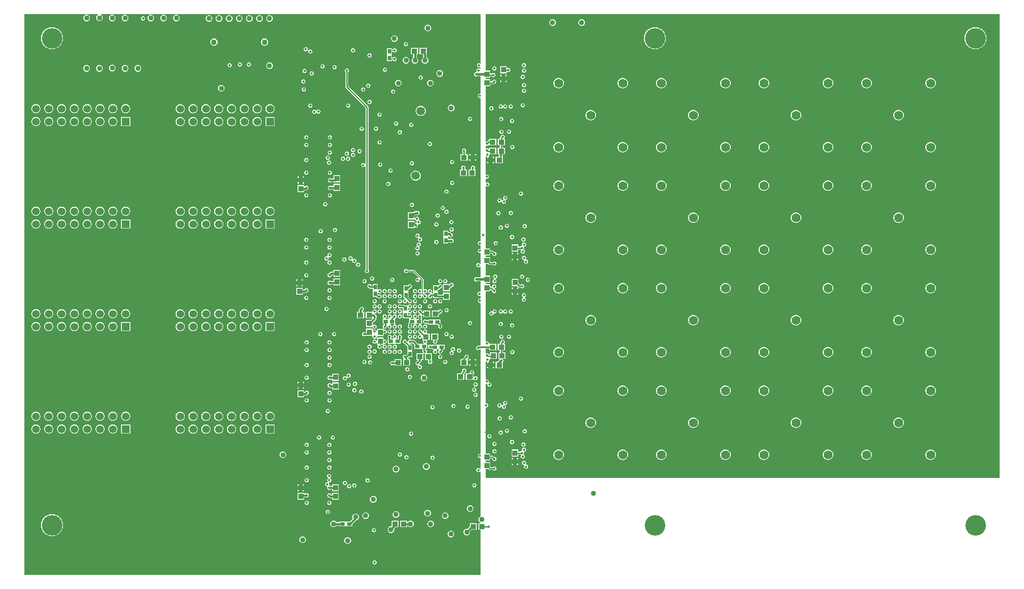
<source format=gbl>
%FSLAX24Y24*%
%MOIN*%
G70*
G01*
G75*
G04 Layer_Physical_Order=6*
G04 Layer_Color=16711680*
%ADD10C,0.0177*%
%ADD11R,0.0394X0.0433*%
%ADD12R,0.0472X0.0787*%
%ADD13C,0.0400*%
%ADD14R,0.0394X0.1083*%
%ADD15R,0.0500X0.1449*%
%ADD16R,0.1024X0.0945*%
%ADD17R,0.1000X0.1400*%
%ADD18R,0.0300X0.0600*%
%ADD19R,0.0472X0.0472*%
%ADD20R,0.0098X0.0256*%
%ADD21R,0.0492X0.0165*%
%ADD22R,0.0650X0.0118*%
%ADD23R,0.0945X0.1024*%
%ADD24R,0.0787X0.0551*%
%ADD25R,0.0787X0.0472*%
%ADD26R,0.0669X0.0177*%
%ADD27R,0.0669X0.0177*%
%ADD28R,0.0197X0.0748*%
%ADD29R,0.0748X0.0197*%
%ADD30R,0.0945X0.0354*%
%ADD31R,0.0433X0.0394*%
%ADD32R,0.0709X0.0630*%
%ADD33R,0.0630X0.0709*%
%ADD34R,0.0512X0.0630*%
%ADD35R,0.1240X0.1360*%
%ADD36C,0.0060*%
%ADD37C,0.0080*%
%ADD38C,0.0100*%
%ADD39C,0.0120*%
%ADD40C,0.0200*%
%ADD41C,0.0160*%
%ADD42C,0.0110*%
%ADD43C,0.0150*%
%ADD44C,0.0433*%
%ADD45C,0.1600*%
%ADD46C,0.0700*%
%ADD47R,0.0591X0.0591*%
%ADD48C,0.0591*%
%ADD49C,0.0669*%
%ADD50C,0.0200*%
%ADD51R,0.0354X0.0276*%
%ADD52R,0.0276X0.0354*%
G36*
X61420Y70558D02*
X61376Y70534D01*
X61358Y70546D01*
X61296Y70559D01*
X61233Y70546D01*
X61180Y70511D01*
X61145Y70458D01*
X61133Y70396D01*
X61145Y70333D01*
X61180Y70280D01*
X61233Y70245D01*
X61296Y70233D01*
X61358Y70245D01*
X61376Y70257D01*
X61420Y70233D01*
Y70119D01*
X61372Y70105D01*
X61365Y70115D01*
X61312Y70151D01*
X61250Y70163D01*
X61188Y70151D01*
X61135Y70115D01*
X61099Y70062D01*
X61087Y70000D01*
X61099Y69938D01*
X61120Y69907D01*
X61096Y69863D01*
X61088D01*
X61026Y69851D01*
X60973Y69815D01*
X60965Y69804D01*
X60954Y69797D01*
X60919Y69744D01*
X60906Y69681D01*
X60919Y69619D01*
X60954Y69566D01*
X61007Y69531D01*
X61070Y69518D01*
X61132Y69531D01*
X61141Y69537D01*
X61420D01*
Y68200D01*
X61382Y68168D01*
X61365Y68171D01*
X61302Y68159D01*
X61250Y68124D01*
X61214Y68071D01*
X61202Y68008D01*
X61214Y67946D01*
X61250Y67893D01*
X61302Y67857D01*
X61365Y67845D01*
X61382Y67848D01*
X61420Y67817D01*
Y56689D01*
X61382Y56657D01*
X61350Y56663D01*
X61288Y56651D01*
X61235Y56615D01*
X61199Y56562D01*
X61187Y56500D01*
X61199Y56438D01*
X61235Y56385D01*
X61288Y56349D01*
X61350Y56337D01*
X61382Y56343D01*
X61420Y56311D01*
Y56094D01*
X61382Y56062D01*
X61365Y56066D01*
X61302Y56053D01*
X61250Y56018D01*
X61214Y55965D01*
X61202Y55903D01*
X61214Y55840D01*
X61250Y55787D01*
X61302Y55752D01*
X61365Y55739D01*
X61382Y55743D01*
X61420Y55711D01*
Y54908D01*
X61372Y54894D01*
X61360Y54913D01*
X61307Y54948D01*
X61244Y54961D01*
X61182Y54948D01*
X61129Y54913D01*
X61093Y54860D01*
X61081Y54798D01*
X61093Y54735D01*
X61129Y54682D01*
X61182Y54647D01*
X61244Y54634D01*
X61307Y54647D01*
X61360Y54682D01*
X61372Y54702D01*
X61420Y54687D01*
Y53863D01*
X61088D01*
X61026Y53851D01*
X60973Y53815D01*
X60965Y53804D01*
X60954Y53797D01*
X60919Y53744D01*
X60906Y53681D01*
X60919Y53619D01*
X60954Y53566D01*
X61007Y53531D01*
X61070Y53518D01*
X61132Y53531D01*
X61141Y53537D01*
X61420D01*
Y52731D01*
X61381Y52710D01*
X61319Y52722D01*
X61256Y52710D01*
X61204Y52674D01*
X61168Y52621D01*
X61156Y52559D01*
X61168Y52497D01*
X61204Y52444D01*
X61256Y52408D01*
X61319Y52396D01*
X61381Y52408D01*
X61420Y52387D01*
Y52200D01*
X61382Y52168D01*
X61365Y52171D01*
X61302Y52159D01*
X61250Y52124D01*
X61214Y52071D01*
X61202Y52008D01*
X61214Y51946D01*
X61250Y51893D01*
X61302Y51858D01*
X61365Y51845D01*
X61382Y51848D01*
X61420Y51817D01*
Y48522D01*
X61294D01*
X61247Y48513D01*
X61209Y48488D01*
X61158Y48477D01*
X61105Y48442D01*
X61070Y48389D01*
X61057Y48327D01*
X61070Y48264D01*
X61105Y48211D01*
X61158Y48176D01*
X61220Y48164D01*
X61283Y48176D01*
X61336Y48211D01*
X61371Y48264D01*
X61420Y48255D01*
Y40094D01*
X61382Y40062D01*
X61365Y40066D01*
X61302Y40053D01*
X61250Y40018D01*
X61214Y39965D01*
X61202Y39903D01*
X61214Y39840D01*
X61250Y39787D01*
X61302Y39752D01*
X61365Y39739D01*
X61382Y39743D01*
X61420Y39711D01*
Y38908D01*
X61372Y38894D01*
X61360Y38913D01*
X61307Y38948D01*
X61244Y38961D01*
X61182Y38948D01*
X61129Y38913D01*
X61093Y38860D01*
X61081Y38798D01*
X61093Y38735D01*
X61129Y38682D01*
X61182Y38647D01*
X61244Y38635D01*
X61307Y38647D01*
X61360Y38682D01*
X61372Y38702D01*
X61420Y38687D01*
Y35183D01*
X61385Y35168D01*
X61330Y35126D01*
X61289Y35072D01*
X61262Y35009D01*
X61253Y34941D01*
X61262Y34873D01*
X61289Y34810D01*
X61330Y34756D01*
X61385Y34714D01*
X61404Y34706D01*
X61394Y34657D01*
X61241D01*
Y34143D01*
X61420D01*
Y30612D01*
X25850D01*
Y74388D01*
X30695D01*
X30698Y74338D01*
X30698Y74338D01*
X30632Y74329D01*
X30569Y74303D01*
X30515Y74261D01*
X30473Y74207D01*
X30447Y74144D01*
X30438Y74076D01*
X30447Y74008D01*
X30473Y73945D01*
X30515Y73891D01*
X30569Y73849D01*
X30632Y73823D01*
X30700Y73814D01*
X30768Y73823D01*
X30831Y73849D01*
X30885Y73891D01*
X30927Y73945D01*
X30953Y74008D01*
X30962Y74076D01*
X30953Y74144D01*
X30927Y74207D01*
X30885Y74261D01*
X30831Y74303D01*
X30768Y74329D01*
X30702Y74338D01*
X30705Y74388D01*
X31587D01*
X31597Y74339D01*
X31569Y74327D01*
X31515Y74285D01*
X31473Y74231D01*
X31447Y74168D01*
X31438Y74100D01*
X31447Y74032D01*
X31473Y73969D01*
X31515Y73915D01*
X31569Y73873D01*
X31632Y73847D01*
X31700Y73838D01*
X31768Y73847D01*
X31831Y73873D01*
X31885Y73915D01*
X31927Y73969D01*
X31953Y74032D01*
X31962Y74100D01*
X31953Y74168D01*
X31927Y74231D01*
X31885Y74285D01*
X31831Y74327D01*
X31803Y74339D01*
X31813Y74388D01*
X32695D01*
X32698Y74338D01*
X32698Y74338D01*
X32632Y74329D01*
X32569Y74303D01*
X32515Y74261D01*
X32473Y74207D01*
X32447Y74144D01*
X32438Y74076D01*
X32447Y74008D01*
X32473Y73945D01*
X32515Y73891D01*
X32569Y73849D01*
X32632Y73823D01*
X32700Y73814D01*
X32768Y73823D01*
X32831Y73849D01*
X32885Y73891D01*
X32927Y73945D01*
X32953Y74008D01*
X32962Y74076D01*
X32953Y74144D01*
X32927Y74207D01*
X32885Y74261D01*
X32831Y74303D01*
X32768Y74329D01*
X32702Y74338D01*
X32705Y74388D01*
X33695D01*
X33698Y74338D01*
X33698Y74338D01*
X33632Y74329D01*
X33569Y74303D01*
X33515Y74261D01*
X33473Y74207D01*
X33447Y74144D01*
X33438Y74076D01*
X33447Y74008D01*
X33473Y73945D01*
X33515Y73891D01*
X33569Y73849D01*
X33632Y73823D01*
X33700Y73814D01*
X33768Y73823D01*
X33831Y73849D01*
X33885Y73891D01*
X33927Y73945D01*
X33953Y74008D01*
X33962Y74076D01*
X33953Y74144D01*
X33927Y74207D01*
X33885Y74261D01*
X33831Y74303D01*
X33768Y74329D01*
X33702Y74338D01*
X33705Y74388D01*
X35695D01*
X35698Y74338D01*
X35698Y74338D01*
X35632Y74329D01*
X35569Y74303D01*
X35515Y74261D01*
X35473Y74207D01*
X35447Y74144D01*
X35438Y74076D01*
X35447Y74008D01*
X35473Y73945D01*
X35515Y73891D01*
X35569Y73849D01*
X35632Y73823D01*
X35700Y73814D01*
X35768Y73823D01*
X35831Y73849D01*
X35885Y73891D01*
X35927Y73945D01*
X35953Y74008D01*
X35962Y74076D01*
X35953Y74144D01*
X35927Y74207D01*
X35885Y74261D01*
X35831Y74303D01*
X35768Y74329D01*
X35702Y74338D01*
X35705Y74388D01*
X36695D01*
X36698Y74338D01*
X36698Y74338D01*
X36632Y74329D01*
X36569Y74303D01*
X36515Y74261D01*
X36473Y74207D01*
X36447Y74144D01*
X36438Y74076D01*
X36447Y74008D01*
X36473Y73945D01*
X36515Y73891D01*
X36569Y73849D01*
X36632Y73823D01*
X36700Y73814D01*
X36768Y73823D01*
X36831Y73849D01*
X36885Y73891D01*
X36927Y73945D01*
X36953Y74008D01*
X36962Y74076D01*
X36953Y74144D01*
X36927Y74207D01*
X36885Y74261D01*
X36831Y74303D01*
X36768Y74329D01*
X36702Y74338D01*
X36705Y74388D01*
X37695D01*
X37698Y74338D01*
X37698Y74338D01*
X37632Y74329D01*
X37569Y74303D01*
X37515Y74261D01*
X37473Y74207D01*
X37447Y74144D01*
X37438Y74076D01*
X37447Y74008D01*
X37473Y73945D01*
X37515Y73891D01*
X37569Y73849D01*
X37632Y73823D01*
X37700Y73814D01*
X37768Y73823D01*
X37831Y73849D01*
X37885Y73891D01*
X37927Y73945D01*
X37953Y74008D01*
X37962Y74076D01*
X37953Y74144D01*
X37927Y74207D01*
X37885Y74261D01*
X37831Y74303D01*
X37768Y74329D01*
X37702Y74338D01*
X37705Y74388D01*
X61420D01*
Y70558D01*
D02*
G37*
G36*
X101888Y38191D02*
X61814D01*
Y38871D01*
X62018D01*
X62050Y38839D01*
X62087Y38815D01*
X62130Y38806D01*
X62130Y38806D01*
X62379D01*
X62381Y38803D01*
X62434Y38768D01*
X62497Y38755D01*
X62559Y38768D01*
X62612Y38803D01*
X62647Y38856D01*
X62660Y38918D01*
X62647Y38981D01*
X62612Y39034D01*
X62559Y39069D01*
X62497Y39081D01*
X62434Y39069D01*
X62381Y39034D01*
X62379Y39031D01*
X62176D01*
X62157Y39050D01*
Y39424D01*
X61814D01*
Y39541D01*
X62157D01*
Y39705D01*
X62290D01*
X62334Y39660D01*
X62334Y39657D01*
X62346Y39594D01*
X62381Y39541D01*
X62434Y39506D01*
X62497Y39493D01*
X62559Y39506D01*
X62612Y39541D01*
X62647Y39594D01*
X62660Y39657D01*
X62647Y39719D01*
X62612Y39772D01*
X62559Y39807D01*
X62497Y39820D01*
X62493Y39819D01*
X62415Y39896D01*
X62379Y39921D01*
X62336Y39929D01*
X62336Y39929D01*
X62157D01*
Y40094D01*
X61814D01*
Y43657D01*
X61850Y43687D01*
X61912Y43699D01*
X61965Y43735D01*
X62001Y43788D01*
X62013Y43850D01*
X62001Y43912D01*
X61965Y43965D01*
X61912Y44001D01*
X61850Y44013D01*
X61814Y44043D01*
Y45517D01*
X61853Y45549D01*
X61900Y45540D01*
X61915Y45543D01*
X61950Y45507D01*
X61943Y45472D01*
X61956Y45410D01*
X61991Y45357D01*
X62044Y45322D01*
X62106Y45309D01*
X62169Y45322D01*
X62222Y45357D01*
X62257Y45410D01*
X62269Y45472D01*
X62257Y45535D01*
X62222Y45588D01*
X62169Y45623D01*
X62106Y45636D01*
X62091Y45633D01*
X62056Y45668D01*
X62063Y45703D01*
X62050Y45765D01*
X62015Y45818D01*
X61962Y45853D01*
X61900Y45866D01*
X61853Y45857D01*
X61814Y45888D01*
Y47281D01*
X61858Y47304D01*
X61893Y47281D01*
X61922Y47275D01*
Y47257D01*
Y47257D01*
X61922Y47150D01*
X62048D01*
Y47257D01*
X62068D01*
X62053Y47305D01*
X62071Y47316D01*
X62106Y47369D01*
X62119Y47432D01*
X62117Y47440D01*
X62139Y47473D01*
X62139Y47473D01*
D01*
X62148Y47473D01*
Y47473D01*
X62148D01*
X62148D01*
Y47473D01*
D01*
D01*
D01*
X62692D01*
Y47987D01*
X62139D01*
Y47812D01*
X62083D01*
X62083Y47812D01*
X62048Y47865D01*
X61995Y47901D01*
X61932Y47913D01*
X61870Y47901D01*
X61858Y47893D01*
X61814Y47916D01*
Y48278D01*
X62089D01*
Y48143D01*
X62642D01*
Y48657D01*
X62181D01*
X62073Y48678D01*
X62060Y48741D01*
X62025Y48794D01*
X61972Y48829D01*
X61909Y48842D01*
X61853Y48830D01*
X61814Y48862D01*
Y52754D01*
X62157D01*
Y52861D01*
X62203Y52880D01*
X62309Y52774D01*
X62308Y52770D01*
X62321Y52708D01*
X62356Y52655D01*
X62409Y52620D01*
X62471Y52607D01*
X62534Y52620D01*
X62587Y52655D01*
X62622Y52708D01*
X62635Y52770D01*
X62622Y52833D01*
X62587Y52886D01*
X62534Y52921D01*
X62472Y52933D01*
X62478Y52965D01*
X62478Y52965D01*
X62478D01*
X62541Y52977D01*
X62594Y53013D01*
X62629Y53066D01*
X62641Y53128D01*
X62629Y53190D01*
X62594Y53243D01*
X62541Y53279D01*
X62478Y53291D01*
X62416Y53279D01*
X62363Y53243D01*
X62328Y53190D01*
X62318Y53142D01*
X62272Y53122D01*
X62254Y53134D01*
X62211Y53143D01*
X62211Y53143D01*
X62157D01*
Y53307D01*
X61814D01*
Y53423D01*
X62157D01*
Y53977D01*
X61814D01*
Y54871D01*
X62018D01*
X62050Y54839D01*
X62087Y54815D01*
X62130Y54806D01*
X62130Y54806D01*
X62379D01*
X62381Y54803D01*
X62434Y54768D01*
X62497Y54755D01*
X62559Y54768D01*
X62612Y54803D01*
X62647Y54856D01*
X62660Y54918D01*
X62647Y54981D01*
X62612Y55034D01*
X62559Y55069D01*
X62497Y55082D01*
X62434Y55069D01*
X62381Y55034D01*
X62379Y55031D01*
X62176D01*
X62157Y55050D01*
Y55424D01*
X61814D01*
Y55541D01*
X62157D01*
Y55705D01*
X62290D01*
X62334Y55660D01*
X62334Y55657D01*
X62346Y55594D01*
X62381Y55541D01*
X62434Y55506D01*
X62497Y55493D01*
X62559Y55506D01*
X62612Y55541D01*
X62647Y55594D01*
X62660Y55657D01*
X62647Y55719D01*
X62612Y55772D01*
X62559Y55807D01*
X62497Y55820D01*
X62493Y55819D01*
X62415Y55896D01*
X62379Y55921D01*
X62336Y55929D01*
X62336Y55929D01*
X62157D01*
Y56094D01*
X61814D01*
Y60945D01*
X61858Y60969D01*
X61888Y60949D01*
X61950Y60937D01*
X62012Y60949D01*
X62065Y60985D01*
X62101Y61038D01*
X62113Y61100D01*
X62101Y61162D01*
X62065Y61215D01*
X62012Y61251D01*
X61950Y61263D01*
X61888Y61251D01*
X61858Y61231D01*
X61814Y61255D01*
Y61517D01*
X61853Y61549D01*
X61900Y61540D01*
X61962Y61552D01*
X62015Y61587D01*
X62050Y61640D01*
X62063Y61703D01*
X62050Y61765D01*
X62015Y61818D01*
X61962Y61853D01*
X61900Y61866D01*
X61853Y61857D01*
X61814Y61888D01*
Y63281D01*
X61858Y63304D01*
X61893Y63281D01*
X61922Y63275D01*
Y63257D01*
Y63257D01*
X61922Y63150D01*
X62048D01*
Y63257D01*
X62068D01*
X62053Y63305D01*
X62071Y63316D01*
X62106Y63369D01*
X62119Y63432D01*
X62128Y63443D01*
X62642D01*
Y63957D01*
X62089D01*
Y63893D01*
X62074Y63883D01*
X62045Y63867D01*
X61995Y63901D01*
X61932Y63913D01*
X61870Y63901D01*
X61858Y63893D01*
X61814Y63916D01*
Y64088D01*
X61853Y64120D01*
X61909Y64109D01*
X61972Y64121D01*
X62025Y64156D01*
X62041Y64180D01*
X62089Y64166D01*
Y64143D01*
X62642D01*
Y64657D01*
X62089D01*
Y64522D01*
X62038D01*
X61991Y64513D01*
X61951Y64487D01*
X61897Y64432D01*
X61853Y64423D01*
X61814Y64455D01*
Y68754D01*
X62157D01*
Y68919D01*
X62386D01*
X62386Y68919D01*
X62429Y68927D01*
X62465Y68951D01*
X62468Y68954D01*
X62471Y68953D01*
X62534Y68965D01*
X62587Y69001D01*
X62622Y69054D01*
X62635Y69116D01*
X62622Y69179D01*
X62587Y69231D01*
X62534Y69267D01*
X62471Y69279D01*
X62409Y69267D01*
X62356Y69231D01*
X62321Y69179D01*
X62314Y69143D01*
X62157D01*
Y69307D01*
X61814D01*
Y69423D01*
X62157D01*
Y69520D01*
X62282D01*
X62287Y69513D01*
X62340Y69477D01*
X62402Y69465D01*
X62465Y69477D01*
X62518Y69513D01*
X62553Y69566D01*
X62566Y69628D01*
X62553Y69690D01*
X62518Y69743D01*
X62465Y69779D01*
X62402Y69791D01*
X62340Y69779D01*
X62289Y69744D01*
X62157D01*
Y69977D01*
X61814D01*
Y74388D01*
X101888D01*
Y38191D01*
D02*
G37*
%LPC*%
G36*
X58760Y49573D02*
X58697Y49560D01*
X58644Y49525D01*
X58609Y49472D01*
X58597Y49409D01*
X58609Y49347D01*
X58644Y49294D01*
X58697Y49259D01*
X58760Y49246D01*
X58822Y49259D01*
X58875Y49294D01*
X58911Y49347D01*
X58923Y49409D01*
X58911Y49472D01*
X58875Y49525D01*
X58822Y49560D01*
X58760Y49573D01*
D02*
G37*
G36*
X54331Y49769D02*
X54268Y49757D01*
X54215Y49722D01*
X54180Y49669D01*
X54168Y49606D01*
X54180Y49544D01*
X54215Y49491D01*
X54268Y49456D01*
X54331Y49443D01*
X54393Y49456D01*
X54446Y49491D01*
X54481Y49544D01*
X54494Y49606D01*
X54481Y49669D01*
X54446Y49722D01*
X54393Y49757D01*
X54331Y49769D01*
D02*
G37*
G36*
X48917Y49573D02*
X48855Y49560D01*
X48802Y49525D01*
X48767Y49472D01*
X48754Y49409D01*
X48767Y49347D01*
X48802Y49294D01*
X48855Y49259D01*
X48917Y49246D01*
X48980Y49259D01*
X49033Y49294D01*
X49068Y49347D01*
X49080Y49409D01*
X49068Y49472D01*
X49033Y49525D01*
X48980Y49560D01*
X48917Y49573D01*
D02*
G37*
G36*
X50000Y49573D02*
X49938Y49560D01*
X49885Y49525D01*
X49849Y49472D01*
X49837Y49409D01*
X49849Y49347D01*
X49885Y49294D01*
X49938Y49259D01*
X50000Y49246D01*
X50062Y49259D01*
X50115Y49294D01*
X50151Y49347D01*
X50163Y49409D01*
X50151Y49472D01*
X50115Y49525D01*
X50062Y49560D01*
X50000Y49573D01*
D02*
G37*
G36*
X56299Y49769D02*
X56237Y49757D01*
X56184Y49722D01*
X56149Y49669D01*
X56136Y49606D01*
X56149Y49544D01*
X56184Y49491D01*
X56237Y49456D01*
X56299Y49443D01*
X56362Y49456D01*
X56415Y49491D01*
X56450Y49544D01*
X56462Y49606D01*
X56450Y49669D01*
X56415Y49722D01*
X56362Y49757D01*
X56299Y49769D01*
D02*
G37*
G36*
X57087D02*
X57024Y49757D01*
X56971Y49722D01*
X56936Y49669D01*
X56924Y49610D01*
X56895Y49601D01*
X56852Y49627D01*
X56844Y49669D01*
X56808Y49722D01*
X56755Y49757D01*
X56693Y49769D01*
X56630Y49757D01*
X56578Y49722D01*
X56542Y49669D01*
X56530Y49606D01*
X56542Y49544D01*
X56578Y49491D01*
X56630Y49456D01*
X56672Y49447D01*
X56698Y49404D01*
X56689Y49375D01*
X56630Y49363D01*
X56578Y49328D01*
X56542Y49275D01*
X56530Y49213D01*
X56542Y49150D01*
X56578Y49097D01*
X56630Y49062D01*
X56693Y49049D01*
X56755Y49062D01*
X56808Y49097D01*
X56841Y49146D01*
X56889Y49132D01*
Y48943D01*
X56924D01*
X56948Y48899D01*
X56936Y48881D01*
X56923Y48819D01*
X56936Y48756D01*
X56971Y48704D01*
X56983Y48696D01*
X56969Y48648D01*
X56769D01*
D01*
D01*
X56769Y48648D01*
X56731D01*
Y48648D01*
X56550D01*
X56292Y48905D01*
X56253Y48932D01*
X56206Y48941D01*
X56010D01*
X55968Y48970D01*
X55906Y48982D01*
X55843Y48970D01*
X55790Y48934D01*
X55755Y48881D01*
X55743Y48823D01*
X55714Y48814D01*
X55671Y48840D01*
X55663Y48881D01*
X55627Y48934D01*
X55574Y48970D01*
X55512Y48982D01*
X55449Y48970D01*
X55396Y48934D01*
X55361Y48881D01*
X55349Y48819D01*
X55361Y48756D01*
X55396Y48704D01*
X55449Y48668D01*
X55499Y48658D01*
X55702Y48455D01*
Y48119D01*
D01*
X55702Y48119D01*
Y48119D01*
X55702D01*
X55702D01*
X55702Y48081D01*
X55702D01*
Y47819D01*
X55643Y47760D01*
X55617D01*
X55574Y47789D01*
X55512Y47801D01*
X55449Y47789D01*
X55396Y47753D01*
X55361Y47700D01*
X55349Y47638D01*
X55361Y47575D01*
X55396Y47522D01*
X55423Y47505D01*
X55409Y47457D01*
X55376D01*
Y46943D01*
X55929D01*
Y47457D01*
X55774D01*
Y47497D01*
X55766Y47542D01*
X55780Y47551D01*
X55836Y47607D01*
X56098D01*
Y48081D01*
D01*
Y48081D01*
X56098Y48081D01*
Y48119D01*
X56098D01*
Y48593D01*
X55932D01*
X55901Y48632D01*
X55906Y48656D01*
X55968Y48668D01*
X56010Y48697D01*
X56155D01*
X56257Y48595D01*
Y48252D01*
X56731D01*
D01*
Y48252D01*
X56731D01*
X56731Y48252D01*
X56769D01*
Y48252D01*
X56884D01*
Y48117D01*
X56893Y48071D01*
X56919Y48031D01*
X56929Y48021D01*
X56939Y47971D01*
X56952Y47951D01*
X56934Y47916D01*
X56934D01*
X56929Y47907D01*
X56406D01*
Y47393D01*
X56505D01*
X56524Y47347D01*
X56484Y47306D01*
X56434Y47296D01*
X56381Y47261D01*
X56345Y47208D01*
X56333Y47146D01*
X56345Y47083D01*
X56381Y47030D01*
X56434Y46995D01*
X56496Y46983D01*
X56539Y46991D01*
X56567Y46949D01*
X56542Y46913D01*
X56530Y46850D01*
X56542Y46788D01*
X56578Y46735D01*
X56630Y46700D01*
X56693Y46687D01*
X56755Y46700D01*
X56808Y46735D01*
X56844Y46788D01*
X56856Y46850D01*
X56844Y46913D01*
X56808Y46966D01*
X56755Y47001D01*
X56693Y47014D01*
X56650Y47005D01*
X56622Y47047D01*
X56647Y47083D01*
X56657Y47133D01*
X56769Y47246D01*
X56796Y47286D01*
X56805Y47332D01*
Y47393D01*
X56959D01*
Y47875D01*
X56969Y47880D01*
Y47880D01*
X57003Y47899D01*
X57027Y47883D01*
X57076Y47873D01*
Y47393D01*
X57310D01*
X57320Y47378D01*
X57355Y47343D01*
X57332Y47309D01*
X57320Y47246D01*
X57332Y47184D01*
X57368Y47131D01*
X57421Y47096D01*
X57483Y47083D01*
X57546Y47096D01*
X57598Y47131D01*
X57634Y47184D01*
X57646Y47246D01*
X57634Y47309D01*
X57598Y47362D01*
X57565Y47384D01*
X57570Y47393D01*
X57629D01*
Y47907D01*
X57250D01*
X57226Y47951D01*
X57240Y47971D01*
X57253Y48034D01*
X57240Y48096D01*
X57205Y48149D01*
X57152Y48185D01*
X57128Y48189D01*
Y48252D01*
X57243D01*
Y48648D01*
X57205D01*
X57190Y48696D01*
X57202Y48704D01*
X57237Y48756D01*
X57250Y48819D01*
X57237Y48881D01*
X57202Y48934D01*
X57205Y48943D01*
X57442D01*
Y49457D01*
X57232D01*
X57209Y49501D01*
X57237Y49544D01*
X57250Y49606D01*
X57237Y49669D01*
X57202Y49722D01*
X57149Y49757D01*
X57087Y49769D01*
D02*
G37*
G36*
X55906D02*
X55843Y49757D01*
X55790Y49722D01*
X55755Y49669D01*
X55742Y49606D01*
X55755Y49544D01*
X55790Y49491D01*
X55843Y49456D01*
X55906Y49443D01*
X55968Y49456D01*
X56021Y49491D01*
X56056Y49544D01*
X56069Y49606D01*
X56056Y49669D01*
X56021Y49722D01*
X55968Y49757D01*
X55906Y49769D01*
D02*
G37*
G36*
X54724D02*
X54662Y49757D01*
X54609Y49722D01*
X54574Y49669D01*
X54561Y49606D01*
X54574Y49544D01*
X54609Y49491D01*
X54662Y49456D01*
X54724Y49443D01*
X54787Y49456D01*
X54840Y49491D01*
X54875Y49544D01*
X54888Y49606D01*
X54875Y49669D01*
X54840Y49722D01*
X54787Y49757D01*
X54724Y49769D01*
D02*
G37*
G36*
X55118D02*
X55056Y49757D01*
X55003Y49722D01*
X54967Y49669D01*
X54955Y49606D01*
X54967Y49544D01*
X55003Y49491D01*
X55056Y49456D01*
X55118Y49443D01*
X55181Y49456D01*
X55233Y49491D01*
X55269Y49544D01*
X55281Y49606D01*
X55269Y49669D01*
X55233Y49722D01*
X55181Y49757D01*
X55118Y49769D01*
D02*
G37*
G36*
X58111Y49457D02*
X57558D01*
Y48943D01*
X57713D01*
X57736Y48899D01*
X57726Y48884D01*
X57714Y48821D01*
X57726Y48759D01*
X57761Y48706D01*
X57814Y48671D01*
X57877Y48658D01*
X57939Y48671D01*
X57992Y48706D01*
X58028Y48759D01*
X58040Y48821D01*
X58028Y48884D01*
X57992Y48937D01*
X57994Y48943D01*
X58111D01*
Y49457D01*
D02*
G37*
G36*
X63038Y49366D02*
X62976Y49354D01*
X62923Y49319D01*
X62887Y49266D01*
X62875Y49203D01*
X62887Y49141D01*
X62923Y49088D01*
X62976Y49053D01*
X63038Y49040D01*
X63100Y49053D01*
X63153Y49088D01*
X63189Y49141D01*
X63201Y49203D01*
X63189Y49266D01*
X63153Y49319D01*
X63100Y49354D01*
X63038Y49366D01*
D02*
G37*
G36*
X47861Y48927D02*
X47799Y48914D01*
X47746Y48879D01*
X47710Y48826D01*
X47698Y48764D01*
X47710Y48701D01*
X47746Y48648D01*
X47799Y48613D01*
X47861Y48601D01*
X47923Y48613D01*
X47976Y48648D01*
X48012Y48701D01*
X48024Y48764D01*
X48012Y48826D01*
X47976Y48879D01*
X47923Y48914D01*
X47861Y48927D01*
D02*
G37*
G36*
X49639D02*
X49577Y48914D01*
X49524Y48879D01*
X49488Y48826D01*
X49476Y48764D01*
X49488Y48701D01*
X49524Y48648D01*
X49577Y48613D01*
X49639Y48601D01*
X49701Y48613D01*
X49754Y48648D01*
X49790Y48701D01*
X49802Y48764D01*
X49790Y48826D01*
X49754Y48879D01*
X49701Y48914D01*
X49639Y48927D01*
D02*
G37*
G36*
X63629Y49366D02*
X63566Y49354D01*
X63513Y49319D01*
X63478Y49266D01*
X63465Y49203D01*
X63478Y49141D01*
X63513Y49088D01*
X63566Y49053D01*
X63629Y49040D01*
X63691Y49053D01*
X63744Y49088D01*
X63779Y49141D01*
X63792Y49203D01*
X63779Y49266D01*
X63744Y49319D01*
X63691Y49354D01*
X63629Y49366D01*
D02*
G37*
G36*
X56299Y49376D02*
X56237Y49363D01*
X56184Y49328D01*
X56149Y49275D01*
X56136Y49213D01*
X56149Y49150D01*
X56184Y49097D01*
X56237Y49062D01*
X56299Y49049D01*
X56362Y49062D01*
X56415Y49097D01*
X56450Y49150D01*
X56462Y49213D01*
X56450Y49275D01*
X56415Y49328D01*
X56362Y49363D01*
X56299Y49376D01*
D02*
G37*
G36*
X59154D02*
X59091Y49363D01*
X59038Y49328D01*
X59003Y49275D01*
X58990Y49213D01*
X59003Y49150D01*
X59038Y49097D01*
X59091Y49062D01*
X59154Y49049D01*
X59216Y49062D01*
X59269Y49097D01*
X59304Y49150D01*
X59317Y49213D01*
X59304Y49275D01*
X59269Y49328D01*
X59216Y49363D01*
X59154Y49376D01*
D02*
G37*
G36*
X55118D02*
X55056Y49363D01*
X55003Y49328D01*
X54967Y49275D01*
X54955Y49213D01*
X54967Y49150D01*
X54996Y49108D01*
Y49080D01*
X54963Y49048D01*
X54852D01*
X54837Y49096D01*
X54840Y49097D01*
X54875Y49150D01*
X54888Y49213D01*
X54875Y49275D01*
X54840Y49328D01*
X54787Y49363D01*
X54724Y49376D01*
X54662Y49363D01*
X54609Y49328D01*
X54574Y49275D01*
X54561Y49213D01*
X54574Y49150D01*
X54609Y49097D01*
X54611Y49096D01*
X54597Y49048D01*
X54453D01*
Y49108D01*
X54481Y49150D01*
X54494Y49213D01*
X54481Y49275D01*
X54446Y49328D01*
X54393Y49363D01*
X54331Y49376D01*
X54268Y49363D01*
X54215Y49328D01*
X54180Y49275D01*
X54168Y49213D01*
X54180Y49150D01*
X54208Y49108D01*
Y49048D01*
X54189D01*
Y48652D01*
X54664D01*
D01*
Y48652D01*
X54664D01*
X54664Y48652D01*
X54701D01*
Y48652D01*
X55176D01*
Y48914D01*
X55205Y48943D01*
X55231Y48983D01*
X55240Y49030D01*
Y49108D01*
X55269Y49150D01*
X55281Y49213D01*
X55269Y49275D01*
X55233Y49328D01*
X55181Y49363D01*
X55118Y49376D01*
D02*
G37*
G36*
X55906D02*
X55843Y49363D01*
X55790Y49328D01*
X55755Y49275D01*
X55742Y49213D01*
X55755Y49150D01*
X55790Y49097D01*
X55843Y49062D01*
X55906Y49049D01*
X55968Y49062D01*
X56021Y49097D01*
X56056Y49150D01*
X56069Y49213D01*
X56056Y49275D01*
X56021Y49328D01*
X55968Y49363D01*
X55906Y49376D01*
D02*
G37*
G36*
X43000Y50358D02*
X42907Y50346D01*
X42821Y50310D01*
X42747Y50253D01*
X42690Y50179D01*
X42654Y50093D01*
X42642Y50000D01*
X42654Y49907D01*
X42690Y49821D01*
X42747Y49747D01*
X42821Y49690D01*
X42907Y49654D01*
X43000Y49642D01*
X43093Y49654D01*
X43179Y49690D01*
X43253Y49747D01*
X43310Y49821D01*
X43346Y49907D01*
X43358Y50000D01*
X43346Y50093D01*
X43310Y50179D01*
X43253Y50253D01*
X43179Y50310D01*
X43093Y50346D01*
X43000Y50358D01*
D02*
G37*
G36*
X44000D02*
X43907Y50346D01*
X43821Y50310D01*
X43747Y50253D01*
X43690Y50179D01*
X43654Y50093D01*
X43642Y50000D01*
X43654Y49907D01*
X43690Y49821D01*
X43747Y49747D01*
X43821Y49690D01*
X43907Y49654D01*
X44000Y49642D01*
X44093Y49654D01*
X44179Y49690D01*
X44253Y49747D01*
X44310Y49821D01*
X44346Y49907D01*
X44358Y50000D01*
X44346Y50093D01*
X44310Y50179D01*
X44253Y50253D01*
X44179Y50310D01*
X44093Y50346D01*
X44000Y50358D01*
D02*
G37*
G36*
X41000D02*
X40907Y50346D01*
X40821Y50310D01*
X40747Y50253D01*
X40690Y50179D01*
X40654Y50093D01*
X40642Y50000D01*
X40654Y49907D01*
X40690Y49821D01*
X40747Y49747D01*
X40821Y49690D01*
X40907Y49654D01*
X41000Y49642D01*
X41093Y49654D01*
X41179Y49690D01*
X41253Y49747D01*
X41310Y49821D01*
X41346Y49907D01*
X41358Y50000D01*
X41346Y50093D01*
X41310Y50179D01*
X41253Y50253D01*
X41179Y50310D01*
X41093Y50346D01*
X41000Y50358D01*
D02*
G37*
G36*
X42000D02*
X41907Y50346D01*
X41821Y50310D01*
X41747Y50253D01*
X41690Y50179D01*
X41654Y50093D01*
X41642Y50000D01*
X41654Y49907D01*
X41690Y49821D01*
X41747Y49747D01*
X41821Y49690D01*
X41907Y49654D01*
X42000Y49642D01*
X42093Y49654D01*
X42179Y49690D01*
X42253Y49747D01*
X42310Y49821D01*
X42346Y49907D01*
X42358Y50000D01*
X42346Y50093D01*
X42310Y50179D01*
X42253Y50253D01*
X42179Y50310D01*
X42093Y50346D01*
X42000Y50358D01*
D02*
G37*
G36*
X34105Y50355D02*
X33395D01*
Y49645D01*
X34105D01*
Y50355D01*
D02*
G37*
G36*
X55118Y50163D02*
X55056Y50151D01*
X55003Y50115D01*
X54967Y50062D01*
X54955Y50000D01*
X54967Y49938D01*
X55003Y49885D01*
X55056Y49849D01*
X55118Y49837D01*
X55181Y49849D01*
X55233Y49885D01*
X55269Y49938D01*
X55281Y50000D01*
X55269Y50062D01*
X55233Y50115D01*
X55181Y50151D01*
X55118Y50163D01*
D02*
G37*
G36*
X57087D02*
X57024Y50151D01*
X56971Y50115D01*
X56936Y50062D01*
X56923Y50000D01*
X56936Y49938D01*
X56971Y49885D01*
X57024Y49849D01*
X57087Y49837D01*
X57149Y49849D01*
X57202Y49885D01*
X57237Y49938D01*
X57250Y50000D01*
X57237Y50062D01*
X57202Y50115D01*
X57149Y50151D01*
X57087Y50163D01*
D02*
G37*
G36*
X45355Y50355D02*
X44645D01*
Y49645D01*
X45355D01*
Y50355D01*
D02*
G37*
G36*
X53152Y51347D02*
X53090Y51334D01*
X53037Y51299D01*
X53001Y51246D01*
X52989Y51184D01*
X52967Y51157D01*
X52458D01*
Y50643D01*
X52964D01*
X52983Y50597D01*
X52897Y50511D01*
X52493D01*
Y49958D01*
X52995D01*
X52999Y49938D01*
X53034Y49885D01*
X53087Y49849D01*
X53150Y49837D01*
X53212Y49849D01*
X53265Y49885D01*
X53300Y49938D01*
X53313Y50000D01*
X53300Y50062D01*
X53265Y50115D01*
X53212Y50151D01*
X53150Y50163D01*
X53087Y50151D01*
X53051Y50127D01*
X53007Y50150D01*
Y50275D01*
X53236Y50504D01*
X53263Y50544D01*
X53272Y50590D01*
Y50683D01*
X53300Y50725D01*
X53313Y50787D01*
X53300Y50850D01*
X53265Y50903D01*
X53212Y50938D01*
X53198Y50941D01*
X53147Y50992D01*
X53152Y51020D01*
X53215Y51033D01*
X53268Y51068D01*
X53303Y51121D01*
X53315Y51184D01*
X53303Y51246D01*
X53268Y51299D01*
X53215Y51334D01*
X53152Y51347D01*
D02*
G37*
G36*
X40000Y50358D02*
X39907Y50346D01*
X39821Y50310D01*
X39747Y50253D01*
X39690Y50179D01*
X39654Y50093D01*
X39642Y50000D01*
X39654Y49907D01*
X39690Y49821D01*
X39747Y49747D01*
X39821Y49690D01*
X39907Y49654D01*
X40000Y49642D01*
X40093Y49654D01*
X40179Y49690D01*
X40253Y49747D01*
X40310Y49821D01*
X40346Y49907D01*
X40358Y50000D01*
X40346Y50093D01*
X40310Y50179D01*
X40253Y50253D01*
X40179Y50310D01*
X40093Y50346D01*
X40000Y50358D01*
D02*
G37*
G36*
X28750D02*
X28657Y50346D01*
X28571Y50310D01*
X28497Y50253D01*
X28440Y50179D01*
X28404Y50093D01*
X28392Y50000D01*
X28404Y49907D01*
X28440Y49821D01*
X28497Y49747D01*
X28571Y49690D01*
X28657Y49654D01*
X28750Y49642D01*
X28843Y49654D01*
X28929Y49690D01*
X29003Y49747D01*
X29060Y49821D01*
X29096Y49907D01*
X29108Y50000D01*
X29096Y50093D01*
X29060Y50179D01*
X29003Y50253D01*
X28929Y50310D01*
X28843Y50346D01*
X28750Y50358D01*
D02*
G37*
G36*
X29750D02*
X29657Y50346D01*
X29571Y50310D01*
X29497Y50253D01*
X29440Y50179D01*
X29404Y50093D01*
X29392Y50000D01*
X29404Y49907D01*
X29440Y49821D01*
X29497Y49747D01*
X29571Y49690D01*
X29657Y49654D01*
X29750Y49642D01*
X29843Y49654D01*
X29929Y49690D01*
X30003Y49747D01*
X30060Y49821D01*
X30096Y49907D01*
X30108Y50000D01*
X30096Y50093D01*
X30060Y50179D01*
X30003Y50253D01*
X29929Y50310D01*
X29843Y50346D01*
X29750Y50358D01*
D02*
G37*
G36*
X26750D02*
X26657Y50346D01*
X26571Y50310D01*
X26497Y50253D01*
X26440Y50179D01*
X26404Y50093D01*
X26392Y50000D01*
X26404Y49907D01*
X26440Y49821D01*
X26497Y49747D01*
X26571Y49690D01*
X26657Y49654D01*
X26750Y49642D01*
X26843Y49654D01*
X26929Y49690D01*
X27003Y49747D01*
X27060Y49821D01*
X27096Y49907D01*
X27108Y50000D01*
X27096Y50093D01*
X27060Y50179D01*
X27003Y50253D01*
X26929Y50310D01*
X26843Y50346D01*
X26750Y50358D01*
D02*
G37*
G36*
X27750D02*
X27657Y50346D01*
X27571Y50310D01*
X27497Y50253D01*
X27440Y50179D01*
X27404Y50093D01*
X27392Y50000D01*
X27404Y49907D01*
X27440Y49821D01*
X27497Y49747D01*
X27571Y49690D01*
X27657Y49654D01*
X27750Y49642D01*
X27843Y49654D01*
X27929Y49690D01*
X28003Y49747D01*
X28060Y49821D01*
X28096Y49907D01*
X28108Y50000D01*
X28096Y50093D01*
X28060Y50179D01*
X28003Y50253D01*
X27929Y50310D01*
X27843Y50346D01*
X27750Y50358D01*
D02*
G37*
G36*
X30750D02*
X30657Y50346D01*
X30571Y50310D01*
X30497Y50253D01*
X30440Y50179D01*
X30404Y50093D01*
X30392Y50000D01*
X30404Y49907D01*
X30440Y49821D01*
X30497Y49747D01*
X30571Y49690D01*
X30657Y49654D01*
X30750Y49642D01*
X30843Y49654D01*
X30929Y49690D01*
X31003Y49747D01*
X31060Y49821D01*
X31096Y49907D01*
X31108Y50000D01*
X31096Y50093D01*
X31060Y50179D01*
X31003Y50253D01*
X30929Y50310D01*
X30843Y50346D01*
X30750Y50358D01*
D02*
G37*
G36*
X38000D02*
X37907Y50346D01*
X37821Y50310D01*
X37747Y50253D01*
X37690Y50179D01*
X37654Y50093D01*
X37642Y50000D01*
X37654Y49907D01*
X37690Y49821D01*
X37747Y49747D01*
X37821Y49690D01*
X37907Y49654D01*
X38000Y49642D01*
X38093Y49654D01*
X38179Y49690D01*
X38253Y49747D01*
X38310Y49821D01*
X38346Y49907D01*
X38358Y50000D01*
X38346Y50093D01*
X38310Y50179D01*
X38253Y50253D01*
X38179Y50310D01*
X38093Y50346D01*
X38000Y50358D01*
D02*
G37*
G36*
X39000D02*
X38907Y50346D01*
X38821Y50310D01*
X38747Y50253D01*
X38690Y50179D01*
X38654Y50093D01*
X38642Y50000D01*
X38654Y49907D01*
X38690Y49821D01*
X38747Y49747D01*
X38821Y49690D01*
X38907Y49654D01*
X39000Y49642D01*
X39093Y49654D01*
X39179Y49690D01*
X39253Y49747D01*
X39310Y49821D01*
X39346Y49907D01*
X39358Y50000D01*
X39346Y50093D01*
X39310Y50179D01*
X39253Y50253D01*
X39179Y50310D01*
X39093Y50346D01*
X39000Y50358D01*
D02*
G37*
G36*
X31750D02*
X31657Y50346D01*
X31571Y50310D01*
X31497Y50253D01*
X31440Y50179D01*
X31404Y50093D01*
X31392Y50000D01*
X31404Y49907D01*
X31440Y49821D01*
X31497Y49747D01*
X31571Y49690D01*
X31657Y49654D01*
X31750Y49642D01*
X31843Y49654D01*
X31929Y49690D01*
X32003Y49747D01*
X32060Y49821D01*
X32096Y49907D01*
X32108Y50000D01*
X32096Y50093D01*
X32060Y50179D01*
X32003Y50253D01*
X31929Y50310D01*
X31843Y50346D01*
X31750Y50358D01*
D02*
G37*
G36*
X32750D02*
X32657Y50346D01*
X32571Y50310D01*
X32497Y50253D01*
X32440Y50179D01*
X32404Y50093D01*
X32392Y50000D01*
X32404Y49907D01*
X32440Y49821D01*
X32497Y49747D01*
X32571Y49690D01*
X32657Y49654D01*
X32750Y49642D01*
X32843Y49654D01*
X32929Y49690D01*
X33003Y49747D01*
X33060Y49821D01*
X33096Y49907D01*
X33108Y50000D01*
X33096Y50093D01*
X33060Y50179D01*
X33003Y50253D01*
X32929Y50310D01*
X32843Y50346D01*
X32750Y50358D01*
D02*
G37*
G36*
X49639Y47746D02*
X49577Y47733D01*
X49524Y47698D01*
X49488Y47645D01*
X49476Y47583D01*
X49488Y47520D01*
X49524Y47467D01*
X49577Y47432D01*
X49639Y47420D01*
X49701Y47432D01*
X49754Y47467D01*
X49790Y47520D01*
X49802Y47583D01*
X49790Y47645D01*
X49754Y47698D01*
X49701Y47733D01*
X49639Y47746D01*
D02*
G37*
G36*
X52756Y47801D02*
X52693Y47789D01*
X52641Y47753D01*
X52605Y47700D01*
X52593Y47638D01*
X52605Y47575D01*
X52641Y47522D01*
X52693Y47487D01*
X52756Y47475D01*
X52818Y47487D01*
X52871Y47522D01*
X52907Y47575D01*
X52919Y47638D01*
X52907Y47700D01*
X52871Y47753D01*
X52818Y47789D01*
X52756Y47801D01*
D02*
G37*
G36*
X60650Y47457D02*
X60523D01*
Y47350D01*
X60650D01*
Y47457D01*
D02*
G37*
G36*
X61077D02*
X60950D01*
Y47350D01*
X61077D01*
Y47457D01*
D02*
G37*
G36*
X58268Y47801D02*
X58205Y47789D01*
X58152Y47753D01*
X58117Y47700D01*
X58105Y47638D01*
X58117Y47575D01*
X58152Y47522D01*
X58205Y47487D01*
X58268Y47475D01*
X58330Y47487D01*
X58383Y47522D01*
X58418Y47575D01*
X58431Y47638D01*
X58418Y47700D01*
X58383Y47753D01*
X58330Y47789D01*
X58268Y47801D01*
D02*
G37*
G36*
X75500Y48414D02*
X75393Y48399D01*
X75293Y48358D01*
X75208Y48292D01*
X75142Y48207D01*
X75101Y48107D01*
X75086Y48000D01*
X75101Y47893D01*
X75142Y47793D01*
X75208Y47708D01*
X75293Y47642D01*
X75393Y47601D01*
X75500Y47586D01*
X75607Y47601D01*
X75707Y47642D01*
X75792Y47708D01*
X75858Y47793D01*
X75899Y47893D01*
X75914Y48000D01*
X75899Y48107D01*
X75858Y48207D01*
X75792Y48292D01*
X75707Y48358D01*
X75607Y48399D01*
X75500Y48414D01*
D02*
G37*
G36*
X80500D02*
X80393Y48399D01*
X80293Y48358D01*
X80208Y48292D01*
X80142Y48207D01*
X80101Y48107D01*
X80086Y48000D01*
X80101Y47893D01*
X80142Y47793D01*
X80208Y47708D01*
X80293Y47642D01*
X80393Y47601D01*
X80500Y47586D01*
X80607Y47601D01*
X80707Y47642D01*
X80792Y47708D01*
X80858Y47793D01*
X80899Y47893D01*
X80914Y48000D01*
X80899Y48107D01*
X80858Y48207D01*
X80792Y48292D01*
X80707Y48358D01*
X80607Y48399D01*
X80500Y48414D01*
D02*
G37*
G36*
X67500D02*
X67393Y48399D01*
X67293Y48358D01*
X67208Y48292D01*
X67142Y48207D01*
X67101Y48107D01*
X67086Y48000D01*
X67101Y47893D01*
X67142Y47793D01*
X67208Y47708D01*
X67293Y47642D01*
X67393Y47601D01*
X67500Y47586D01*
X67607Y47601D01*
X67707Y47642D01*
X67792Y47708D01*
X67858Y47793D01*
X67899Y47893D01*
X67914Y48000D01*
X67899Y48107D01*
X67858Y48207D01*
X67792Y48292D01*
X67707Y48358D01*
X67607Y48399D01*
X67500Y48414D01*
D02*
G37*
G36*
X72500D02*
X72393Y48399D01*
X72293Y48358D01*
X72208Y48292D01*
X72142Y48207D01*
X72101Y48107D01*
X72086Y48000D01*
X72101Y47893D01*
X72142Y47793D01*
X72208Y47708D01*
X72293Y47642D01*
X72393Y47601D01*
X72500Y47586D01*
X72607Y47601D01*
X72707Y47642D01*
X72792Y47708D01*
X72858Y47793D01*
X72899Y47893D01*
X72914Y48000D01*
X72899Y48107D01*
X72858Y48207D01*
X72792Y48292D01*
X72707Y48358D01*
X72607Y48399D01*
X72500Y48414D01*
D02*
G37*
G36*
X55259Y47457D02*
X54706D01*
Y47268D01*
X54632D01*
X54590Y47296D01*
X54528Y47309D01*
X54465Y47296D01*
X54412Y47261D01*
X54377Y47208D01*
X54364Y47146D01*
X54377Y47083D01*
X54412Y47030D01*
X54465Y46995D01*
X54528Y46983D01*
X54590Y46995D01*
X54632Y47023D01*
X54706D01*
Y46943D01*
X55259D01*
Y47457D01*
D02*
G37*
G36*
X60335Y47801D02*
X60272Y47789D01*
X60219Y47753D01*
X60184Y47700D01*
X60174Y47650D01*
X60044Y47520D01*
X60018Y47481D01*
X60013Y47457D01*
X59854D01*
Y46943D01*
X60407D01*
Y47457D01*
D01*
X60407D01*
Y47457D01*
X60407D01*
X60407D01*
X60407Y47494D01*
X60450Y47522D01*
X60485Y47575D01*
X60498Y47638D01*
X60485Y47700D01*
X60450Y47753D01*
X60397Y47789D01*
X60335Y47801D01*
D02*
G37*
G36*
X60650Y47050D02*
X60523D01*
Y46943D01*
X60650D01*
Y47050D01*
D02*
G37*
G36*
X47861Y47155D02*
X47799Y47143D01*
X47746Y47107D01*
X47710Y47055D01*
X47698Y46992D01*
X47710Y46930D01*
X47746Y46877D01*
X47799Y46841D01*
X47861Y46829D01*
X47923Y46841D01*
X47976Y46877D01*
X48012Y46930D01*
X48024Y46992D01*
X48012Y47055D01*
X47976Y47107D01*
X47923Y47143D01*
X47861Y47155D01*
D02*
G37*
G36*
X49639D02*
X49577Y47143D01*
X49524Y47107D01*
X49488Y47055D01*
X49476Y46992D01*
X49488Y46930D01*
X49524Y46877D01*
X49577Y46841D01*
X49639Y46829D01*
X49701Y46841D01*
X49754Y46877D01*
X49790Y46930D01*
X49802Y46992D01*
X49790Y47055D01*
X49754Y47107D01*
X49701Y47143D01*
X49639Y47155D01*
D02*
G37*
G36*
X61077Y47050D02*
X60950D01*
Y46943D01*
X61077D01*
Y47050D01*
D02*
G37*
G36*
X52362Y47407D02*
X52300Y47395D01*
X52247Y47359D01*
X52211Y47307D01*
X52199Y47244D01*
X52211Y47182D01*
X52247Y47129D01*
X52300Y47093D01*
X52362Y47081D01*
X52425Y47093D01*
X52478Y47129D01*
X52513Y47182D01*
X52525Y47244D01*
X52513Y47307D01*
X52478Y47359D01*
X52425Y47395D01*
X52362Y47407D01*
D02*
G37*
G36*
X62475Y47257D02*
X62348D01*
Y47150D01*
X62475D01*
Y47257D01*
D02*
G37*
G36*
X52800Y47363D02*
X52738Y47351D01*
X52685Y47315D01*
X52649Y47262D01*
X52637Y47200D01*
X52649Y47138D01*
X52685Y47085D01*
X52738Y47049D01*
X52800Y47037D01*
X52862Y47049D01*
X52915Y47085D01*
X52951Y47138D01*
X52963Y47200D01*
X52951Y47262D01*
X52915Y47315D01*
X52862Y47351D01*
X52800Y47363D01*
D02*
G37*
G36*
X58661Y47407D02*
X58599Y47395D01*
X58546Y47359D01*
X58511Y47307D01*
X58498Y47244D01*
X58511Y47182D01*
X58546Y47129D01*
X58599Y47093D01*
X58661Y47081D01*
X58724Y47093D01*
X58777Y47129D01*
X58812Y47182D01*
X58825Y47244D01*
X58812Y47307D01*
X58777Y47359D01*
X58724Y47395D01*
X58661Y47407D01*
D02*
G37*
G36*
X59744Y48293D02*
X59682Y48281D01*
X59629Y48245D01*
X59593Y48192D01*
X59581Y48130D01*
X59593Y48067D01*
X59629Y48015D01*
X59682Y47979D01*
X59744Y47967D01*
X59807Y47979D01*
X59859Y48015D01*
X59895Y48067D01*
X59907Y48130D01*
X59895Y48192D01*
X59859Y48245D01*
X59807Y48281D01*
X59744Y48293D01*
D02*
G37*
G36*
X47861Y48336D02*
X47799Y48324D01*
X47746Y48289D01*
X47710Y48236D01*
X47698Y48173D01*
X47710Y48111D01*
X47746Y48058D01*
X47799Y48023D01*
X47861Y48010D01*
X47923Y48023D01*
X47976Y48058D01*
X48012Y48111D01*
X48024Y48173D01*
X48012Y48236D01*
X47976Y48289D01*
X47923Y48324D01*
X47861Y48336D01*
D02*
G37*
G36*
X54331Y48195D02*
X54268Y48182D01*
X54215Y48147D01*
X54180Y48094D01*
X54168Y48032D01*
X54180Y47969D01*
X54215Y47916D01*
X54268Y47881D01*
X54331Y47868D01*
X54393Y47881D01*
X54446Y47916D01*
X54481Y47969D01*
X54494Y48032D01*
X54481Y48094D01*
X54446Y48147D01*
X54393Y48182D01*
X54331Y48195D01*
D02*
G37*
G36*
X53150Y48213D02*
X53088Y48201D01*
X53035Y48165D01*
X52999Y48112D01*
X52987Y48050D01*
X52999Y47988D01*
X53035Y47935D01*
X53088Y47899D01*
X53150Y47887D01*
X53212Y47899D01*
X53265Y47935D01*
X53301Y47988D01*
X53313Y48050D01*
X53301Y48112D01*
X53265Y48165D01*
X53212Y48201D01*
X53150Y48213D01*
D02*
G37*
G36*
X49639Y48336D02*
X49577Y48324D01*
X49524Y48289D01*
X49488Y48236D01*
X49476Y48173D01*
X49488Y48111D01*
X49524Y48058D01*
X49577Y48023D01*
X49639Y48010D01*
X49701Y48023D01*
X49754Y48058D01*
X49790Y48111D01*
X49802Y48173D01*
X49790Y48236D01*
X49754Y48289D01*
X49701Y48324D01*
X49639Y48336D01*
D02*
G37*
G36*
X54724Y48588D02*
X54662Y48576D01*
X54609Y48541D01*
X54574Y48488D01*
X54561Y48425D01*
X54574Y48363D01*
X54609Y48310D01*
X54662Y48274D01*
X54724Y48262D01*
X54787Y48274D01*
X54840Y48310D01*
X54875Y48363D01*
X54888Y48425D01*
X54875Y48488D01*
X54840Y48541D01*
X54787Y48576D01*
X54724Y48588D01*
D02*
G37*
G36*
X58136Y48598D02*
X58107Y48598D01*
X58099D01*
Y48598D01*
X58099D01*
X58099D01*
X57624D01*
Y48574D01*
X57580Y48551D01*
X57543Y48576D01*
X57480Y48588D01*
X57418Y48576D01*
X57365Y48541D01*
X57330Y48488D01*
X57317Y48425D01*
X57330Y48363D01*
X57365Y48310D01*
X57418Y48274D01*
X57480Y48262D01*
X57543Y48274D01*
X57547Y48278D01*
X57624D01*
Y48202D01*
X57755D01*
X57770Y48154D01*
X57759Y48147D01*
X57723Y48094D01*
X57711Y48032D01*
X57723Y47969D01*
X57759Y47916D01*
X57812Y47881D01*
X57874Y47868D01*
X57936Y47881D01*
X57989Y47916D01*
X58025Y47969D01*
X58037Y48032D01*
X58025Y48094D01*
X57989Y48147D01*
X57978Y48154D01*
X57993Y48202D01*
X58099D01*
D01*
Y48202D01*
X58099D01*
X58099Y48202D01*
X58136D01*
Y48202D01*
X58149D01*
X58164Y48154D01*
X58152Y48147D01*
X58117Y48094D01*
X58105Y48032D01*
X58117Y47969D01*
X58152Y47916D01*
X58205Y47881D01*
X58268Y47868D01*
X58330Y47881D01*
X58383Y47916D01*
X58418Y47969D01*
X58428Y48019D01*
X58460Y48051D01*
X58486Y48090D01*
X58496Y48137D01*
Y48202D01*
X58611D01*
Y48598D01*
X58136D01*
Y48598D01*
D02*
G37*
G36*
X52756Y48588D02*
X52693Y48576D01*
X52641Y48541D01*
X52605Y48488D01*
X52593Y48425D01*
X52605Y48363D01*
X52641Y48310D01*
X52693Y48274D01*
X52756Y48262D01*
X52818Y48274D01*
X52871Y48310D01*
X52907Y48363D01*
X52919Y48425D01*
X52907Y48488D01*
X52871Y48541D01*
X52818Y48576D01*
X52756Y48588D01*
D02*
G37*
G36*
X54331D02*
X54268Y48576D01*
X54215Y48541D01*
X54180Y48488D01*
X54168Y48425D01*
X54180Y48363D01*
X54215Y48310D01*
X54268Y48274D01*
X54331Y48262D01*
X54393Y48274D01*
X54446Y48310D01*
X54481Y48363D01*
X54494Y48425D01*
X54481Y48488D01*
X54446Y48541D01*
X54393Y48576D01*
X54331Y48588D01*
D02*
G37*
G36*
X55118Y48195D02*
X55056Y48182D01*
X55003Y48147D01*
X54967Y48094D01*
X54955Y48032D01*
X54967Y47969D01*
X55003Y47916D01*
X55056Y47881D01*
X55118Y47868D01*
X55181Y47881D01*
X55233Y47916D01*
X55269Y47969D01*
X55281Y48032D01*
X55269Y48094D01*
X55233Y48147D01*
X55181Y48182D01*
X55118Y48195D01*
D02*
G37*
G36*
X91500Y48414D02*
X91393Y48399D01*
X91293Y48358D01*
X91208Y48292D01*
X91142Y48207D01*
X91101Y48107D01*
X91086Y48000D01*
X91101Y47893D01*
X91142Y47793D01*
X91208Y47708D01*
X91293Y47642D01*
X91393Y47601D01*
X91500Y47586D01*
X91607Y47601D01*
X91707Y47642D01*
X91792Y47708D01*
X91858Y47793D01*
X91899Y47893D01*
X91914Y48000D01*
X91899Y48107D01*
X91858Y48207D01*
X91792Y48292D01*
X91707Y48358D01*
X91607Y48399D01*
X91500Y48414D01*
D02*
G37*
G36*
X96500D02*
X96393Y48399D01*
X96293Y48358D01*
X96208Y48292D01*
X96142Y48207D01*
X96101Y48107D01*
X96086Y48000D01*
X96101Y47893D01*
X96142Y47793D01*
X96208Y47708D01*
X96293Y47642D01*
X96393Y47601D01*
X96500Y47586D01*
X96607Y47601D01*
X96707Y47642D01*
X96792Y47708D01*
X96858Y47793D01*
X96899Y47893D01*
X96914Y48000D01*
X96899Y48107D01*
X96858Y48207D01*
X96792Y48292D01*
X96707Y48358D01*
X96607Y48399D01*
X96500Y48414D01*
D02*
G37*
G36*
X83500D02*
X83393Y48399D01*
X83293Y48358D01*
X83208Y48292D01*
X83142Y48207D01*
X83101Y48107D01*
X83086Y48000D01*
X83101Y47893D01*
X83142Y47793D01*
X83208Y47708D01*
X83293Y47642D01*
X83393Y47601D01*
X83500Y47586D01*
X83607Y47601D01*
X83707Y47642D01*
X83792Y47708D01*
X83858Y47793D01*
X83899Y47893D01*
X83914Y48000D01*
X83899Y48107D01*
X83858Y48207D01*
X83792Y48292D01*
X83707Y48358D01*
X83607Y48399D01*
X83500Y48414D01*
D02*
G37*
G36*
X88500D02*
X88393Y48399D01*
X88293Y48358D01*
X88208Y48292D01*
X88142Y48207D01*
X88101Y48107D01*
X88086Y48000D01*
X88101Y47893D01*
X88142Y47793D01*
X88208Y47708D01*
X88293Y47642D01*
X88393Y47601D01*
X88500Y47586D01*
X88607Y47601D01*
X88707Y47642D01*
X88792Y47708D01*
X88858Y47793D01*
X88899Y47893D01*
X88914Y48000D01*
X88899Y48107D01*
X88858Y48207D01*
X88792Y48292D01*
X88707Y48358D01*
X88607Y48399D01*
X88500Y48414D01*
D02*
G37*
G36*
X59252Y48391D02*
X59190Y48379D01*
X59137Y48344D01*
X59101Y48291D01*
X59089Y48228D01*
X59101Y48166D01*
X59124Y48133D01*
X59104Y48086D01*
X59091Y48084D01*
X59038Y48048D01*
X59003Y47996D01*
X58990Y47933D01*
X59003Y47871D01*
X59038Y47818D01*
X59091Y47782D01*
X59154Y47770D01*
X59216Y47782D01*
X59269Y47818D01*
X59304Y47871D01*
X59317Y47933D01*
X59304Y47996D01*
X59269Y48048D01*
X59253Y48059D01*
X59252Y48065D01*
X59314Y48078D01*
X59314D01*
X59367Y48113D01*
X59403Y48166D01*
X59415Y48228D01*
X59403Y48291D01*
X59367Y48344D01*
X59314Y48379D01*
X59252Y48391D01*
D02*
G37*
G36*
X53937Y48195D02*
X53875Y48182D01*
X53822Y48147D01*
X53786Y48094D01*
X53774Y48032D01*
X53786Y47969D01*
X53822Y47916D01*
X53875Y47881D01*
X53937Y47868D01*
X53999Y47881D01*
X54052Y47916D01*
X54088Y47969D01*
X54100Y48032D01*
X54088Y48094D01*
X54052Y48147D01*
X53999Y48182D01*
X53937Y48195D01*
D02*
G37*
G36*
X54724D02*
X54662Y48182D01*
X54609Y48147D01*
X54574Y48094D01*
X54561Y48032D01*
X54574Y47969D01*
X54609Y47916D01*
X54662Y47881D01*
X54724Y47868D01*
X54787Y47881D01*
X54840Y47916D01*
X54875Y47969D01*
X54888Y48032D01*
X54875Y48094D01*
X54840Y48147D01*
X54787Y48182D01*
X54724Y48195D01*
D02*
G37*
G36*
X63891Y48169D02*
X63828Y48157D01*
X63776Y48121D01*
X63740Y48068D01*
X63728Y48006D01*
X63740Y47943D01*
X63776Y47891D01*
X63828Y47855D01*
X63891Y47843D01*
X63953Y47855D01*
X64006Y47891D01*
X64042Y47943D01*
X64054Y48006D01*
X64042Y48068D01*
X64006Y48121D01*
X63953Y48157D01*
X63891Y48169D01*
D02*
G37*
G36*
X52756Y48195D02*
X52693Y48182D01*
X52641Y48147D01*
X52605Y48094D01*
X52593Y48032D01*
X52605Y47969D01*
X52641Y47916D01*
X52693Y47881D01*
X52756Y47868D01*
X52818Y47881D01*
X52871Y47916D01*
X52907Y47969D01*
X52919Y48032D01*
X52907Y48094D01*
X52871Y48147D01*
X52818Y48182D01*
X52756Y48195D01*
D02*
G37*
G36*
X57874Y52132D02*
X57812Y52119D01*
X57759Y52084D01*
X57723Y52031D01*
X57711Y51968D01*
X57723Y51906D01*
X57759Y51853D01*
X57812Y51818D01*
X57874Y51805D01*
X57936Y51818D01*
X57989Y51853D01*
X58025Y51906D01*
X58037Y51968D01*
X58025Y52031D01*
X57989Y52084D01*
X57936Y52119D01*
X57874Y52132D01*
D02*
G37*
G36*
X58268D02*
X58205Y52119D01*
X58152Y52084D01*
X58117Y52031D01*
X58105Y51968D01*
X58117Y51906D01*
X58152Y51853D01*
X58205Y51818D01*
X58268Y51805D01*
X58330Y51818D01*
X58383Y51853D01*
X58418Y51906D01*
X58431Y51968D01*
X58418Y52031D01*
X58383Y52084D01*
X58330Y52119D01*
X58268Y52132D01*
D02*
G37*
G36*
X56299D02*
X56237Y52119D01*
X56184Y52084D01*
X56149Y52031D01*
X56136Y51968D01*
X56149Y51906D01*
X56184Y51853D01*
X56237Y51818D01*
X56299Y51805D01*
X56362Y51818D01*
X56415Y51853D01*
X56450Y51906D01*
X56462Y51968D01*
X56450Y52031D01*
X56415Y52084D01*
X56362Y52119D01*
X56299Y52132D01*
D02*
G37*
G36*
X57087D02*
X57024Y52119D01*
X56971Y52084D01*
X56936Y52031D01*
X56923Y51968D01*
X56936Y51906D01*
X56971Y51853D01*
X57024Y51818D01*
X57087Y51805D01*
X57149Y51818D01*
X57202Y51853D01*
X57237Y51906D01*
X57250Y51968D01*
X57237Y52031D01*
X57202Y52084D01*
X57149Y52119D01*
X57087Y52132D01*
D02*
G37*
G36*
X55118Y52132D02*
X55056Y52119D01*
X55003Y52084D01*
X54967Y52031D01*
X54955Y51968D01*
X54967Y51906D01*
X55003Y51853D01*
X55056Y51818D01*
X55118Y51805D01*
X55181Y51818D01*
X55233Y51853D01*
X55269Y51906D01*
X55281Y51968D01*
X55269Y52031D01*
X55233Y52084D01*
X55181Y52119D01*
X55118Y52132D01*
D02*
G37*
G36*
X47835Y52399D02*
X47772Y52387D01*
X47719Y52352D01*
X47684Y52299D01*
X47672Y52236D01*
X47684Y52174D01*
X47719Y52121D01*
X47772Y52085D01*
X47835Y52073D01*
X47897Y52085D01*
X47950Y52121D01*
X47985Y52174D01*
X47998Y52236D01*
X47985Y52299D01*
X47950Y52352D01*
X47897Y52387D01*
X47835Y52399D01*
D02*
G37*
G36*
X49639D02*
X49577Y52387D01*
X49524Y52352D01*
X49488Y52299D01*
X49476Y52236D01*
X49488Y52174D01*
X49524Y52121D01*
X49577Y52085D01*
X49639Y52073D01*
X49701Y52085D01*
X49754Y52121D01*
X49790Y52174D01*
X49802Y52236D01*
X49790Y52299D01*
X49754Y52352D01*
X49701Y52387D01*
X49639Y52399D01*
D02*
G37*
G36*
X53152Y52134D02*
X53090Y52122D01*
X53037Y52086D01*
X53001Y52033D01*
X52989Y51971D01*
X53001Y51909D01*
X53037Y51856D01*
X53090Y51820D01*
X53152Y51808D01*
X53215Y51820D01*
X53268Y51856D01*
X53303Y51909D01*
X53315Y51971D01*
X53303Y52033D01*
X53268Y52086D01*
X53215Y52122D01*
X53152Y52134D01*
D02*
G37*
G36*
X64800Y52613D02*
X64738Y52601D01*
X64685Y52565D01*
X64649Y52512D01*
X64637Y52450D01*
X64649Y52388D01*
X64685Y52335D01*
X64736Y52300D01*
Y52250D01*
X64685Y52215D01*
X64649Y52162D01*
X64637Y52100D01*
X64649Y52038D01*
X64685Y51985D01*
X64738Y51949D01*
X64800Y51937D01*
X64862Y51949D01*
X64915Y51985D01*
X64951Y52038D01*
X64963Y52100D01*
X64951Y52162D01*
X64915Y52215D01*
X64864Y52250D01*
Y52300D01*
X64915Y52335D01*
X64951Y52388D01*
X64963Y52450D01*
X64951Y52512D01*
X64915Y52565D01*
X64862Y52601D01*
X64800Y52613D01*
D02*
G37*
G36*
X56299Y51738D02*
X56237Y51726D01*
X56184Y51690D01*
X56149Y51637D01*
X56136Y51575D01*
X56149Y51512D01*
X56184Y51459D01*
X56237Y51424D01*
X56299Y51412D01*
X56362Y51424D01*
X56415Y51459D01*
X56450Y51512D01*
X56462Y51575D01*
X56450Y51637D01*
X56415Y51690D01*
X56362Y51726D01*
X56299Y51738D01*
D02*
G37*
G36*
X56693D02*
X56630Y51726D01*
X56578Y51690D01*
X56542Y51637D01*
X56530Y51575D01*
X56542Y51512D01*
X56578Y51459D01*
X56630Y51424D01*
X56693Y51412D01*
X56755Y51424D01*
X56808Y51459D01*
X56844Y51512D01*
X56856Y51575D01*
X56844Y51637D01*
X56808Y51690D01*
X56755Y51726D01*
X56693Y51738D01*
D02*
G37*
G36*
X54331D02*
X54268Y51726D01*
X54215Y51690D01*
X54180Y51637D01*
X54168Y51575D01*
X54180Y51512D01*
X54215Y51459D01*
X54268Y51424D01*
X54331Y51412D01*
X54393Y51424D01*
X54446Y51459D01*
X54481Y51512D01*
X54494Y51575D01*
X54481Y51637D01*
X54446Y51690D01*
X54393Y51726D01*
X54331Y51738D01*
D02*
G37*
G36*
X54724D02*
X54662Y51726D01*
X54609Y51690D01*
X54574Y51637D01*
X54561Y51575D01*
X54574Y51512D01*
X54609Y51459D01*
X54662Y51424D01*
X54724Y51412D01*
X54787Y51424D01*
X54840Y51459D01*
X54875Y51512D01*
X54888Y51575D01*
X54875Y51637D01*
X54840Y51690D01*
X54787Y51726D01*
X54724Y51738D01*
D02*
G37*
G36*
X57480D02*
X57418Y51726D01*
X57365Y51690D01*
X57330Y51637D01*
X57317Y51575D01*
X57330Y51512D01*
X57365Y51459D01*
X57418Y51424D01*
X57480Y51412D01*
X57543Y51424D01*
X57596Y51459D01*
X57631Y51512D01*
X57643Y51575D01*
X57631Y51637D01*
X57596Y51690D01*
X57543Y51726D01*
X57480Y51738D01*
D02*
G37*
G36*
X55906D02*
X55843Y51726D01*
X55790Y51690D01*
X55759Y51643D01*
X55748Y51643D01*
Y51643D01*
Y51643D01*
X55748D01*
Y51643D01*
D01*
X55486D01*
X55468Y51661D01*
X55428Y51688D01*
X55381Y51697D01*
X55223D01*
X55181Y51726D01*
X55118Y51738D01*
X55056Y51726D01*
X55003Y51690D01*
X54967Y51637D01*
X54955Y51575D01*
X54967Y51512D01*
X55003Y51459D01*
X55056Y51424D01*
X55118Y51412D01*
X55181Y51424D01*
X55223Y51452D01*
X55330D01*
X55352Y51431D01*
Y51169D01*
D01*
X55352Y51169D01*
Y51169D01*
X55352D01*
X55352D01*
X55352Y51131D01*
X55352D01*
Y50657D01*
X55748D01*
Y50665D01*
X55801D01*
X55843Y50637D01*
X55857Y50634D01*
Y50598D01*
Y50598D01*
X55857Y50595D01*
X55857Y50595D01*
D01*
D01*
X55857Y50595D01*
D01*
D01*
D01*
D01*
Y50336D01*
X55819Y50298D01*
X55792Y50258D01*
X55783Y50211D01*
Y50105D01*
X55755Y50062D01*
X55742Y50000D01*
X55755Y49938D01*
X55790Y49885D01*
X55843Y49849D01*
X55906Y49837D01*
X55968Y49849D01*
X56021Y49885D01*
X56056Y49938D01*
X56069Y50000D01*
X56056Y50062D01*
X56028Y50105D01*
Y50161D01*
X56069Y50202D01*
X56241D01*
X56245Y50152D01*
X56237Y50151D01*
X56184Y50115D01*
X56149Y50062D01*
X56136Y50000D01*
X56149Y49938D01*
X56184Y49885D01*
X56237Y49849D01*
X56299Y49837D01*
X56362Y49849D01*
X56415Y49885D01*
X56450Y49938D01*
X56462Y50000D01*
X56450Y50062D01*
X56415Y50115D01*
X56362Y50151D01*
X56299Y50163D01*
Y50202D01*
X56331Y50202D01*
D01*
D01*
X56369D01*
Y50202D01*
X56634D01*
X56639Y50152D01*
X56630Y50151D01*
X56578Y50115D01*
X56542Y50062D01*
X56530Y50000D01*
X56542Y49938D01*
X56578Y49885D01*
X56630Y49849D01*
X56693Y49837D01*
X56755Y49849D01*
X56808Y49885D01*
X56844Y49938D01*
X56856Y50000D01*
X56844Y50062D01*
X56808Y50115D01*
X56755Y50151D01*
X56747Y50152D01*
X56752Y50202D01*
X56843D01*
Y50598D01*
X56815D01*
Y50683D01*
X56844Y50725D01*
X56856Y50787D01*
X56856Y50787D01*
X56856Y50787D01*
X56874Y50878D01*
X56939D01*
Y50743D01*
X57492D01*
Y51257D01*
X56939D01*
Y51174D01*
X56893Y51154D01*
X56854Y51193D01*
X56844Y51244D01*
X56808Y51296D01*
X56755Y51332D01*
X56693Y51344D01*
X56630Y51332D01*
X56578Y51296D01*
X56542Y51244D01*
X56530Y51181D01*
X56542Y51119D01*
X56578Y51066D01*
X56630Y51030D01*
X56672Y51022D01*
X56698Y50979D01*
X56689Y50950D01*
X56630Y50938D01*
X56578Y50903D01*
X56542Y50850D01*
X56530Y50787D01*
X56542Y50725D01*
X56571Y50683D01*
Y50598D01*
X56390D01*
X56375Y50646D01*
X56415Y50672D01*
X56450Y50725D01*
X56462Y50787D01*
X56450Y50850D01*
X56415Y50903D01*
X56362Y50938D01*
X56299Y50951D01*
X56237Y50938D01*
X56184Y50903D01*
X56149Y50850D01*
X56136Y50787D01*
X56149Y50725D01*
X56184Y50672D01*
X56223Y50646D01*
X56209Y50598D01*
X55996D01*
X55981Y50646D01*
X56021Y50672D01*
X56056Y50725D01*
X56069Y50787D01*
X56056Y50850D01*
X56021Y50903D01*
X55968Y50938D01*
X55906Y50951D01*
X55843Y50938D01*
X55801Y50910D01*
X55748D01*
Y51037D01*
X55775Y51055D01*
X55792Y51065D01*
X55843Y51030D01*
X55906Y51018D01*
X55968Y51030D01*
X56021Y51066D01*
X56056Y51119D01*
X56069Y51181D01*
X56056Y51244D01*
X56021Y51296D01*
X55968Y51332D01*
X55906Y51344D01*
X55843Y51332D01*
X55792Y51298D01*
X55775Y51307D01*
X55748Y51325D01*
Y51431D01*
X55775Y51449D01*
X55792Y51458D01*
X55843Y51424D01*
X55906Y51412D01*
X55968Y51424D01*
X56021Y51459D01*
X56056Y51512D01*
X56069Y51575D01*
X56056Y51637D01*
X56021Y51690D01*
X55968Y51726D01*
X55906Y51738D01*
D02*
G37*
G36*
X53937Y52132D02*
X53875Y52119D01*
X53822Y52084D01*
X53786Y52031D01*
X53774Y51968D01*
X53786Y51906D01*
X53822Y51853D01*
X53875Y51818D01*
X53937Y51805D01*
X53999Y51818D01*
X54052Y51853D01*
X54088Y51906D01*
X54100Y51968D01*
X54088Y52031D01*
X54052Y52084D01*
X53999Y52119D01*
X53937Y52132D01*
D02*
G37*
G36*
X53152Y51740D02*
X53090Y51728D01*
X53037Y51693D01*
X53001Y51640D01*
X52989Y51577D01*
X53001Y51515D01*
X53037Y51462D01*
X53090Y51427D01*
X53152Y51414D01*
X53215Y51427D01*
X53268Y51462D01*
X53303Y51515D01*
X53315Y51577D01*
X53303Y51640D01*
X53268Y51693D01*
X53215Y51728D01*
X53152Y51740D01*
D02*
G37*
G36*
X53546D02*
X53483Y51728D01*
X53431Y51693D01*
X53395Y51640D01*
X53383Y51577D01*
X53395Y51515D01*
X53431Y51462D01*
X53483Y51427D01*
X53546Y51414D01*
X53608Y51427D01*
X53661Y51462D01*
X53697Y51515D01*
X53709Y51577D01*
X53697Y51640D01*
X53661Y51693D01*
X53608Y51728D01*
X53546Y51740D01*
D02*
G37*
G36*
X56299Y52525D02*
X56237Y52513D01*
X56184Y52478D01*
X56149Y52425D01*
X56136Y52362D01*
X56149Y52300D01*
X56184Y52247D01*
X56237Y52211D01*
X56299Y52199D01*
X56362Y52211D01*
X56415Y52247D01*
X56450Y52300D01*
X56462Y52362D01*
X56450Y52425D01*
X56415Y52478D01*
X56362Y52513D01*
X56299Y52525D01*
D02*
G37*
G36*
X83500Y53414D02*
X83393Y53399D01*
X83293Y53358D01*
X83208Y53292D01*
X83142Y53207D01*
X83101Y53107D01*
X83086Y53000D01*
X83101Y52893D01*
X83142Y52793D01*
X83208Y52708D01*
X83293Y52642D01*
X83393Y52601D01*
X83500Y52586D01*
X83607Y52601D01*
X83707Y52642D01*
X83792Y52708D01*
X83858Y52793D01*
X83899Y52893D01*
X83914Y53000D01*
X83899Y53107D01*
X83858Y53207D01*
X83792Y53292D01*
X83707Y53358D01*
X83607Y53399D01*
X83500Y53414D01*
D02*
G37*
G36*
X88500D02*
X88393Y53399D01*
X88293Y53358D01*
X88208Y53292D01*
X88142Y53207D01*
X88101Y53107D01*
X88086Y53000D01*
X88101Y52893D01*
X88142Y52793D01*
X88208Y52708D01*
X88293Y52642D01*
X88393Y52601D01*
X88500Y52586D01*
X88607Y52601D01*
X88707Y52642D01*
X88792Y52708D01*
X88858Y52793D01*
X88899Y52893D01*
X88914Y53000D01*
X88899Y53107D01*
X88858Y53207D01*
X88792Y53292D01*
X88707Y53358D01*
X88607Y53399D01*
X88500Y53414D01*
D02*
G37*
G36*
X75500D02*
X75393Y53399D01*
X75293Y53358D01*
X75208Y53292D01*
X75142Y53207D01*
X75101Y53107D01*
X75086Y53000D01*
X75101Y52893D01*
X75142Y52793D01*
X75208Y52708D01*
X75293Y52642D01*
X75393Y52601D01*
X75500Y52586D01*
X75607Y52601D01*
X75707Y52642D01*
X75792Y52708D01*
X75858Y52793D01*
X75899Y52893D01*
X75914Y53000D01*
X75899Y53107D01*
X75858Y53207D01*
X75792Y53292D01*
X75707Y53358D01*
X75607Y53399D01*
X75500Y53414D01*
D02*
G37*
G36*
X80500D02*
X80393Y53399D01*
X80293Y53358D01*
X80208Y53292D01*
X80142Y53207D01*
X80101Y53107D01*
X80086Y53000D01*
X80101Y52893D01*
X80142Y52793D01*
X80208Y52708D01*
X80293Y52642D01*
X80393Y52601D01*
X80500Y52586D01*
X80607Y52601D01*
X80707Y52642D01*
X80792Y52708D01*
X80858Y52793D01*
X80899Y52893D01*
X80914Y53000D01*
X80899Y53107D01*
X80858Y53207D01*
X80792Y53292D01*
X80707Y53358D01*
X80607Y53399D01*
X80500Y53414D01*
D02*
G37*
G36*
X91500D02*
X91393Y53399D01*
X91293Y53358D01*
X91208Y53292D01*
X91142Y53207D01*
X91101Y53107D01*
X91086Y53000D01*
X91101Y52893D01*
X91142Y52793D01*
X91208Y52708D01*
X91293Y52642D01*
X91393Y52601D01*
X91500Y52586D01*
X91607Y52601D01*
X91707Y52642D01*
X91792Y52708D01*
X91858Y52793D01*
X91899Y52893D01*
X91914Y53000D01*
X91899Y53107D01*
X91858Y53207D01*
X91792Y53292D01*
X91707Y53358D01*
X91607Y53399D01*
X91500Y53414D01*
D02*
G37*
G36*
X53940Y52922D02*
X53877Y52909D01*
X53824Y52874D01*
X53789Y52821D01*
X53776Y52758D01*
X53789Y52696D01*
X53824Y52643D01*
X53877Y52608D01*
X53940Y52595D01*
X54002Y52608D01*
X54055Y52643D01*
X54090Y52696D01*
X54103Y52758D01*
X54090Y52821D01*
X54055Y52874D01*
X54002Y52909D01*
X53940Y52922D01*
D02*
G37*
G36*
X54333D02*
X54271Y52909D01*
X54218Y52874D01*
X54183Y52821D01*
X54170Y52758D01*
X54183Y52696D01*
X54218Y52643D01*
X54271Y52608D01*
X54333Y52595D01*
X54396Y52608D01*
X54449Y52643D01*
X54484Y52696D01*
X54496Y52758D01*
X54484Y52821D01*
X54449Y52874D01*
X54396Y52909D01*
X54333Y52922D01*
D02*
G37*
G36*
X96500Y53414D02*
X96393Y53399D01*
X96293Y53358D01*
X96208Y53292D01*
X96142Y53207D01*
X96101Y53107D01*
X96086Y53000D01*
X96101Y52893D01*
X96142Y52793D01*
X96208Y52708D01*
X96293Y52642D01*
X96393Y52601D01*
X96500Y52586D01*
X96607Y52601D01*
X96707Y52642D01*
X96792Y52708D01*
X96858Y52793D01*
X96899Y52893D01*
X96914Y53000D01*
X96899Y53107D01*
X96858Y53207D01*
X96792Y53292D01*
X96707Y53358D01*
X96607Y53399D01*
X96500Y53414D01*
D02*
G37*
G36*
X56299Y52919D02*
X56237Y52907D01*
X56184Y52871D01*
X56149Y52818D01*
X56136Y52756D01*
X56149Y52693D01*
X56184Y52641D01*
X56237Y52605D01*
X56299Y52593D01*
X56362Y52605D01*
X56415Y52641D01*
X56450Y52693D01*
X56462Y52756D01*
X56450Y52818D01*
X56415Y52871D01*
X56362Y52907D01*
X56299Y52919D01*
D02*
G37*
G36*
X54727Y52528D02*
X54665Y52515D01*
X54612Y52480D01*
X54576Y52427D01*
X54564Y52365D01*
X54576Y52302D01*
X54612Y52249D01*
X54665Y52214D01*
X54727Y52202D01*
X54790Y52214D01*
X54842Y52249D01*
X54878Y52302D01*
X54890Y52365D01*
X54878Y52427D01*
X54842Y52480D01*
X54790Y52515D01*
X54727Y52528D01*
D02*
G37*
G36*
X55121D02*
X55058Y52515D01*
X55005Y52480D01*
X54970Y52427D01*
X54958Y52365D01*
X54970Y52302D01*
X55005Y52249D01*
X55058Y52214D01*
X55121Y52202D01*
X55183Y52214D01*
X55236Y52249D01*
X55272Y52302D01*
X55284Y52365D01*
X55272Y52427D01*
X55236Y52480D01*
X55183Y52515D01*
X55121Y52528D01*
D02*
G37*
G36*
X53940D02*
X53877Y52515D01*
X53824Y52480D01*
X53789Y52427D01*
X53776Y52365D01*
X53789Y52302D01*
X53824Y52249D01*
X53877Y52214D01*
X53940Y52202D01*
X54002Y52214D01*
X54055Y52249D01*
X54090Y52302D01*
X54103Y52365D01*
X54090Y52427D01*
X54055Y52480D01*
X54002Y52515D01*
X53940Y52528D01*
D02*
G37*
G36*
X54333D02*
X54271Y52515D01*
X54218Y52480D01*
X54183Y52427D01*
X54170Y52365D01*
X54183Y52302D01*
X54218Y52249D01*
X54271Y52214D01*
X54333Y52202D01*
X54396Y52214D01*
X54449Y52249D01*
X54484Y52302D01*
X54496Y52365D01*
X54484Y52427D01*
X54449Y52480D01*
X54396Y52515D01*
X54333Y52528D01*
D02*
G37*
G36*
X47557Y53024D02*
X47043D01*
Y52471D01*
X47557D01*
Y52605D01*
X47756D01*
X47810Y52616D01*
X47857Y52647D01*
X47873Y52671D01*
X47897Y52676D01*
X47950Y52711D01*
X47985Y52764D01*
X47998Y52827D01*
X47985Y52889D01*
X47950Y52942D01*
X47897Y52977D01*
X47835Y52990D01*
X47772Y52977D01*
X47719Y52942D01*
X47685Y52891D01*
X47557D01*
Y53024D01*
D02*
G37*
G36*
X67500Y53414D02*
X67393Y53399D01*
X67293Y53358D01*
X67208Y53292D01*
X67142Y53207D01*
X67101Y53107D01*
X67086Y53000D01*
X67101Y52893D01*
X67142Y52793D01*
X67208Y52708D01*
X67293Y52642D01*
X67393Y52601D01*
X67500Y52586D01*
X67607Y52601D01*
X67707Y52642D01*
X67792Y52708D01*
X67858Y52793D01*
X67899Y52893D01*
X67914Y53000D01*
X67899Y53107D01*
X67858Y53207D01*
X67792Y53292D01*
X67707Y53358D01*
X67607Y53399D01*
X67500Y53414D01*
D02*
G37*
G36*
X72500D02*
X72393Y53399D01*
X72293Y53358D01*
X72208Y53292D01*
X72142Y53207D01*
X72101Y53107D01*
X72086Y53000D01*
X72101Y52893D01*
X72142Y52793D01*
X72208Y52708D01*
X72293Y52642D01*
X72393Y52601D01*
X72500Y52586D01*
X72607Y52601D01*
X72707Y52642D01*
X72792Y52708D01*
X72858Y52793D01*
X72899Y52893D01*
X72914Y53000D01*
X72899Y53107D01*
X72858Y53207D01*
X72792Y53292D01*
X72707Y53358D01*
X72607Y53399D01*
X72500Y53414D01*
D02*
G37*
G36*
X63950Y52615D02*
X63843D01*
Y52489D01*
X63950D01*
Y52615D01*
D02*
G37*
G36*
X64357D02*
X64250D01*
Y52489D01*
X64357D01*
Y52615D01*
D02*
G37*
G36*
X49409Y51541D02*
X49347Y51529D01*
X49294Y51493D01*
X49259Y51440D01*
X49246Y51378D01*
X49259Y51316D01*
X49294Y51263D01*
X49347Y51227D01*
X49409Y51215D01*
X49472Y51227D01*
X49525Y51263D01*
X49560Y51316D01*
X49573Y51378D01*
X49560Y51440D01*
X49525Y51493D01*
X49472Y51529D01*
X49409Y51541D01*
D02*
G37*
G36*
X28750Y51358D02*
X28657Y51346D01*
X28571Y51310D01*
X28497Y51253D01*
X28440Y51179D01*
X28404Y51093D01*
X28392Y51000D01*
X28404Y50907D01*
X28440Y50821D01*
X28497Y50747D01*
X28571Y50690D01*
X28657Y50654D01*
X28750Y50642D01*
X28843Y50654D01*
X28929Y50690D01*
X29003Y50747D01*
X29060Y50821D01*
X29096Y50907D01*
X29108Y51000D01*
X29096Y51093D01*
X29060Y51179D01*
X29003Y51253D01*
X28929Y51310D01*
X28843Y51346D01*
X28750Y51358D01*
D02*
G37*
G36*
X29750D02*
X29657Y51346D01*
X29571Y51310D01*
X29497Y51253D01*
X29440Y51179D01*
X29404Y51093D01*
X29392Y51000D01*
X29404Y50907D01*
X29440Y50821D01*
X29497Y50747D01*
X29571Y50690D01*
X29657Y50654D01*
X29750Y50642D01*
X29843Y50654D01*
X29929Y50690D01*
X30003Y50747D01*
X30060Y50821D01*
X30096Y50907D01*
X30108Y51000D01*
X30096Y51093D01*
X30060Y51179D01*
X30003Y51253D01*
X29929Y51310D01*
X29843Y51346D01*
X29750Y51358D01*
D02*
G37*
G36*
X26750D02*
X26657Y51346D01*
X26571Y51310D01*
X26497Y51253D01*
X26440Y51179D01*
X26404Y51093D01*
X26392Y51000D01*
X26404Y50907D01*
X26440Y50821D01*
X26497Y50747D01*
X26571Y50690D01*
X26657Y50654D01*
X26750Y50642D01*
X26843Y50654D01*
X26929Y50690D01*
X27003Y50747D01*
X27060Y50821D01*
X27096Y50907D01*
X27108Y51000D01*
X27096Y51093D01*
X27060Y51179D01*
X27003Y51253D01*
X26929Y51310D01*
X26843Y51346D01*
X26750Y51358D01*
D02*
G37*
G36*
X27750D02*
X27657Y51346D01*
X27571Y51310D01*
X27497Y51253D01*
X27440Y51179D01*
X27404Y51093D01*
X27392Y51000D01*
X27404Y50907D01*
X27440Y50821D01*
X27497Y50747D01*
X27571Y50690D01*
X27657Y50654D01*
X27750Y50642D01*
X27843Y50654D01*
X27929Y50690D01*
X28003Y50747D01*
X28060Y50821D01*
X28096Y50907D01*
X28108Y51000D01*
X28096Y51093D01*
X28060Y51179D01*
X28003Y51253D01*
X27929Y51310D01*
X27843Y51346D01*
X27750Y51358D01*
D02*
G37*
G36*
X30750D02*
X30657Y51346D01*
X30571Y51310D01*
X30497Y51253D01*
X30440Y51179D01*
X30404Y51093D01*
X30392Y51000D01*
X30404Y50907D01*
X30440Y50821D01*
X30497Y50747D01*
X30571Y50690D01*
X30657Y50654D01*
X30750Y50642D01*
X30843Y50654D01*
X30929Y50690D01*
X31003Y50747D01*
X31060Y50821D01*
X31096Y50907D01*
X31108Y51000D01*
X31096Y51093D01*
X31060Y51179D01*
X31003Y51253D01*
X30929Y51310D01*
X30843Y51346D01*
X30750Y51358D01*
D02*
G37*
G36*
X33750D02*
X33657Y51346D01*
X33571Y51310D01*
X33497Y51253D01*
X33440Y51179D01*
X33404Y51093D01*
X33392Y51000D01*
X33404Y50907D01*
X33440Y50821D01*
X33497Y50747D01*
X33571Y50690D01*
X33657Y50654D01*
X33750Y50642D01*
X33843Y50654D01*
X33929Y50690D01*
X34003Y50747D01*
X34060Y50821D01*
X34096Y50907D01*
X34108Y51000D01*
X34096Y51093D01*
X34060Y51179D01*
X34003Y51253D01*
X33929Y51310D01*
X33843Y51346D01*
X33750Y51358D01*
D02*
G37*
G36*
X38000D02*
X37907Y51346D01*
X37821Y51310D01*
X37747Y51253D01*
X37690Y51179D01*
X37654Y51093D01*
X37642Y51000D01*
X37654Y50907D01*
X37690Y50821D01*
X37747Y50747D01*
X37821Y50690D01*
X37907Y50654D01*
X38000Y50642D01*
X38093Y50654D01*
X38179Y50690D01*
X38253Y50747D01*
X38310Y50821D01*
X38346Y50907D01*
X38358Y51000D01*
X38346Y51093D01*
X38310Y51179D01*
X38253Y51253D01*
X38179Y51310D01*
X38093Y51346D01*
X38000Y51358D01*
D02*
G37*
G36*
X31750D02*
X31657Y51346D01*
X31571Y51310D01*
X31497Y51253D01*
X31440Y51179D01*
X31404Y51093D01*
X31392Y51000D01*
X31404Y50907D01*
X31440Y50821D01*
X31497Y50747D01*
X31571Y50690D01*
X31657Y50654D01*
X31750Y50642D01*
X31843Y50654D01*
X31929Y50690D01*
X32003Y50747D01*
X32060Y50821D01*
X32096Y50907D01*
X32108Y51000D01*
X32096Y51093D01*
X32060Y51179D01*
X32003Y51253D01*
X31929Y51310D01*
X31843Y51346D01*
X31750Y51358D01*
D02*
G37*
G36*
X32750D02*
X32657Y51346D01*
X32571Y51310D01*
X32497Y51253D01*
X32440Y51179D01*
X32404Y51093D01*
X32392Y51000D01*
X32404Y50907D01*
X32440Y50821D01*
X32497Y50747D01*
X32571Y50690D01*
X32657Y50654D01*
X32750Y50642D01*
X32843Y50654D01*
X32929Y50690D01*
X33003Y50747D01*
X33060Y50821D01*
X33096Y50907D01*
X33108Y51000D01*
X33096Y51093D01*
X33060Y51179D01*
X33003Y51253D01*
X32929Y51310D01*
X32843Y51346D01*
X32750Y51358D01*
D02*
G37*
G36*
X62995Y50363D02*
X62933Y50351D01*
X62880Y50315D01*
X62845Y50262D01*
X62832Y50200D01*
X62845Y50138D01*
X62880Y50085D01*
X62933Y50049D01*
X62995Y50037D01*
X63058Y50049D01*
X63111Y50085D01*
X63146Y50138D01*
X63158Y50200D01*
X63146Y50262D01*
X63111Y50315D01*
X63058Y50351D01*
X62995Y50363D01*
D02*
G37*
G36*
X70000Y50914D02*
X69893Y50899D01*
X69793Y50858D01*
X69708Y50792D01*
X69642Y50707D01*
X69601Y50607D01*
X69586Y50500D01*
X69601Y50393D01*
X69642Y50293D01*
X69708Y50208D01*
X69793Y50142D01*
X69893Y50101D01*
X70000Y50086D01*
X70107Y50101D01*
X70207Y50142D01*
X70292Y50208D01*
X70358Y50293D01*
X70399Y50393D01*
X70414Y50500D01*
X70399Y50607D01*
X70358Y50707D01*
X70292Y50792D01*
X70207Y50858D01*
X70107Y50899D01*
X70000Y50914D01*
D02*
G37*
G36*
X57089Y50559D02*
X57027Y50547D01*
X56974Y50512D01*
X56939Y50459D01*
X56926Y50396D01*
X56939Y50334D01*
X56974Y50281D01*
X57027Y50245D01*
X57089Y50233D01*
X57099Y50235D01*
X57136Y50228D01*
X57307D01*
Y50152D01*
X57781D01*
D01*
Y50152D01*
X57781D01*
X57781Y50152D01*
X57819D01*
Y50152D01*
X58081D01*
X58138Y50094D01*
X58117Y50062D01*
X58105Y50000D01*
X58117Y49938D01*
X58152Y49885D01*
X58205Y49849D01*
X58268Y49837D01*
X58330Y49849D01*
X58383Y49885D01*
X58418Y49938D01*
X58431Y50000D01*
X58418Y50062D01*
X58390Y50105D01*
Y50138D01*
X58381Y50185D01*
X58354Y50225D01*
X58293Y50286D01*
Y50548D01*
X57819D01*
D01*
D01*
X57819Y50548D01*
X57781D01*
Y50548D01*
X57307D01*
Y50472D01*
X57231D01*
X57205Y50512D01*
X57152Y50547D01*
X57089Y50559D01*
D02*
G37*
G36*
X63878Y50262D02*
X63816Y50249D01*
X63763Y50214D01*
X63727Y50161D01*
X63715Y50098D01*
X63727Y50036D01*
X63763Y49983D01*
X63816Y49948D01*
X63878Y49935D01*
X63940Y49948D01*
X63993Y49983D01*
X64029Y50036D01*
X64041Y50098D01*
X64029Y50161D01*
X63993Y50214D01*
X63940Y50249D01*
X63878Y50262D01*
D02*
G37*
G36*
X78000Y50914D02*
X77893Y50899D01*
X77793Y50858D01*
X77708Y50792D01*
X77642Y50707D01*
X77601Y50607D01*
X77586Y50500D01*
X77601Y50393D01*
X77642Y50293D01*
X77708Y50208D01*
X77793Y50142D01*
X77893Y50101D01*
X78000Y50086D01*
X78107Y50101D01*
X78207Y50142D01*
X78292Y50208D01*
X78358Y50293D01*
X78399Y50393D01*
X78414Y50500D01*
X78399Y50607D01*
X78358Y50707D01*
X78292Y50792D01*
X78207Y50858D01*
X78107Y50899D01*
X78000Y50914D01*
D02*
G37*
G36*
X60600Y50428D02*
X60538Y50416D01*
X60485Y50381D01*
X60449Y50328D01*
X60437Y50265D01*
X60449Y50203D01*
X60485Y50150D01*
X60538Y50115D01*
X60600Y50102D01*
X60662Y50115D01*
X60715Y50150D01*
X60751Y50203D01*
X60763Y50265D01*
X60751Y50328D01*
X60715Y50381D01*
X60662Y50416D01*
X60600Y50428D01*
D02*
G37*
G36*
X55118Y50951D02*
X55056Y50938D01*
X55003Y50903D01*
X54967Y50850D01*
X54955Y50787D01*
X54967Y50725D01*
X55003Y50672D01*
X55056Y50637D01*
X55118Y50624D01*
X55181Y50637D01*
X55233Y50672D01*
X55269Y50725D01*
X55281Y50787D01*
X55269Y50850D01*
X55233Y50903D01*
X55181Y50938D01*
X55118Y50951D01*
D02*
G37*
G36*
X86000Y50914D02*
X85893Y50899D01*
X85793Y50858D01*
X85708Y50792D01*
X85642Y50707D01*
X85601Y50607D01*
X85586Y50500D01*
X85601Y50393D01*
X85642Y50293D01*
X85708Y50208D01*
X85793Y50142D01*
X85893Y50101D01*
X86000Y50086D01*
X86107Y50101D01*
X86207Y50142D01*
X86292Y50208D01*
X86358Y50293D01*
X86399Y50393D01*
X86414Y50500D01*
X86399Y50607D01*
X86358Y50707D01*
X86292Y50792D01*
X86207Y50858D01*
X86107Y50899D01*
X86000Y50914D01*
D02*
G37*
G36*
X94000D02*
X93893Y50899D01*
X93793Y50858D01*
X93708Y50792D01*
X93642Y50707D01*
X93601Y50607D01*
X93586Y50500D01*
X93601Y50393D01*
X93642Y50293D01*
X93708Y50208D01*
X93793Y50142D01*
X93893Y50101D01*
X94000Y50086D01*
X94107Y50101D01*
X94207Y50142D01*
X94292Y50208D01*
X94358Y50293D01*
X94399Y50393D01*
X94414Y50500D01*
X94399Y50607D01*
X94358Y50707D01*
X94292Y50792D01*
X94207Y50858D01*
X94107Y50899D01*
X94000Y50914D01*
D02*
G37*
G36*
X39000Y51358D02*
X38907Y51346D01*
X38821Y51310D01*
X38747Y51253D01*
X38690Y51179D01*
X38654Y51093D01*
X38642Y51000D01*
X38654Y50907D01*
X38690Y50821D01*
X38747Y50747D01*
X38821Y50690D01*
X38907Y50654D01*
X39000Y50642D01*
X39093Y50654D01*
X39179Y50690D01*
X39253Y50747D01*
X39310Y50821D01*
X39346Y50907D01*
X39358Y51000D01*
X39346Y51093D01*
X39310Y51179D01*
X39253Y51253D01*
X39179Y51310D01*
X39093Y51346D01*
X39000Y51358D01*
D02*
G37*
G36*
X54331Y51344D02*
X54268Y51332D01*
X54215Y51296D01*
X54180Y51244D01*
X54168Y51181D01*
X54180Y51119D01*
X54215Y51066D01*
X54268Y51030D01*
X54331Y51018D01*
X54393Y51030D01*
X54446Y51066D01*
X54481Y51119D01*
X54494Y51181D01*
X54481Y51244D01*
X54446Y51296D01*
X54393Y51332D01*
X54331Y51344D01*
D02*
G37*
G36*
X54724D02*
X54662Y51332D01*
X54609Y51296D01*
X54574Y51244D01*
X54561Y51181D01*
X54574Y51119D01*
X54609Y51066D01*
X54662Y51030D01*
X54724Y51018D01*
X54787Y51030D01*
X54840Y51066D01*
X54875Y51119D01*
X54888Y51181D01*
X54875Y51244D01*
X54840Y51296D01*
X54787Y51332D01*
X54724Y51344D01*
D02*
G37*
G36*
X62989Y51335D02*
X62926Y51322D01*
X62873Y51287D01*
X62838Y51234D01*
X62826Y51172D01*
X62838Y51109D01*
X62873Y51056D01*
X62926Y51021D01*
X62989Y51009D01*
X63051Y51021D01*
X63104Y51056D01*
X63136Y51104D01*
X63186D01*
X63220Y51055D01*
X63273Y51019D01*
X63335Y51007D01*
X63397Y51019D01*
X63450Y51055D01*
X63486Y51107D01*
X63498Y51170D01*
X63486Y51232D01*
X63450Y51285D01*
X63397Y51321D01*
X63335Y51333D01*
X63273Y51321D01*
X63220Y51285D01*
X63187Y51237D01*
X63137D01*
X63104Y51287D01*
X63051Y51322D01*
X62989Y51335D01*
D02*
G37*
G36*
X63776D02*
X63714Y51322D01*
X63661Y51287D01*
X63625Y51234D01*
X63613Y51172D01*
X63625Y51109D01*
X63661Y51056D01*
X63714Y51021D01*
X63776Y51009D01*
X63839Y51021D01*
X63892Y51056D01*
X63927Y51109D01*
X63939Y51172D01*
X63927Y51234D01*
X63892Y51287D01*
X63839Y51322D01*
X63776Y51335D01*
D02*
G37*
G36*
X55118Y51344D02*
X55056Y51332D01*
X55003Y51296D01*
X54967Y51244D01*
X54955Y51181D01*
X54967Y51119D01*
X55003Y51066D01*
X55056Y51030D01*
X55118Y51018D01*
X55181Y51030D01*
X55233Y51066D01*
X55269Y51119D01*
X55281Y51181D01*
X55269Y51244D01*
X55233Y51296D01*
X55181Y51332D01*
X55118Y51344D01*
D02*
G37*
G36*
X58763Y51445D02*
X58700Y51433D01*
X58647Y51397D01*
X58612Y51344D01*
X58600Y51282D01*
X58612Y51220D01*
X58647Y51167D01*
X58700Y51131D01*
X58763Y51119D01*
X58825Y51131D01*
X58878Y51167D01*
X58913Y51220D01*
X58926Y51282D01*
X58913Y51344D01*
X58878Y51397D01*
X58825Y51433D01*
X58763Y51445D01*
D02*
G37*
G36*
X62500Y51344D02*
X62438Y51332D01*
X62385Y51296D01*
X62349Y51244D01*
X62345Y51223D01*
X62313Y51175D01*
X62251Y51187D01*
X62188Y51175D01*
X62135Y51139D01*
X62100Y51086D01*
X62088Y51024D01*
X62100Y50962D01*
X62135Y50909D01*
X62188Y50873D01*
X62251Y50861D01*
X62313Y50873D01*
X62366Y50909D01*
X62401Y50962D01*
X62406Y50982D01*
X62438Y51030D01*
X62500Y51018D01*
X62562Y51030D01*
X62615Y51066D01*
X62651Y51119D01*
X62663Y51181D01*
X62651Y51244D01*
X62615Y51296D01*
X62562Y51332D01*
X62500Y51344D01*
D02*
G37*
G36*
X56299D02*
X56237Y51332D01*
X56184Y51296D01*
X56149Y51244D01*
X56136Y51181D01*
X56149Y51119D01*
X56184Y51066D01*
X56237Y51030D01*
X56299Y51018D01*
X56362Y51030D01*
X56415Y51066D01*
X56450Y51119D01*
X56462Y51181D01*
X56450Y51244D01*
X56415Y51296D01*
X56362Y51332D01*
X56299Y51344D01*
D02*
G37*
G36*
X53546Y51347D02*
X53483Y51334D01*
X53431Y51299D01*
X53395Y51246D01*
X53383Y51184D01*
X53395Y51121D01*
X53431Y51068D01*
X53483Y51033D01*
X53546Y51020D01*
X53608Y51033D01*
X53661Y51068D01*
X53697Y51121D01*
X53709Y51184D01*
X53697Y51246D01*
X53661Y51299D01*
X53608Y51334D01*
X53546Y51347D01*
D02*
G37*
G36*
X42000Y51358D02*
X41907Y51346D01*
X41821Y51310D01*
X41747Y51253D01*
X41690Y51179D01*
X41654Y51093D01*
X41642Y51000D01*
X41654Y50907D01*
X41690Y50821D01*
X41747Y50747D01*
X41821Y50690D01*
X41907Y50654D01*
X42000Y50642D01*
X42093Y50654D01*
X42179Y50690D01*
X42253Y50747D01*
X42310Y50821D01*
X42346Y50907D01*
X42358Y51000D01*
X42346Y51093D01*
X42310Y51179D01*
X42253Y51253D01*
X42179Y51310D01*
X42093Y51346D01*
X42000Y51358D01*
D02*
G37*
G36*
X43000D02*
X42907Y51346D01*
X42821Y51310D01*
X42747Y51253D01*
X42690Y51179D01*
X42654Y51093D01*
X42642Y51000D01*
X42654Y50907D01*
X42690Y50821D01*
X42747Y50747D01*
X42821Y50690D01*
X42907Y50654D01*
X43000Y50642D01*
X43093Y50654D01*
X43179Y50690D01*
X43253Y50747D01*
X43310Y50821D01*
X43346Y50907D01*
X43358Y51000D01*
X43346Y51093D01*
X43310Y51179D01*
X43253Y51253D01*
X43179Y51310D01*
X43093Y51346D01*
X43000Y51358D01*
D02*
G37*
G36*
X40000D02*
X39907Y51346D01*
X39821Y51310D01*
X39747Y51253D01*
X39690Y51179D01*
X39654Y51093D01*
X39642Y51000D01*
X39654Y50907D01*
X39690Y50821D01*
X39747Y50747D01*
X39821Y50690D01*
X39907Y50654D01*
X40000Y50642D01*
X40093Y50654D01*
X40179Y50690D01*
X40253Y50747D01*
X40310Y50821D01*
X40346Y50907D01*
X40358Y51000D01*
X40346Y51093D01*
X40310Y51179D01*
X40253Y51253D01*
X40179Y51310D01*
X40093Y51346D01*
X40000Y51358D01*
D02*
G37*
G36*
X41000D02*
X40907Y51346D01*
X40821Y51310D01*
X40747Y51253D01*
X40690Y51179D01*
X40654Y51093D01*
X40642Y51000D01*
X40654Y50907D01*
X40690Y50821D01*
X40747Y50747D01*
X40821Y50690D01*
X40907Y50654D01*
X41000Y50642D01*
X41093Y50654D01*
X41179Y50690D01*
X41253Y50747D01*
X41310Y50821D01*
X41346Y50907D01*
X41358Y51000D01*
X41346Y51093D01*
X41310Y51179D01*
X41253Y51253D01*
X41179Y51310D01*
X41093Y51346D01*
X41000Y51358D01*
D02*
G37*
G36*
X44000D02*
X43907Y51346D01*
X43821Y51310D01*
X43747Y51253D01*
X43690Y51179D01*
X43654Y51093D01*
X43642Y51000D01*
X43654Y50907D01*
X43690Y50821D01*
X43747Y50747D01*
X43821Y50690D01*
X43907Y50654D01*
X44000Y50642D01*
X44093Y50654D01*
X44179Y50690D01*
X44253Y50747D01*
X44310Y50821D01*
X44346Y50907D01*
X44358Y51000D01*
X44346Y51093D01*
X44310Y51179D01*
X44253Y51253D01*
X44179Y51310D01*
X44093Y51346D01*
X44000Y51358D01*
D02*
G37*
G36*
X58271Y51347D02*
X58208Y51334D01*
X58155Y51299D01*
X58127Y51257D01*
X57608D01*
Y50743D01*
X58161D01*
Y50905D01*
X58173Y50913D01*
X58283Y51023D01*
X58333Y51033D01*
X58386Y51068D01*
X58421Y51121D01*
X58434Y51184D01*
X58421Y51246D01*
X58386Y51299D01*
X58333Y51334D01*
X58271Y51347D01*
D02*
G37*
G36*
X54724Y50951D02*
X54662Y50938D01*
X54609Y50903D01*
X54574Y50850D01*
X54565Y50808D01*
X54523Y50782D01*
X54493Y50791D01*
X54481Y50850D01*
X54446Y50903D01*
X54393Y50938D01*
X54331Y50951D01*
X54268Y50938D01*
X54215Y50903D01*
X54180Y50850D01*
X54168Y50787D01*
X54180Y50725D01*
X54215Y50672D01*
X54255Y50646D01*
X54240Y50598D01*
X54027D01*
X54013Y50646D01*
X54052Y50672D01*
X54088Y50725D01*
X54100Y50787D01*
X54088Y50850D01*
X54052Y50903D01*
X53999Y50938D01*
X53937Y50951D01*
X53875Y50938D01*
X53822Y50903D01*
X53786Y50850D01*
X53774Y50787D01*
X53786Y50725D01*
X53822Y50672D01*
X53861Y50646D01*
X53847Y50598D01*
X53774D01*
Y50202D01*
X53878D01*
X53883Y50152D01*
X53875Y50151D01*
X53822Y50115D01*
X53786Y50062D01*
X53774Y50000D01*
X53786Y49938D01*
X53822Y49885D01*
X53860Y49859D01*
X53859Y49856D01*
X53859Y49856D01*
X53859Y49854D01*
D01*
X53857Y49850D01*
X53846Y49814D01*
D01*
D01*
X53845Y49811D01*
X53343D01*
Y49691D01*
X53295Y49676D01*
X53265Y49722D01*
X53212Y49757D01*
X53150Y49769D01*
X53087Y49757D01*
X53051Y49733D01*
X53007Y49756D01*
Y49842D01*
X52493D01*
Y49532D01*
X52440D01*
X52397Y49560D01*
X52335Y49573D01*
X52273Y49560D01*
X52220Y49525D01*
X52184Y49472D01*
X52172Y49409D01*
X52184Y49347D01*
X52220Y49294D01*
X52273Y49259D01*
X52335Y49246D01*
X52397Y49259D01*
X52440Y49287D01*
X52594D01*
X52603Y49289D01*
X52962D01*
X52994Y49250D01*
X52986Y49213D01*
X52999Y49150D01*
X53034Y49097D01*
X53087Y49062D01*
X53150Y49049D01*
X53212Y49062D01*
X53265Y49097D01*
X53295Y49143D01*
X53298Y49142D01*
Y49142D01*
X53337Y49130D01*
X53339Y49129D01*
D01*
X53343Y49128D01*
Y48903D01*
X53295Y48889D01*
X53265Y48934D01*
X53212Y48970D01*
X53150Y48982D01*
X53087Y48970D01*
X53034Y48934D01*
X52999Y48881D01*
X52986Y48819D01*
X52999Y48756D01*
X53034Y48704D01*
X53087Y48668D01*
X53150Y48656D01*
X53212Y48668D01*
X53265Y48704D01*
X53295Y48749D01*
X53343Y48734D01*
Y48589D01*
X53414D01*
X53429Y48541D01*
X53428Y48541D01*
X53393Y48488D01*
X53380Y48425D01*
X53393Y48363D01*
X53428Y48310D01*
X53481Y48274D01*
X53543Y48262D01*
X53606Y48274D01*
X53659Y48310D01*
X53694Y48363D01*
X53706Y48425D01*
X53694Y48488D01*
X53692Y48491D01*
Y48589D01*
X53808D01*
X53822Y48541D01*
X53822Y48541D01*
X53786Y48488D01*
X53774Y48425D01*
X53786Y48363D01*
X53822Y48310D01*
X53875Y48274D01*
X53937Y48262D01*
X53999Y48274D01*
X54052Y48310D01*
X54088Y48363D01*
X54100Y48425D01*
X54088Y48488D01*
X54052Y48541D01*
X53999Y48576D01*
X53937Y48588D01*
X53896Y48580D01*
X53857Y48612D01*
Y48632D01*
X53896Y48664D01*
X53937Y48656D01*
X53999Y48668D01*
X54052Y48704D01*
X54088Y48756D01*
X54100Y48819D01*
X54088Y48881D01*
X54052Y48934D01*
X53999Y48970D01*
X53937Y48982D01*
X53896Y48974D01*
X53857Y49005D01*
Y49142D01*
X53347D01*
Y49142D01*
X53343D01*
D01*
Y49142D01*
X53343D01*
D01*
X53343D01*
X53300Y49150D01*
X53313Y49213D01*
X53311Y49219D01*
X53343Y49258D01*
Y49258D01*
X53343D01*
D01*
X53343Y49258D01*
D01*
D01*
Y49258D01*
X53857D01*
Y49403D01*
X53876Y49431D01*
X53896Y49448D01*
X53950Y49437D01*
X54012Y49449D01*
X54065Y49485D01*
X54101Y49538D01*
X54113Y49600D01*
X54101Y49662D01*
X54065Y49715D01*
X54012Y49751D01*
X53950Y49763D01*
X53896Y49752D01*
X53857Y49784D01*
Y49808D01*
X53857D01*
Y49811D01*
D01*
X53857D01*
Y49811D01*
D01*
X53866Y49831D01*
X53891Y49846D01*
X53937Y49837D01*
X53999Y49849D01*
X54052Y49885D01*
X54088Y49938D01*
X54098Y49988D01*
X54098Y49988D01*
X54122Y50024D01*
X54169Y50005D01*
X54168Y50000D01*
X54180Y49938D01*
X54215Y49885D01*
X54268Y49849D01*
X54331Y49837D01*
X54393Y49849D01*
X54446Y49885D01*
X54481Y49938D01*
X54494Y50000D01*
X54481Y50062D01*
X54446Y50115D01*
X54393Y50151D01*
X54384Y50152D01*
X54389Y50202D01*
X54666D01*
X54671Y50152D01*
X54662Y50151D01*
X54609Y50115D01*
X54574Y50062D01*
X54561Y50000D01*
X54574Y49938D01*
X54609Y49885D01*
X54662Y49849D01*
X54724Y49837D01*
X54787Y49849D01*
X54840Y49885D01*
X54875Y49938D01*
X54888Y50000D01*
X54875Y50062D01*
X54840Y50115D01*
X54787Y50151D01*
X54761Y50156D01*
Y50202D01*
X54761D01*
X54761D01*
Y50202D01*
X54761D01*
D01*
Y50598D01*
D01*
X54761D01*
Y50598D01*
X54761D01*
X54761D01*
Y50631D01*
X54787Y50637D01*
X54840Y50672D01*
X54875Y50725D01*
X54888Y50787D01*
X54875Y50850D01*
X54840Y50903D01*
X54787Y50938D01*
X54724Y50951D01*
D02*
G37*
G36*
X45000Y51358D02*
X44907Y51346D01*
X44821Y51310D01*
X44747Y51253D01*
X44690Y51179D01*
X44654Y51093D01*
X44642Y51000D01*
X44654Y50907D01*
X44690Y50821D01*
X44747Y50747D01*
X44821Y50690D01*
X44907Y50654D01*
X45000Y50642D01*
X45093Y50654D01*
X45179Y50690D01*
X45253Y50747D01*
X45310Y50821D01*
X45346Y50907D01*
X45358Y51000D01*
X45346Y51093D01*
X45310Y51179D01*
X45253Y51253D01*
X45179Y51310D01*
X45093Y51346D01*
X45000Y51358D01*
D02*
G37*
G36*
X52165Y51541D02*
X52103Y51529D01*
X52050Y51493D01*
X52015Y51440D01*
X52012Y51426D01*
X51964Y51379D01*
X51933Y51333D01*
X51923Y51278D01*
X51923Y51278D01*
Y51157D01*
X51789D01*
Y50643D01*
X52342D01*
Y51157D01*
X52208D01*
Y51219D01*
X52214Y51224D01*
X52228Y51227D01*
X52281Y51263D01*
X52316Y51316D01*
X52328Y51378D01*
X52316Y51440D01*
X52281Y51493D01*
X52228Y51529D01*
X52165Y51541D01*
D02*
G37*
G36*
X57677Y39927D02*
X57615Y39915D01*
X57562Y39879D01*
X57526Y39826D01*
X57514Y39764D01*
X57526Y39701D01*
X57562Y39648D01*
X57615Y39613D01*
X57677Y39601D01*
X57740Y39613D01*
X57793Y39648D01*
X57828Y39701D01*
X57840Y39764D01*
X57828Y39826D01*
X57793Y39879D01*
X57740Y39915D01*
X57677Y39927D01*
D02*
G37*
G36*
X63943Y39741D02*
X63836D01*
Y39615D01*
X63943D01*
Y39741D01*
D02*
G37*
G36*
X91500Y40414D02*
X91393Y40399D01*
X91293Y40358D01*
X91208Y40292D01*
X91142Y40207D01*
X91101Y40107D01*
X91086Y40000D01*
X91101Y39893D01*
X91142Y39793D01*
X91208Y39708D01*
X91293Y39642D01*
X91393Y39601D01*
X91500Y39586D01*
X91607Y39601D01*
X91707Y39642D01*
X91792Y39708D01*
X91858Y39793D01*
X91899Y39893D01*
X91914Y40000D01*
X91899Y40107D01*
X91858Y40207D01*
X91792Y40292D01*
X91707Y40358D01*
X91607Y40399D01*
X91500Y40414D01*
D02*
G37*
G36*
X96500D02*
X96393Y40399D01*
X96293Y40358D01*
X96208Y40292D01*
X96142Y40207D01*
X96101Y40107D01*
X96086Y40000D01*
X96101Y39893D01*
X96142Y39793D01*
X96208Y39708D01*
X96293Y39642D01*
X96393Y39601D01*
X96500Y39586D01*
X96607Y39601D01*
X96707Y39642D01*
X96792Y39708D01*
X96858Y39793D01*
X96899Y39893D01*
X96914Y40000D01*
X96899Y40107D01*
X96858Y40207D01*
X96792Y40292D01*
X96707Y40358D01*
X96607Y40399D01*
X96500Y40414D01*
D02*
G37*
G36*
X64349Y39741D02*
X64243D01*
Y39615D01*
X64349D01*
Y39741D01*
D02*
G37*
G36*
X55118Y40173D02*
X55056Y40161D01*
X55003Y40125D01*
X54967Y40072D01*
X54955Y40010D01*
X54967Y39947D01*
X55003Y39894D01*
X55056Y39859D01*
X55118Y39847D01*
X55181Y39859D01*
X55233Y39894D01*
X55269Y39947D01*
X55281Y40010D01*
X55269Y40072D01*
X55233Y40125D01*
X55181Y40161D01*
X55118Y40173D01*
D02*
G37*
G36*
X47861Y40336D02*
X47799Y40324D01*
X47746Y40289D01*
X47710Y40236D01*
X47698Y40173D01*
X47710Y40111D01*
X47746Y40058D01*
X47799Y40023D01*
X47861Y40010D01*
X47923Y40023D01*
X47976Y40058D01*
X48012Y40111D01*
X48024Y40173D01*
X48012Y40236D01*
X47976Y40289D01*
X47923Y40324D01*
X47861Y40336D01*
D02*
G37*
G36*
X55646Y39963D02*
X55584Y39951D01*
X55531Y39915D01*
X55496Y39862D01*
X55483Y39800D01*
X55496Y39738D01*
X55531Y39685D01*
X55584Y39649D01*
X55646Y39637D01*
X55709Y39649D01*
X55762Y39685D01*
X55797Y39738D01*
X55810Y39800D01*
X55797Y39862D01*
X55762Y39915D01*
X55709Y39951D01*
X55646Y39963D01*
D02*
G37*
G36*
X46000Y40262D02*
X45932Y40253D01*
X45869Y40227D01*
X45815Y40185D01*
X45773Y40131D01*
X45747Y40068D01*
X45738Y40000D01*
X45747Y39932D01*
X45773Y39869D01*
X45815Y39815D01*
X45869Y39773D01*
X45932Y39747D01*
X46000Y39738D01*
X46068Y39747D01*
X46131Y39773D01*
X46185Y39815D01*
X46227Y39869D01*
X46253Y39932D01*
X46262Y40000D01*
X46253Y40068D01*
X46227Y40131D01*
X46185Y40185D01*
X46131Y40227D01*
X46068Y40253D01*
X46000Y40262D01*
D02*
G37*
G36*
X49622Y39746D02*
X49560Y39733D01*
X49507Y39698D01*
X49471Y39645D01*
X49459Y39583D01*
X49471Y39520D01*
X49507Y39467D01*
X49560Y39432D01*
X49622Y39420D01*
X49684Y39432D01*
X49737Y39467D01*
X49773Y39520D01*
X49785Y39583D01*
X49773Y39645D01*
X49737Y39698D01*
X49684Y39733D01*
X49622Y39746D01*
D02*
G37*
G36*
X67500Y40414D02*
X67393Y40399D01*
X67293Y40358D01*
X67208Y40292D01*
X67142Y40207D01*
X67101Y40107D01*
X67086Y40000D01*
X67101Y39893D01*
X67142Y39793D01*
X67208Y39708D01*
X67293Y39642D01*
X67393Y39601D01*
X67500Y39586D01*
X67607Y39601D01*
X67707Y39642D01*
X67792Y39708D01*
X67858Y39793D01*
X67899Y39893D01*
X67914Y40000D01*
X67899Y40107D01*
X67858Y40207D01*
X67792Y40292D01*
X67707Y40358D01*
X67607Y40399D01*
X67500Y40414D01*
D02*
G37*
G36*
X63943Y39315D02*
X63836D01*
Y39188D01*
X63943D01*
Y39315D01*
D02*
G37*
G36*
X64349D02*
X64243D01*
Y39188D01*
X64349D01*
Y39315D01*
D02*
G37*
G36*
X72500Y40414D02*
X72393Y40399D01*
X72293Y40358D01*
X72208Y40292D01*
X72142Y40207D01*
X72101Y40107D01*
X72086Y40000D01*
X72101Y39893D01*
X72142Y39793D01*
X72208Y39708D01*
X72293Y39642D01*
X72393Y39601D01*
X72500Y39586D01*
X72607Y39601D01*
X72707Y39642D01*
X72792Y39708D01*
X72858Y39793D01*
X72899Y39893D01*
X72914Y40000D01*
X72899Y40107D01*
X72858Y40207D01*
X72792Y40292D01*
X72707Y40358D01*
X72607Y40399D01*
X72500Y40414D01*
D02*
G37*
G36*
X83500D02*
X83393Y40399D01*
X83293Y40358D01*
X83208Y40292D01*
X83142Y40207D01*
X83101Y40107D01*
X83086Y40000D01*
X83101Y39893D01*
X83142Y39793D01*
X83208Y39708D01*
X83293Y39642D01*
X83393Y39601D01*
X83500Y39586D01*
X83607Y39601D01*
X83707Y39642D01*
X83792Y39708D01*
X83858Y39793D01*
X83899Y39893D01*
X83914Y40000D01*
X83899Y40107D01*
X83858Y40207D01*
X83792Y40292D01*
X83707Y40358D01*
X83607Y40399D01*
X83500Y40414D01*
D02*
G37*
G36*
X88500D02*
X88393Y40399D01*
X88293Y40358D01*
X88208Y40292D01*
X88142Y40207D01*
X88101Y40107D01*
X88086Y40000D01*
X88101Y39893D01*
X88142Y39793D01*
X88208Y39708D01*
X88293Y39642D01*
X88393Y39601D01*
X88500Y39586D01*
X88607Y39601D01*
X88707Y39642D01*
X88792Y39708D01*
X88858Y39793D01*
X88899Y39893D01*
X88914Y40000D01*
X88899Y40107D01*
X88858Y40207D01*
X88792Y40292D01*
X88707Y40358D01*
X88607Y40399D01*
X88500Y40414D01*
D02*
G37*
G36*
X75500D02*
X75393Y40399D01*
X75293Y40358D01*
X75208Y40292D01*
X75142Y40207D01*
X75101Y40107D01*
X75086Y40000D01*
X75101Y39893D01*
X75142Y39793D01*
X75208Y39708D01*
X75293Y39642D01*
X75393Y39601D01*
X75500Y39586D01*
X75607Y39601D01*
X75707Y39642D01*
X75792Y39708D01*
X75858Y39793D01*
X75899Y39893D01*
X75914Y40000D01*
X75899Y40107D01*
X75858Y40207D01*
X75792Y40292D01*
X75707Y40358D01*
X75607Y40399D01*
X75500Y40414D01*
D02*
G37*
G36*
X80500D02*
X80393Y40399D01*
X80293Y40358D01*
X80208Y40292D01*
X80142Y40207D01*
X80101Y40107D01*
X80086Y40000D01*
X80101Y39893D01*
X80142Y39793D01*
X80208Y39708D01*
X80293Y39642D01*
X80393Y39601D01*
X80500Y39586D01*
X80607Y39601D01*
X80707Y39642D01*
X80792Y39708D01*
X80858Y39793D01*
X80899Y39893D01*
X80914Y40000D01*
X80899Y40107D01*
X80858Y40207D01*
X80792Y40292D01*
X80707Y40358D01*
X80607Y40399D01*
X80500Y40414D01*
D02*
G37*
G36*
X49622Y40336D02*
X49560Y40324D01*
X49507Y40289D01*
X49471Y40236D01*
X49459Y40173D01*
X49471Y40111D01*
X49507Y40058D01*
X49560Y40023D01*
X49622Y40010D01*
X49684Y40023D01*
X49737Y40058D01*
X49773Y40111D01*
X49785Y40173D01*
X49773Y40236D01*
X49737Y40289D01*
X49684Y40324D01*
X49622Y40336D01*
D02*
G37*
G36*
X62989Y41886D02*
X62926Y41874D01*
X62873Y41839D01*
X62838Y41786D01*
X62826Y41723D01*
X62838Y41661D01*
X62873Y41608D01*
X62926Y41573D01*
X62989Y41560D01*
X63051Y41573D01*
X63104Y41608D01*
X63140Y41661D01*
X63152Y41723D01*
X63140Y41786D01*
X63104Y41839D01*
X63051Y41874D01*
X62989Y41886D01*
D02*
G37*
G36*
X26750Y42358D02*
X26657Y42346D01*
X26571Y42310D01*
X26497Y42253D01*
X26440Y42179D01*
X26404Y42093D01*
X26392Y42000D01*
X26404Y41907D01*
X26440Y41821D01*
X26497Y41747D01*
X26571Y41690D01*
X26657Y41654D01*
X26750Y41642D01*
X26843Y41654D01*
X26929Y41690D01*
X27003Y41747D01*
X27060Y41821D01*
X27096Y41907D01*
X27108Y42000D01*
X27096Y42093D01*
X27060Y42179D01*
X27003Y42253D01*
X26929Y42310D01*
X26843Y42346D01*
X26750Y42358D01*
D02*
G37*
G36*
X62106Y41600D02*
X62044Y41588D01*
X61991Y41552D01*
X61956Y41499D01*
X61943Y41437D01*
X61956Y41375D01*
X61991Y41322D01*
X62044Y41286D01*
X62106Y41274D01*
X62169Y41286D01*
X62222Y41322D01*
X62257Y41375D01*
X62269Y41437D01*
X62257Y41499D01*
X62222Y41552D01*
X62169Y41588D01*
X62106Y41600D01*
D02*
G37*
G36*
X56000Y41801D02*
X55938Y41789D01*
X55885Y41753D01*
X55849Y41700D01*
X55837Y41638D01*
X55849Y41575D01*
X55885Y41522D01*
X55938Y41487D01*
X56000Y41475D01*
X56062Y41487D01*
X56115Y41522D01*
X56151Y41575D01*
X56163Y41638D01*
X56151Y41700D01*
X56115Y41753D01*
X56062Y41789D01*
X56000Y41801D01*
D02*
G37*
G36*
X27750Y42358D02*
X27657Y42346D01*
X27571Y42310D01*
X27497Y42253D01*
X27440Y42179D01*
X27404Y42093D01*
X27392Y42000D01*
X27404Y41907D01*
X27440Y41821D01*
X27497Y41747D01*
X27571Y41690D01*
X27657Y41654D01*
X27750Y41642D01*
X27843Y41654D01*
X27929Y41690D01*
X28003Y41747D01*
X28060Y41821D01*
X28096Y41907D01*
X28108Y42000D01*
X28096Y42093D01*
X28060Y42179D01*
X28003Y42253D01*
X27929Y42310D01*
X27843Y42346D01*
X27750Y42358D01*
D02*
G37*
G36*
X30750D02*
X30657Y42346D01*
X30571Y42310D01*
X30497Y42253D01*
X30440Y42179D01*
X30404Y42093D01*
X30392Y42000D01*
X30404Y41907D01*
X30440Y41821D01*
X30497Y41747D01*
X30571Y41690D01*
X30657Y41654D01*
X30750Y41642D01*
X30843Y41654D01*
X30929Y41690D01*
X31003Y41747D01*
X31060Y41821D01*
X31096Y41907D01*
X31108Y42000D01*
X31096Y42093D01*
X31060Y42179D01*
X31003Y42253D01*
X30929Y42310D01*
X30843Y42346D01*
X30750Y42358D01*
D02*
G37*
G36*
X31750D02*
X31657Y42346D01*
X31571Y42310D01*
X31497Y42253D01*
X31440Y42179D01*
X31404Y42093D01*
X31392Y42000D01*
X31404Y41907D01*
X31440Y41821D01*
X31497Y41747D01*
X31571Y41690D01*
X31657Y41654D01*
X31750Y41642D01*
X31843Y41654D01*
X31929Y41690D01*
X32003Y41747D01*
X32060Y41821D01*
X32096Y41907D01*
X32108Y42000D01*
X32096Y42093D01*
X32060Y42179D01*
X32003Y42253D01*
X31929Y42310D01*
X31843Y42346D01*
X31750Y42358D01*
D02*
G37*
G36*
X28750D02*
X28657Y42346D01*
X28571Y42310D01*
X28497Y42253D01*
X28440Y42179D01*
X28404Y42093D01*
X28392Y42000D01*
X28404Y41907D01*
X28440Y41821D01*
X28497Y41747D01*
X28571Y41690D01*
X28657Y41654D01*
X28750Y41642D01*
X28843Y41654D01*
X28929Y41690D01*
X29003Y41747D01*
X29060Y41821D01*
X29096Y41907D01*
X29108Y42000D01*
X29096Y42093D01*
X29060Y42179D01*
X29003Y42253D01*
X28929Y42310D01*
X28843Y42346D01*
X28750Y42358D01*
D02*
G37*
G36*
X29750D02*
X29657Y42346D01*
X29571Y42310D01*
X29497Y42253D01*
X29440Y42179D01*
X29404Y42093D01*
X29392Y42000D01*
X29404Y41907D01*
X29440Y41821D01*
X29497Y41747D01*
X29571Y41690D01*
X29657Y41654D01*
X29750Y41642D01*
X29843Y41654D01*
X29929Y41690D01*
X30003Y41747D01*
X30060Y41821D01*
X30096Y41907D01*
X30108Y42000D01*
X30096Y42093D01*
X30060Y42179D01*
X30003Y42253D01*
X29929Y42310D01*
X29843Y42346D01*
X29750Y42358D01*
D02*
G37*
G36*
X47861Y40927D02*
X47799Y40915D01*
X47746Y40879D01*
X47710Y40826D01*
X47698Y40764D01*
X47710Y40701D01*
X47746Y40648D01*
X47799Y40613D01*
X47861Y40601D01*
X47923Y40613D01*
X47976Y40648D01*
X48012Y40701D01*
X48024Y40764D01*
X48012Y40826D01*
X47976Y40879D01*
X47923Y40915D01*
X47861Y40927D01*
D02*
G37*
G36*
X49622D02*
X49560Y40915D01*
X49507Y40879D01*
X49471Y40826D01*
X49459Y40764D01*
X49471Y40701D01*
X49507Y40648D01*
X49560Y40613D01*
X49622Y40601D01*
X49684Y40613D01*
X49737Y40648D01*
X49773Y40701D01*
X49785Y40764D01*
X49773Y40826D01*
X49737Y40879D01*
X49684Y40915D01*
X49622Y40927D01*
D02*
G37*
G36*
X62500Y40419D02*
X62438Y40407D01*
X62385Y40371D01*
X62349Y40318D01*
X62337Y40256D01*
X62349Y40193D01*
X62385Y40141D01*
X62438Y40105D01*
X62500Y40093D01*
X62562Y40105D01*
X62615Y40141D01*
X62651Y40193D01*
X62663Y40256D01*
X62651Y40318D01*
X62615Y40371D01*
X62562Y40407D01*
X62500Y40419D01*
D02*
G37*
G36*
X64810Y40558D02*
X64747Y40545D01*
X64694Y40510D01*
X64659Y40457D01*
X64646Y40395D01*
X64659Y40332D01*
X64589Y40285D01*
X64585Y40285D01*
X64532Y40249D01*
X64530Y40246D01*
X64349D01*
Y40410D01*
X63836D01*
Y39857D01*
X64349D01*
Y40022D01*
X64530D01*
X64532Y40019D01*
X64585Y39983D01*
X64576Y39939D01*
X64560Y39916D01*
X64548Y39853D01*
X64560Y39791D01*
X64596Y39738D01*
X64649Y39703D01*
X64711Y39690D01*
X64774Y39703D01*
X64826Y39738D01*
X64862Y39791D01*
X64874Y39853D01*
X64862Y39916D01*
X64826Y39969D01*
X64774Y40004D01*
X64765Y40006D01*
X64763Y40019D01*
X64798Y40071D01*
X64810Y40134D01*
X64798Y40196D01*
X64792Y40205D01*
X64810Y40232D01*
X64872Y40244D01*
X64925Y40279D01*
X64960Y40332D01*
X64973Y40395D01*
X64960Y40457D01*
X64925Y40510D01*
X64872Y40545D01*
X64810Y40558D01*
D02*
G37*
G36*
X64760Y40951D02*
X64698Y40939D01*
X64645Y40904D01*
X64610Y40851D01*
X64597Y40788D01*
X64610Y40726D01*
X64645Y40673D01*
X64698Y40638D01*
X64760Y40625D01*
X64823Y40638D01*
X64876Y40673D01*
X64911Y40726D01*
X64924Y40788D01*
X64911Y40851D01*
X64876Y40904D01*
X64823Y40939D01*
X64760Y40951D01*
D02*
G37*
G36*
X48819Y41502D02*
X48756Y41489D01*
X48704Y41454D01*
X48668Y41401D01*
X48656Y41339D01*
X48668Y41276D01*
X48704Y41223D01*
X48756Y41188D01*
X48819Y41175D01*
X48881Y41188D01*
X48934Y41223D01*
X48970Y41276D01*
X48982Y41339D01*
X48970Y41401D01*
X48934Y41454D01*
X48881Y41489D01*
X48819Y41502D01*
D02*
G37*
G36*
X49902D02*
X49839Y41489D01*
X49786Y41454D01*
X49751Y41401D01*
X49738Y41339D01*
X49751Y41276D01*
X49786Y41223D01*
X49839Y41188D01*
X49902Y41175D01*
X49964Y41188D01*
X50017Y41223D01*
X50052Y41276D01*
X50065Y41339D01*
X50052Y41401D01*
X50017Y41454D01*
X49964Y41489D01*
X49902Y41502D01*
D02*
G37*
G36*
X62500Y41010D02*
X62438Y40997D01*
X62385Y40962D01*
X62349Y40909D01*
X62337Y40846D01*
X62349Y40784D01*
X62385Y40731D01*
X62438Y40696D01*
X62500Y40683D01*
X62562Y40696D01*
X62615Y40731D01*
X62651Y40784D01*
X62663Y40846D01*
X62651Y40909D01*
X62615Y40962D01*
X62562Y40997D01*
X62500Y41010D01*
D02*
G37*
G36*
X63875Y41148D02*
X63812Y41136D01*
X63759Y41101D01*
X63724Y41048D01*
X63711Y40985D01*
X63724Y40923D01*
X63759Y40870D01*
X63812Y40834D01*
X63875Y40822D01*
X63937Y40834D01*
X63990Y40870D01*
X64025Y40923D01*
X64038Y40985D01*
X64025Y41048D01*
X63990Y41101D01*
X63937Y41136D01*
X63875Y41148D01*
D02*
G37*
G36*
X64810Y39524D02*
X64747Y39512D01*
X64694Y39477D01*
X64659Y39424D01*
X64646Y39361D01*
X64659Y39299D01*
X64694Y39246D01*
X64747Y39211D01*
X64804Y39199D01*
X64814Y39174D01*
X64820Y39148D01*
X64806Y39128D01*
X64794Y39066D01*
X64806Y39004D01*
X64842Y38951D01*
X64895Y38915D01*
X64957Y38903D01*
X65020Y38915D01*
X65073Y38951D01*
X65108Y39004D01*
X65120Y39066D01*
X65108Y39128D01*
X65073Y39181D01*
X65020Y39217D01*
X64963Y39228D01*
X64952Y39254D01*
X64947Y39279D01*
X64960Y39299D01*
X64973Y39361D01*
X64960Y39424D01*
X64925Y39477D01*
X64872Y39512D01*
X64810Y39524D01*
D02*
G37*
G36*
X52461Y35498D02*
X52393Y35490D01*
X52330Y35463D01*
X52275Y35422D01*
X52234Y35367D01*
X52207Y35304D01*
X52198Y35236D01*
X52207Y35168D01*
X52234Y35105D01*
X52275Y35051D01*
X52330Y35009D01*
X52393Y34983D01*
X52461Y34974D01*
X52529Y34983D01*
X52592Y35009D01*
X52646Y35051D01*
X52688Y35105D01*
X52714Y35168D01*
X52723Y35236D01*
X52714Y35304D01*
X52688Y35367D01*
X52646Y35422D01*
X52592Y35463D01*
X52529Y35490D01*
X52461Y35498D01*
D02*
G37*
G36*
X58661D02*
X58594Y35490D01*
X58530Y35463D01*
X58476Y35422D01*
X58434Y35367D01*
X58408Y35304D01*
X58399Y35236D01*
X58408Y35168D01*
X58434Y35105D01*
X58476Y35051D01*
X58530Y35009D01*
X58594Y34983D01*
X58661Y34974D01*
X58729Y34983D01*
X58793Y35009D01*
X58847Y35051D01*
X58889Y35105D01*
X58915Y35168D01*
X58924Y35236D01*
X58915Y35304D01*
X58889Y35367D01*
X58847Y35422D01*
X58793Y35463D01*
X58729Y35490D01*
X58661Y35498D01*
D02*
G37*
G36*
X55958Y34862D02*
X55890Y34853D01*
X55827Y34827D01*
X55773Y34785D01*
X55741Y34744D01*
X55694Y34760D01*
Y34857D01*
X55141D01*
Y34343D01*
X55694D01*
Y34440D01*
X55741Y34456D01*
X55773Y34415D01*
X55827Y34373D01*
X55890Y34347D01*
X55958Y34338D01*
X56026Y34347D01*
X56089Y34373D01*
X56144Y34415D01*
X56185Y34469D01*
X56212Y34532D01*
X56221Y34600D01*
X56212Y34668D01*
X56185Y34731D01*
X56144Y34785D01*
X56089Y34827D01*
X56026Y34853D01*
X55958Y34862D01*
D02*
G37*
G36*
X51673Y35400D02*
X51605Y35391D01*
X51542Y35365D01*
X51488Y35323D01*
X51446Y35269D01*
X51420Y35206D01*
X51411Y35138D01*
X51420Y35070D01*
X51444Y35012D01*
X51230Y34798D01*
X50936D01*
D01*
D01*
X50936Y34798D01*
X50899D01*
Y34798D01*
X50424D01*
Y34743D01*
X50173D01*
X50140Y34785D01*
X50085Y34827D01*
X50022Y34853D01*
X49954Y34862D01*
X49886Y34853D01*
X49823Y34827D01*
X49769Y34785D01*
X49727Y34731D01*
X49701Y34668D01*
X49692Y34600D01*
X49701Y34532D01*
X49727Y34469D01*
X49769Y34415D01*
X49823Y34373D01*
X49886Y34347D01*
X49954Y34338D01*
X50022Y34347D01*
X50085Y34373D01*
X50140Y34415D01*
X50173Y34457D01*
X50424D01*
Y34402D01*
X50899D01*
D01*
Y34402D01*
X50899D01*
X50899Y34402D01*
X50936D01*
Y34402D01*
X51411D01*
Y34575D01*
X51717Y34881D01*
X51741Y34884D01*
X51804Y34911D01*
X51859Y34952D01*
X51900Y35007D01*
X51927Y35070D01*
X51935Y35138D01*
X51927Y35206D01*
X51900Y35269D01*
X51859Y35323D01*
X51804Y35365D01*
X51741Y35391D01*
X51673Y35400D01*
D02*
G37*
G36*
X54823Y35597D02*
X54755Y35588D01*
X54692Y35562D01*
X54637Y35520D01*
X54596Y35466D01*
X54570Y35403D01*
X54561Y35335D01*
X54570Y35267D01*
X54596Y35204D01*
X54637Y35149D01*
X54692Y35108D01*
X54755Y35081D01*
X54823Y35072D01*
X54891Y35081D01*
X54954Y35108D01*
X55008Y35149D01*
X55050Y35204D01*
X55076Y35267D01*
X55085Y35335D01*
X55076Y35403D01*
X55050Y35466D01*
X55008Y35520D01*
X54954Y35562D01*
X54891Y35588D01*
X54823Y35597D01*
D02*
G37*
G36*
X60603Y36062D02*
X60535Y36053D01*
X60472Y36027D01*
X60418Y35985D01*
X60376Y35931D01*
X60350Y35868D01*
X60341Y35800D01*
X60350Y35732D01*
X60376Y35669D01*
X60418Y35615D01*
X60472Y35573D01*
X60535Y35547D01*
X60603Y35538D01*
X60671Y35547D01*
X60734Y35573D01*
X60789Y35615D01*
X60830Y35669D01*
X60856Y35732D01*
X60865Y35800D01*
X60856Y35868D01*
X60830Y35931D01*
X60789Y35985D01*
X60734Y36027D01*
X60671Y36053D01*
X60603Y36062D01*
D02*
G37*
G36*
X47861Y36399D02*
X47799Y36387D01*
X47746Y36352D01*
X47710Y36299D01*
X47698Y36236D01*
X47710Y36174D01*
X47746Y36121D01*
X47799Y36086D01*
X47861Y36073D01*
X47923Y36086D01*
X47976Y36121D01*
X48012Y36174D01*
X48024Y36236D01*
X48012Y36299D01*
X47976Y36352D01*
X47923Y36387D01*
X47861Y36399D01*
D02*
G37*
G36*
X57283Y35695D02*
X57216Y35686D01*
X57152Y35660D01*
X57098Y35619D01*
X57056Y35564D01*
X57030Y35501D01*
X57021Y35433D01*
X57030Y35365D01*
X57056Y35302D01*
X57098Y35248D01*
X57152Y35206D01*
X57216Y35180D01*
X57283Y35171D01*
X57351Y35180D01*
X57415Y35206D01*
X57469Y35248D01*
X57511Y35302D01*
X57537Y35365D01*
X57546Y35433D01*
X57537Y35501D01*
X57511Y35564D01*
X57469Y35619D01*
X57415Y35660D01*
X57351Y35686D01*
X57283Y35695D01*
D02*
G37*
G36*
X49508Y35695D02*
X49445Y35682D01*
X49393Y35647D01*
X49357Y35594D01*
X49345Y35531D01*
X49357Y35469D01*
X49393Y35416D01*
X49445Y35381D01*
X49508Y35368D01*
X49570Y35381D01*
X49623Y35416D01*
X49659Y35469D01*
X49671Y35531D01*
X49659Y35594D01*
X49623Y35647D01*
X49570Y35682D01*
X49508Y35695D01*
D02*
G37*
G36*
X47539Y33628D02*
X47471Y33619D01*
X47408Y33593D01*
X47354Y33552D01*
X47312Y33497D01*
X47286Y33434D01*
X47277Y33366D01*
X47286Y33298D01*
X47312Y33235D01*
X47354Y33181D01*
X47408Y33139D01*
X47471Y33113D01*
X47539Y33104D01*
X47607Y33113D01*
X47670Y33139D01*
X47725Y33181D01*
X47766Y33235D01*
X47793Y33298D01*
X47802Y33366D01*
X47793Y33434D01*
X47766Y33497D01*
X47725Y33552D01*
X47670Y33593D01*
X47607Y33619D01*
X47539Y33628D01*
D02*
G37*
G36*
X59100Y34076D02*
X59032Y34067D01*
X58969Y34041D01*
X58915Y33999D01*
X58873Y33945D01*
X58847Y33881D01*
X58838Y33813D01*
X58847Y33746D01*
X58873Y33682D01*
X58915Y33628D01*
X58969Y33586D01*
X59032Y33560D01*
X59100Y33551D01*
X59168Y33560D01*
X59231Y33586D01*
X59285Y33628D01*
X59327Y33682D01*
X59353Y33746D01*
X59362Y33813D01*
X59353Y33881D01*
X59327Y33945D01*
X59285Y33999D01*
X59231Y34041D01*
X59168Y34067D01*
X59100Y34076D01*
D02*
G37*
G36*
X53150Y31758D02*
X53087Y31745D01*
X53034Y31710D01*
X52999Y31657D01*
X52986Y31594D01*
X52999Y31532D01*
X53034Y31479D01*
X53087Y31444D01*
X53150Y31431D01*
X53212Y31444D01*
X53265Y31479D01*
X53300Y31532D01*
X53313Y31594D01*
X53300Y31657D01*
X53265Y31710D01*
X53212Y31745D01*
X53150Y31758D01*
D02*
G37*
G36*
X51050Y33562D02*
X50983Y33553D01*
X50919Y33527D01*
X50865Y33485D01*
X50823Y33431D01*
X50797Y33368D01*
X50788Y33300D01*
X50797Y33232D01*
X50823Y33169D01*
X50865Y33115D01*
X50919Y33073D01*
X50983Y33047D01*
X51050Y33038D01*
X51118Y33047D01*
X51182Y33073D01*
X51236Y33115D01*
X51277Y33169D01*
X51304Y33232D01*
X51313Y33300D01*
X51304Y33368D01*
X51277Y33431D01*
X51236Y33485D01*
X51182Y33527D01*
X51118Y33553D01*
X51050Y33562D01*
D02*
G37*
G36*
X28000Y35364D02*
X27831Y35348D01*
X27669Y35298D01*
X27520Y35219D01*
X27389Y35111D01*
X27281Y34980D01*
X27202Y34831D01*
X27152Y34669D01*
X27136Y34500D01*
X27152Y34331D01*
X27202Y34169D01*
X27281Y34020D01*
X27389Y33889D01*
X27520Y33781D01*
X27669Y33702D01*
X27831Y33652D01*
X28000Y33636D01*
X28169Y33652D01*
X28331Y33702D01*
X28480Y33781D01*
X28611Y33889D01*
X28719Y34020D01*
X28798Y34169D01*
X28848Y34331D01*
X28864Y34500D01*
X28848Y34669D01*
X28798Y34831D01*
X28719Y34980D01*
X28611Y35111D01*
X28480Y35219D01*
X28331Y35298D01*
X28169Y35348D01*
X28000Y35364D01*
D02*
G37*
G36*
X57526Y34862D02*
X57458Y34853D01*
X57395Y34827D01*
X57341Y34785D01*
X57299Y34731D01*
X57273Y34668D01*
X57264Y34600D01*
X57273Y34532D01*
X57299Y34469D01*
X57341Y34415D01*
X57395Y34373D01*
X57458Y34347D01*
X57526Y34338D01*
X57594Y34347D01*
X57657Y34373D01*
X57711Y34415D01*
X57753Y34469D01*
X57779Y34532D01*
X57788Y34600D01*
X57779Y34668D01*
X57753Y34731D01*
X57711Y34785D01*
X57657Y34827D01*
X57594Y34853D01*
X57526Y34862D01*
D02*
G37*
G36*
X55024Y34857D02*
X54471D01*
Y34448D01*
X54434Y34415D01*
X54429Y34416D01*
X54361Y34407D01*
X54298Y34381D01*
X54244Y34339D01*
X54202Y34285D01*
X54176Y34221D01*
X54167Y34154D01*
X54176Y34086D01*
X54202Y34022D01*
X54244Y33968D01*
X54298Y33926D01*
X54361Y33900D01*
X54429Y33891D01*
X54497Y33900D01*
X54560Y33926D01*
X54615Y33968D01*
X54656Y34022D01*
X54682Y34086D01*
X54691Y34154D01*
X54684Y34207D01*
X54821Y34343D01*
X55024D01*
Y34857D01*
D02*
G37*
G36*
X53100Y34268D02*
X53038Y34255D01*
X52985Y34220D01*
X52949Y34167D01*
X52937Y34105D01*
X52949Y34042D01*
X52985Y33989D01*
X53038Y33954D01*
X53100Y33942D01*
X53162Y33954D01*
X53215Y33989D01*
X53251Y34042D01*
X53263Y34105D01*
X53251Y34167D01*
X53215Y34220D01*
X53162Y34255D01*
X53100Y34268D01*
D02*
G37*
G36*
X61124Y34657D02*
X60571D01*
Y34395D01*
X60388Y34212D01*
X60335Y34219D01*
X60267Y34210D01*
X60204Y34184D01*
X60149Y34142D01*
X60108Y34088D01*
X60081Y34025D01*
X60072Y33957D01*
X60081Y33889D01*
X60108Y33826D01*
X60149Y33771D01*
X60204Y33730D01*
X60267Y33703D01*
X60335Y33694D01*
X60403Y33703D01*
X60466Y33730D01*
X60520Y33771D01*
X60562Y33826D01*
X60588Y33889D01*
X60597Y33957D01*
X60590Y34010D01*
X60723Y34143D01*
X61124D01*
Y34657D01*
D02*
G37*
G36*
X49622Y36399D02*
X49560Y36387D01*
X49507Y36352D01*
X49471Y36299D01*
X49459Y36236D01*
X49471Y36174D01*
X49507Y36121D01*
X49560Y36086D01*
X49622Y36073D01*
X49684Y36086D01*
X49737Y36121D01*
X49773Y36174D01*
X49785Y36236D01*
X49773Y36299D01*
X49737Y36352D01*
X49684Y36387D01*
X49622Y36399D01*
D02*
G37*
G36*
X52608Y38155D02*
X52546Y38143D01*
X52493Y38107D01*
X52458Y38055D01*
X52445Y37992D01*
X52458Y37930D01*
X52493Y37877D01*
X52546Y37841D01*
X52608Y37829D01*
X52671Y37841D01*
X52724Y37877D01*
X52759Y37930D01*
X52771Y37992D01*
X52759Y38055D01*
X52724Y38107D01*
X52671Y38143D01*
X52608Y38155D01*
D02*
G37*
G36*
X47861Y38171D02*
X47799Y38159D01*
X47746Y38123D01*
X47710Y38070D01*
X47698Y38008D01*
X47710Y37945D01*
X47746Y37893D01*
X47799Y37857D01*
X47861Y37845D01*
X47923Y37857D01*
X47976Y37893D01*
X48012Y37945D01*
X48024Y38008D01*
X48012Y38070D01*
X47976Y38123D01*
X47923Y38159D01*
X47861Y38171D01*
D02*
G37*
G36*
X47657Y37694D02*
X47550D01*
Y37567D01*
X47657D01*
Y37694D01*
D02*
G37*
G36*
X50837Y37958D02*
X50774Y37946D01*
X50721Y37911D01*
X50686Y37858D01*
X50673Y37795D01*
X50686Y37733D01*
X50721Y37680D01*
X50774Y37645D01*
X50837Y37632D01*
X50899Y37645D01*
X50952Y37680D01*
X50987Y37733D01*
X51000Y37795D01*
X50987Y37858D01*
X50952Y37911D01*
X50899Y37946D01*
X50837Y37958D01*
D02*
G37*
G36*
X49606Y38500D02*
X49544Y38487D01*
X49491Y38452D01*
X49456Y38399D01*
X49443Y38337D01*
X49456Y38274D01*
X49491Y38221D01*
X49535Y38192D01*
Y38142D01*
X49507Y38123D01*
X49471Y38070D01*
X49459Y38008D01*
X49471Y37945D01*
X49503Y37898D01*
X49475Y37857D01*
X49459Y37860D01*
X49396Y37848D01*
X49343Y37812D01*
X49308Y37759D01*
X49296Y37697D01*
X49308Y37634D01*
X49343Y37582D01*
X49396Y37546D01*
X49458Y37534D01*
X49477Y37488D01*
X49471Y37480D01*
X49459Y37417D01*
X49471Y37355D01*
X49507Y37302D01*
X49560Y37267D01*
X49622Y37254D01*
X49684Y37267D01*
X49696Y37275D01*
X49843D01*
Y37141D01*
X50357D01*
Y37694D01*
X49843D01*
Y37560D01*
X49696D01*
X49684Y37568D01*
X49622Y37580D01*
D01*
D01*
D01*
Y37580D01*
X49622Y37580D01*
X49574Y37582D01*
X49609Y37634D01*
X49622Y37697D01*
X49609Y37759D01*
X49578Y37806D01*
X49606Y37848D01*
X49622Y37845D01*
X49684Y37857D01*
X49737Y37893D01*
X49773Y37945D01*
X49785Y38008D01*
X49773Y38070D01*
X49737Y38123D01*
X49694Y38152D01*
Y38203D01*
X49722Y38221D01*
X49757Y38274D01*
X49769Y38337D01*
X49757Y38399D01*
X49722Y38452D01*
X49669Y38487D01*
X49606Y38500D01*
D02*
G37*
G36*
X47861Y39155D02*
X47799Y39143D01*
X47746Y39107D01*
X47710Y39055D01*
X47698Y38992D01*
X47710Y38930D01*
X47746Y38877D01*
X47799Y38841D01*
X47861Y38829D01*
X47923Y38841D01*
X47976Y38877D01*
X48012Y38930D01*
X48024Y38992D01*
X48012Y39055D01*
X47976Y39107D01*
X47923Y39143D01*
X47861Y39155D01*
D02*
G37*
G36*
X49622D02*
X49560Y39143D01*
X49507Y39107D01*
X49471Y39055D01*
X49459Y38992D01*
X49471Y38930D01*
X49507Y38877D01*
X49560Y38841D01*
X49622Y38829D01*
X49684Y38841D01*
X49737Y38877D01*
X49773Y38930D01*
X49785Y38992D01*
X49773Y39055D01*
X49737Y39107D01*
X49684Y39143D01*
X49622Y39155D01*
D02*
G37*
G36*
X54823Y39140D02*
X54755Y39131D01*
X54692Y39105D01*
X54637Y39063D01*
X54596Y39009D01*
X54570Y38946D01*
X54561Y38878D01*
X54570Y38810D01*
X54596Y38747D01*
X54637Y38693D01*
X54692Y38651D01*
X54755Y38625D01*
X54823Y38616D01*
X54891Y38625D01*
X54954Y38651D01*
X55008Y38693D01*
X55050Y38747D01*
X55076Y38810D01*
X55085Y38878D01*
X55076Y38946D01*
X55050Y39009D01*
X55008Y39063D01*
X54954Y39105D01*
X54891Y39131D01*
X54823Y39140D01*
D02*
G37*
G36*
X57185Y39337D02*
X57117Y39328D01*
X57054Y39302D01*
X57000Y39260D01*
X56958Y39206D01*
X56932Y39143D01*
X56923Y39075D01*
X56932Y39007D01*
X56958Y38944D01*
X57000Y38889D01*
X57054Y38848D01*
X57117Y38821D01*
X57185Y38813D01*
X57253Y38821D01*
X57316Y38848D01*
X57370Y38889D01*
X57412Y38944D01*
X57438Y39007D01*
X57447Y39075D01*
X57438Y39143D01*
X57412Y39206D01*
X57370Y39260D01*
X57316Y39302D01*
X57253Y39328D01*
X57185Y39337D01*
D02*
G37*
G36*
X50357Y37024D02*
X49843D01*
Y36891D01*
X49772D01*
X49737Y36942D01*
X49684Y36977D01*
X49622Y36990D01*
X49560Y36977D01*
X49507Y36942D01*
X49471Y36889D01*
X49459Y36827D01*
X49471Y36764D01*
X49507Y36711D01*
X49560Y36676D01*
X49574Y36673D01*
X49600Y36647D01*
X49600Y36647D01*
X49646Y36616D01*
X49701Y36605D01*
X49701Y36605D01*
X49843D01*
Y36471D01*
X50357D01*
Y37024D01*
D02*
G37*
G36*
X47250Y37267D02*
X47143D01*
Y37141D01*
X47250D01*
Y37267D01*
D02*
G37*
G36*
X53051Y36778D02*
X52983Y36769D01*
X52920Y36743D01*
X52866Y36701D01*
X52824Y36647D01*
X52798Y36584D01*
X52789Y36516D01*
X52798Y36448D01*
X52824Y36385D01*
X52866Y36330D01*
X52920Y36289D01*
X52983Y36262D01*
X53051Y36253D01*
X53119Y36262D01*
X53182Y36289D01*
X53237Y36330D01*
X53278Y36385D01*
X53304Y36448D01*
X53313Y36516D01*
X53304Y36584D01*
X53278Y36647D01*
X53237Y36701D01*
X53182Y36743D01*
X53119Y36769D01*
X53051Y36778D01*
D02*
G37*
G36*
X47657Y37024D02*
X47143D01*
Y36471D01*
X47657D01*
Y36684D01*
X47787D01*
X47799Y36676D01*
X47861Y36664D01*
X47923Y36676D01*
X47976Y36711D01*
X48012Y36764D01*
X48024Y36827D01*
X48012Y36889D01*
X47976Y36942D01*
X47923Y36977D01*
X47861Y36990D01*
X47799Y36977D01*
X47787Y36970D01*
X47657D01*
Y37024D01*
D02*
G37*
G36*
Y37267D02*
X47550D01*
Y37141D01*
X47657D01*
Y37267D01*
D02*
G37*
G36*
X60932Y37769D02*
X60870Y37756D01*
X60817Y37721D01*
X60782Y37668D01*
X60769Y37606D01*
X60782Y37543D01*
X60817Y37490D01*
X60870Y37455D01*
X60932Y37442D01*
X60995Y37455D01*
X61048Y37490D01*
X61083Y37543D01*
X61095Y37606D01*
X61083Y37668D01*
X61048Y37721D01*
X60995Y37756D01*
X60932Y37769D01*
D02*
G37*
G36*
X47250Y37694D02*
X47143D01*
Y37567D01*
X47250D01*
Y37694D01*
D02*
G37*
G36*
X51181Y37712D02*
X51119Y37700D01*
X51066Y37665D01*
X51030Y37612D01*
X51018Y37549D01*
X51030Y37487D01*
X51066Y37434D01*
X51119Y37398D01*
X51181Y37386D01*
X51244Y37398D01*
X51296Y37434D01*
X51332Y37487D01*
X51344Y37549D01*
X51332Y37612D01*
X51296Y37665D01*
X51244Y37700D01*
X51181Y37712D01*
D02*
G37*
G36*
X51575Y37762D02*
X51512Y37749D01*
X51459Y37714D01*
X51424Y37661D01*
X51412Y37598D01*
X51424Y37536D01*
X51459Y37483D01*
X51512Y37448D01*
X51575Y37435D01*
X51637Y37448D01*
X51690Y37483D01*
X51726Y37536D01*
X51738Y37598D01*
X51726Y37661D01*
X51690Y37714D01*
X51637Y37749D01*
X51575Y37762D01*
D02*
G37*
G36*
X88500Y45414D02*
X88393Y45399D01*
X88293Y45358D01*
X88208Y45292D01*
X88142Y45207D01*
X88101Y45107D01*
X88086Y45000D01*
X88101Y44893D01*
X88142Y44793D01*
X88208Y44708D01*
X88293Y44642D01*
X88393Y44601D01*
X88500Y44586D01*
X88607Y44601D01*
X88707Y44642D01*
X88792Y44708D01*
X88858Y44793D01*
X88899Y44893D01*
X88914Y45000D01*
X88899Y45107D01*
X88858Y45207D01*
X88792Y45292D01*
X88707Y45358D01*
X88607Y45399D01*
X88500Y45414D01*
D02*
G37*
G36*
X91500D02*
X91393Y45399D01*
X91293Y45358D01*
X91208Y45292D01*
X91142Y45207D01*
X91101Y45107D01*
X91086Y45000D01*
X91101Y44893D01*
X91142Y44793D01*
X91208Y44708D01*
X91293Y44642D01*
X91393Y44601D01*
X91500Y44586D01*
X91607Y44601D01*
X91707Y44642D01*
X91792Y44708D01*
X91858Y44793D01*
X91899Y44893D01*
X91914Y45000D01*
X91899Y45107D01*
X91858Y45207D01*
X91792Y45292D01*
X91707Y45358D01*
X91607Y45399D01*
X91500Y45414D01*
D02*
G37*
G36*
X80500D02*
X80393Y45399D01*
X80293Y45358D01*
X80208Y45292D01*
X80142Y45207D01*
X80101Y45107D01*
X80086Y45000D01*
X80101Y44893D01*
X80142Y44793D01*
X80208Y44708D01*
X80293Y44642D01*
X80393Y44601D01*
X80500Y44586D01*
X80607Y44601D01*
X80707Y44642D01*
X80792Y44708D01*
X80858Y44793D01*
X80899Y44893D01*
X80914Y45000D01*
X80899Y45107D01*
X80858Y45207D01*
X80792Y45292D01*
X80707Y45358D01*
X80607Y45399D01*
X80500Y45414D01*
D02*
G37*
G36*
X83500D02*
X83393Y45399D01*
X83293Y45358D01*
X83208Y45292D01*
X83142Y45207D01*
X83101Y45107D01*
X83086Y45000D01*
X83101Y44893D01*
X83142Y44793D01*
X83208Y44708D01*
X83293Y44642D01*
X83393Y44601D01*
X83500Y44586D01*
X83607Y44601D01*
X83707Y44642D01*
X83792Y44708D01*
X83858Y44793D01*
X83899Y44893D01*
X83914Y45000D01*
X83899Y45107D01*
X83858Y45207D01*
X83792Y45292D01*
X83707Y45358D01*
X83607Y45399D01*
X83500Y45414D01*
D02*
G37*
G36*
X96500D02*
X96393Y45399D01*
X96293Y45358D01*
X96208Y45292D01*
X96142Y45207D01*
X96101Y45107D01*
X96086Y45000D01*
X96101Y44893D01*
X96142Y44793D01*
X96208Y44708D01*
X96293Y44642D01*
X96393Y44601D01*
X96500Y44586D01*
X96607Y44601D01*
X96707Y44642D01*
X96792Y44708D01*
X96858Y44793D01*
X96899Y44893D01*
X96914Y45000D01*
X96899Y45107D01*
X96858Y45207D01*
X96792Y45292D01*
X96707Y45358D01*
X96607Y45399D01*
X96500Y45414D01*
D02*
G37*
G36*
X51575Y45193D02*
X51512Y45180D01*
X51459Y45145D01*
X51424Y45092D01*
X51412Y45030D01*
X51424Y44967D01*
X51459Y44914D01*
X51512Y44879D01*
X51575Y44866D01*
X51637Y44879D01*
X51690Y44914D01*
X51726Y44967D01*
X51738Y45030D01*
X51726Y45092D01*
X51690Y45145D01*
X51637Y45180D01*
X51575Y45193D01*
D02*
G37*
G36*
X60925Y45242D02*
X60863Y45229D01*
X60810Y45194D01*
X60774Y45141D01*
X60762Y45079D01*
X60774Y45016D01*
X60810Y44963D01*
X60863Y44928D01*
X60925Y44916D01*
X60988Y44928D01*
X61041Y44963D01*
X61076Y45016D01*
X61088Y45079D01*
X61076Y45141D01*
X61041Y45194D01*
X60988Y45229D01*
X60925Y45242D01*
D02*
G37*
G36*
X49639Y44990D02*
X49577Y44977D01*
X49524Y44942D01*
X49488Y44889D01*
X49476Y44827D01*
X49488Y44764D01*
X49524Y44711D01*
X49577Y44676D01*
X49639Y44664D01*
X49701Y44676D01*
X49754Y44711D01*
X49790Y44764D01*
X49802Y44827D01*
X49790Y44889D01*
X49754Y44942D01*
X49701Y44977D01*
X49639Y44990D01*
D02*
G37*
G36*
X52116Y45094D02*
X52054Y45082D01*
X52001Y45046D01*
X51965Y44994D01*
X51953Y44931D01*
X51965Y44869D01*
X52001Y44816D01*
X52054Y44780D01*
X52116Y44768D01*
X52179Y44780D01*
X52231Y44816D01*
X52267Y44869D01*
X52279Y44931D01*
X52267Y44994D01*
X52231Y45046D01*
X52179Y45082D01*
X52116Y45094D01*
D02*
G37*
G36*
X49639Y44399D02*
X49577Y44387D01*
X49524Y44352D01*
X49488Y44299D01*
X49476Y44236D01*
X49488Y44174D01*
X49524Y44121D01*
X49577Y44085D01*
X49639Y44073D01*
X49701Y44085D01*
X49754Y44121D01*
X49790Y44174D01*
X49802Y44236D01*
X49790Y44299D01*
X49754Y44352D01*
X49701Y44387D01*
X49639Y44399D01*
D02*
G37*
G36*
X64564Y44544D02*
X64501Y44531D01*
X64448Y44496D01*
X64413Y44443D01*
X64400Y44381D01*
X64413Y44318D01*
X64448Y44265D01*
X64501Y44230D01*
X64564Y44218D01*
X64626Y44230D01*
X64679Y44265D01*
X64714Y44318D01*
X64727Y44381D01*
X64714Y44443D01*
X64679Y44496D01*
X64626Y44531D01*
X64564Y44544D01*
D02*
G37*
G36*
X63333Y44199D02*
X63271Y44187D01*
X63218Y44152D01*
X63183Y44099D01*
X63170Y44036D01*
X63183Y43974D01*
X63205Y43940D01*
X63186Y43894D01*
X63172Y43892D01*
X63120Y43856D01*
X63102Y43831D01*
X63053Y43840D01*
X63041Y43902D01*
X63006Y43955D01*
X62953Y43990D01*
X62890Y44002D01*
X62828Y43990D01*
X62775Y43955D01*
X62740Y43902D01*
X62727Y43839D01*
X62740Y43777D01*
X62775Y43724D01*
X62828Y43689D01*
X62890Y43676D01*
X62953Y43689D01*
X63006Y43724D01*
X63023Y43750D01*
X63072Y43740D01*
X63084Y43679D01*
X63120Y43626D01*
X63172Y43590D01*
X63235Y43578D01*
X63297Y43590D01*
X63350Y43626D01*
X63386Y43679D01*
X63398Y43741D01*
X63386Y43803D01*
X63350Y43856D01*
X63335Y43867D01*
X63333Y43873D01*
X63396Y43885D01*
X63396D01*
X63449Y43921D01*
X63484Y43974D01*
X63496Y44036D01*
X63484Y44099D01*
X63449Y44152D01*
X63396Y44187D01*
X63333Y44199D01*
D02*
G37*
G36*
X47861Y44399D02*
X47799Y44387D01*
X47746Y44352D01*
X47710Y44299D01*
X47698Y44236D01*
X47710Y44174D01*
X47746Y44121D01*
X47799Y44085D01*
X47861Y44073D01*
X47923Y44085D01*
X47976Y44121D01*
X48012Y44174D01*
X48024Y44236D01*
X48012Y44299D01*
X47976Y44352D01*
X47923Y44387D01*
X47861Y44399D01*
D02*
G37*
G36*
X47657Y45024D02*
X47143D01*
Y44471D01*
X47657D01*
Y44605D01*
X47782D01*
X47837Y44616D01*
X47883Y44647D01*
X47899Y44671D01*
X47923Y44676D01*
X47976Y44711D01*
X48012Y44764D01*
X48024Y44827D01*
X48012Y44889D01*
X47976Y44942D01*
X47923Y44977D01*
X47861Y44990D01*
X47799Y44977D01*
X47746Y44942D01*
X47711Y44891D01*
X47657D01*
Y45024D01*
D02*
G37*
G36*
X72500Y45414D02*
X72393Y45399D01*
X72293Y45358D01*
X72208Y45292D01*
X72142Y45207D01*
X72101Y45107D01*
X72086Y45000D01*
X72101Y44893D01*
X72142Y44793D01*
X72208Y44708D01*
X72293Y44642D01*
X72393Y44601D01*
X72500Y44586D01*
X72607Y44601D01*
X72707Y44642D01*
X72792Y44708D01*
X72858Y44793D01*
X72899Y44893D01*
X72914Y45000D01*
X72899Y45107D01*
X72858Y45207D01*
X72792Y45292D01*
X72707Y45358D01*
X72607Y45399D01*
X72500Y45414D01*
D02*
G37*
G36*
X75500D02*
X75393Y45399D01*
X75293Y45358D01*
X75208Y45292D01*
X75142Y45207D01*
X75101Y45107D01*
X75086Y45000D01*
X75101Y44893D01*
X75142Y44793D01*
X75208Y44708D01*
X75293Y44642D01*
X75393Y44601D01*
X75500Y44586D01*
X75607Y44601D01*
X75707Y44642D01*
X75792Y44708D01*
X75858Y44793D01*
X75899Y44893D01*
X75914Y45000D01*
X75899Y45107D01*
X75858Y45207D01*
X75792Y45292D01*
X75707Y45358D01*
X75607Y45399D01*
X75500Y45414D01*
D02*
G37*
G36*
X61030Y44842D02*
X60967Y44830D01*
X60914Y44794D01*
X60879Y44742D01*
X60866Y44679D01*
X60879Y44617D01*
X60914Y44564D01*
X60967Y44528D01*
X61030Y44516D01*
X61092Y44528D01*
X61145Y44564D01*
X61180Y44617D01*
X61193Y44679D01*
X61180Y44742D01*
X61145Y44794D01*
X61092Y44830D01*
X61030Y44842D01*
D02*
G37*
G36*
X67500Y45414D02*
X67393Y45399D01*
X67293Y45358D01*
X67208Y45292D01*
X67142Y45207D01*
X67101Y45107D01*
X67086Y45000D01*
X67101Y44893D01*
X67142Y44793D01*
X67208Y44708D01*
X67293Y44642D01*
X67393Y44601D01*
X67500Y44586D01*
X67607Y44601D01*
X67707Y44642D01*
X67792Y44708D01*
X67858Y44793D01*
X67899Y44893D01*
X67914Y45000D01*
X67899Y45107D01*
X67858Y45207D01*
X67792Y45292D01*
X67707Y45358D01*
X67607Y45399D01*
X67500Y45414D01*
D02*
G37*
G36*
X47250Y45267D02*
X47143D01*
Y45141D01*
X47250D01*
Y45267D01*
D02*
G37*
G36*
X51132Y46325D02*
X51069Y46312D01*
X51017Y46277D01*
X50981Y46224D01*
X50969Y46161D01*
X50977Y46119D01*
X50936Y46091D01*
X50899Y46115D01*
X50837Y46128D01*
X50774Y46115D01*
X50721Y46080D01*
X50686Y46027D01*
X50673Y45965D01*
X50686Y45902D01*
X50721Y45849D01*
X50774Y45814D01*
X50837Y45801D01*
X50899Y45814D01*
X50952Y45849D01*
X50987Y45902D01*
X51000Y45965D01*
X50991Y46007D01*
X51033Y46035D01*
X51069Y46011D01*
X51132Y45998D01*
X51194Y46011D01*
X51247Y46046D01*
X51283Y46099D01*
X51295Y46161D01*
X51283Y46224D01*
X51247Y46277D01*
X51194Y46312D01*
X51132Y46325D01*
D02*
G37*
G36*
X50357Y46311D02*
X49843D01*
Y46151D01*
X49713D01*
X49701Y46159D01*
X49639Y46171D01*
X49577Y46159D01*
X49524Y46123D01*
X49488Y46070D01*
X49476Y46008D01*
X49488Y45945D01*
X49524Y45893D01*
X49577Y45857D01*
X49639Y45845D01*
X49701Y45857D01*
X49713Y45865D01*
X49843D01*
Y45758D01*
X50357D01*
Y46311D01*
D02*
G37*
G36*
X47861Y46171D02*
X47799Y46159D01*
X47746Y46123D01*
X47710Y46070D01*
X47698Y46008D01*
X47710Y45945D01*
X47746Y45893D01*
X47799Y45857D01*
X47861Y45845D01*
X47923Y45857D01*
X47976Y45893D01*
X48012Y45945D01*
X48024Y46008D01*
X48012Y46070D01*
X47976Y46123D01*
X47923Y46159D01*
X47861Y46171D01*
D02*
G37*
G36*
X55906Y46226D02*
X55843Y46214D01*
X55790Y46178D01*
X55755Y46125D01*
X55742Y46063D01*
X55755Y46001D01*
X55790Y45948D01*
X55843Y45912D01*
X55906Y45900D01*
X55968Y45912D01*
X56021Y45948D01*
X56056Y46001D01*
X56069Y46063D01*
X56056Y46125D01*
X56021Y46178D01*
X55968Y46214D01*
X55906Y46226D01*
D02*
G37*
G36*
X60138Y46718D02*
X60075Y46706D01*
X60022Y46670D01*
X59987Y46618D01*
X59975Y46555D01*
X59981Y46522D01*
X59871Y46357D01*
X59589D01*
Y45843D01*
X60142D01*
Y46357D01*
X60142D01*
X60141Y46358D01*
X60168Y46398D01*
X60200Y46404D01*
X60253Y46440D01*
X60289Y46493D01*
X60301Y46555D01*
X60289Y46618D01*
X60253Y46670D01*
X60200Y46706D01*
X60138Y46718D01*
D02*
G37*
G36*
X62475Y46850D02*
X62348D01*
Y46743D01*
X62475D01*
Y46850D01*
D02*
G37*
G36*
X63136Y48973D02*
X63074Y48960D01*
X63021Y48925D01*
X62986Y48872D01*
X62973Y48810D01*
X62974Y48806D01*
X62955Y48787D01*
X62931Y48751D01*
X62922Y48708D01*
X62922Y48708D01*
Y48657D01*
X62758D01*
Y48143D01*
X62922D01*
Y47987D01*
X62808D01*
Y47473D01*
X62846D01*
X62878Y47452D01*
X62888Y47403D01*
X62879Y47389D01*
X62870Y47343D01*
Y47342D01*
X62867Y47340D01*
X62821Y47331D01*
X62781Y47304D01*
X62754Y47265D01*
X62753Y47257D01*
X62591D01*
Y46743D01*
X63144D01*
Y47218D01*
X63157Y47227D01*
X63193Y47280D01*
X63205Y47343D01*
X63193Y47405D01*
X63157Y47458D01*
X63162Y47473D01*
X63361D01*
Y47987D01*
X63147D01*
Y48143D01*
X63311D01*
Y48657D01*
X63280D01*
X63256Y48701D01*
X63287Y48747D01*
X63300Y48810D01*
X63287Y48872D01*
X63252Y48925D01*
X63199Y48960D01*
X63136Y48973D01*
D02*
G37*
G36*
X55709Y46817D02*
X55646Y46804D01*
X55593Y46769D01*
X55558Y46716D01*
X55546Y46654D01*
X55558Y46591D01*
X55593Y46538D01*
X55646Y46503D01*
X55709Y46490D01*
X55771Y46503D01*
X55824Y46538D01*
X55859Y46591D01*
X55872Y46654D01*
X55859Y46716D01*
X55824Y46769D01*
X55771Y46804D01*
X55709Y46817D01*
D02*
G37*
G36*
X62048Y46850D02*
X61922D01*
Y46743D01*
X62048D01*
Y46850D01*
D02*
G37*
G36*
X61024Y45636D02*
X60961Y45623D01*
X60908Y45588D01*
X60873Y45535D01*
X60860Y45472D01*
X60873Y45410D01*
X60908Y45357D01*
X60961Y45322D01*
X61024Y45309D01*
X61086Y45322D01*
X61139Y45357D01*
X61174Y45410D01*
X61187Y45472D01*
X61174Y45535D01*
X61139Y45588D01*
X61086Y45623D01*
X61024Y45636D01*
D02*
G37*
G36*
X51624Y45685D02*
X51562Y45672D01*
X51509Y45637D01*
X51473Y45584D01*
X51461Y45522D01*
X51473Y45459D01*
X51509Y45406D01*
X51562Y45371D01*
X51624Y45359D01*
X51686Y45371D01*
X51739Y45406D01*
X51775Y45459D01*
X51787Y45522D01*
X51775Y45584D01*
X51739Y45637D01*
X51686Y45672D01*
X51624Y45685D01*
D02*
G37*
G36*
X47657Y45267D02*
X47550D01*
Y45141D01*
X47657D01*
Y45267D01*
D02*
G37*
G36*
X51132Y45636D02*
X51069Y45623D01*
X51017Y45588D01*
X50981Y45535D01*
X50969Y45472D01*
X50981Y45410D01*
X51017Y45357D01*
X51069Y45322D01*
X51132Y45309D01*
X51194Y45322D01*
X51247Y45357D01*
X51283Y45410D01*
X51295Y45472D01*
X51283Y45535D01*
X51247Y45588D01*
X51194Y45623D01*
X51132Y45636D01*
D02*
G37*
G36*
X50357Y45642D02*
X49843D01*
Y45508D01*
X49771D01*
X49754Y45533D01*
X49701Y45568D01*
X49639Y45580D01*
X49577Y45568D01*
X49524Y45533D01*
X49488Y45480D01*
X49476Y45417D01*
X49488Y45355D01*
X49524Y45302D01*
X49577Y45267D01*
X49591Y45264D01*
X49636Y45233D01*
X49691Y45223D01*
X49691Y45223D01*
X49843D01*
Y45089D01*
X50357D01*
Y45642D01*
D02*
G37*
G36*
X57000Y46262D02*
X56932Y46253D01*
X56869Y46227D01*
X56815Y46185D01*
X56773Y46131D01*
X56747Y46068D01*
X56738Y46000D01*
X56747Y45932D01*
X56773Y45869D01*
X56815Y45815D01*
X56869Y45773D01*
X56932Y45747D01*
X57000Y45738D01*
X57068Y45747D01*
X57131Y45773D01*
X57185Y45815D01*
X57227Y45869D01*
X57253Y45932D01*
X57262Y46000D01*
X57253Y46068D01*
X57227Y46131D01*
X57185Y46185D01*
X57131Y46227D01*
X57068Y46253D01*
X57000Y46262D01*
D02*
G37*
G36*
X60750Y46598D02*
X60688Y46586D01*
X60635Y46550D01*
X60599Y46497D01*
X60587Y46435D01*
X60595Y46396D01*
X60563Y46357D01*
X60258D01*
Y45843D01*
X60811D01*
Y45883D01*
X60853Y45911D01*
X60873Y45902D01*
X60908Y45849D01*
X60961Y45814D01*
X61024Y45801D01*
X61086Y45814D01*
X61139Y45849D01*
X61174Y45902D01*
X61187Y45965D01*
X61174Y46027D01*
X61139Y46080D01*
X61086Y46115D01*
X61024Y46128D01*
X60961Y46115D01*
X60908Y46080D01*
X60862Y46111D01*
Y46318D01*
X60865Y46320D01*
X60901Y46373D01*
X60913Y46435D01*
X60901Y46497D01*
X60865Y46550D01*
X60812Y46586D01*
X60750Y46598D01*
D02*
G37*
G36*
X47250Y45694D02*
X47143D01*
Y45567D01*
X47250D01*
Y45694D01*
D02*
G37*
G36*
X47657D02*
X47550D01*
Y45567D01*
X47657D01*
Y45694D01*
D02*
G37*
G36*
X59300Y43963D02*
X59238Y43951D01*
X59185Y43915D01*
X59149Y43862D01*
X59137Y43800D01*
X59149Y43738D01*
X59185Y43685D01*
X59238Y43649D01*
X59300Y43637D01*
X59362Y43649D01*
X59415Y43685D01*
X59451Y43738D01*
X59463Y43800D01*
X59451Y43862D01*
X59415Y43915D01*
X59362Y43951D01*
X59300Y43963D01*
D02*
G37*
G36*
X63481Y42034D02*
X63418Y42022D01*
X63366Y41986D01*
X63330Y41933D01*
X63318Y41871D01*
X63330Y41809D01*
X63366Y41756D01*
X63418Y41720D01*
X63481Y41708D01*
X63543Y41720D01*
X63596Y41756D01*
X63632Y41809D01*
X63644Y41871D01*
X63632Y41933D01*
X63596Y41986D01*
X63543Y42022D01*
X63481Y42034D01*
D02*
G37*
G36*
X70000Y42914D02*
X69893Y42899D01*
X69793Y42858D01*
X69708Y42792D01*
X69642Y42707D01*
X69601Y42607D01*
X69586Y42500D01*
X69601Y42393D01*
X69642Y42293D01*
X69708Y42208D01*
X69793Y42142D01*
X69893Y42101D01*
X70000Y42086D01*
X70107Y42101D01*
X70207Y42142D01*
X70292Y42208D01*
X70358Y42293D01*
X70399Y42393D01*
X70414Y42500D01*
X70399Y42607D01*
X70358Y42707D01*
X70292Y42792D01*
X70207Y42858D01*
X70107Y42899D01*
X70000Y42914D01*
D02*
G37*
G36*
X45355Y42355D02*
X44645D01*
Y41645D01*
X45355D01*
Y42355D01*
D02*
G37*
G36*
X64859Y41985D02*
X64796Y41972D01*
X64743Y41937D01*
X64708Y41884D01*
X64696Y41822D01*
X64708Y41759D01*
X64743Y41706D01*
X64796Y41671D01*
X64859Y41659D01*
X64921Y41671D01*
X64974Y41706D01*
X65009Y41759D01*
X65022Y41822D01*
X65009Y41884D01*
X64974Y41937D01*
X64921Y41972D01*
X64859Y41985D01*
D02*
G37*
G36*
X78000Y42914D02*
X77893Y42899D01*
X77793Y42858D01*
X77708Y42792D01*
X77642Y42707D01*
X77601Y42607D01*
X77586Y42500D01*
X77601Y42393D01*
X77642Y42293D01*
X77708Y42208D01*
X77793Y42142D01*
X77893Y42101D01*
X78000Y42086D01*
X78107Y42101D01*
X78207Y42142D01*
X78292Y42208D01*
X78358Y42293D01*
X78399Y42393D01*
X78414Y42500D01*
X78399Y42607D01*
X78358Y42707D01*
X78292Y42792D01*
X78207Y42858D01*
X78107Y42899D01*
X78000Y42914D01*
D02*
G37*
G36*
X26750Y43358D02*
X26657Y43346D01*
X26571Y43310D01*
X26497Y43253D01*
X26440Y43179D01*
X26404Y43093D01*
X26392Y43000D01*
X26404Y42907D01*
X26440Y42821D01*
X26497Y42747D01*
X26571Y42690D01*
X26657Y42654D01*
X26750Y42642D01*
X26843Y42654D01*
X26929Y42690D01*
X27003Y42747D01*
X27060Y42821D01*
X27096Y42907D01*
X27108Y43000D01*
X27096Y43093D01*
X27060Y43179D01*
X27003Y43253D01*
X26929Y43310D01*
X26843Y43346D01*
X26750Y43358D01*
D02*
G37*
G36*
X27750D02*
X27657Y43346D01*
X27571Y43310D01*
X27497Y43253D01*
X27440Y43179D01*
X27404Y43093D01*
X27392Y43000D01*
X27404Y42907D01*
X27440Y42821D01*
X27497Y42747D01*
X27571Y42690D01*
X27657Y42654D01*
X27750Y42642D01*
X27843Y42654D01*
X27929Y42690D01*
X28003Y42747D01*
X28060Y42821D01*
X28096Y42907D01*
X28108Y43000D01*
X28096Y43093D01*
X28060Y43179D01*
X28003Y43253D01*
X27929Y43310D01*
X27843Y43346D01*
X27750Y43358D01*
D02*
G37*
G36*
X86000Y42914D02*
X85893Y42899D01*
X85793Y42858D01*
X85708Y42792D01*
X85642Y42707D01*
X85601Y42607D01*
X85586Y42500D01*
X85601Y42393D01*
X85642Y42293D01*
X85708Y42208D01*
X85793Y42142D01*
X85893Y42101D01*
X86000Y42086D01*
X86107Y42101D01*
X86207Y42142D01*
X86292Y42208D01*
X86358Y42293D01*
X86399Y42393D01*
X86414Y42500D01*
X86399Y42607D01*
X86358Y42707D01*
X86292Y42792D01*
X86207Y42858D01*
X86107Y42899D01*
X86000Y42914D01*
D02*
G37*
G36*
X94000D02*
X93893Y42899D01*
X93793Y42858D01*
X93708Y42792D01*
X93642Y42707D01*
X93601Y42607D01*
X93586Y42500D01*
X93601Y42393D01*
X93642Y42293D01*
X93708Y42208D01*
X93793Y42142D01*
X93893Y42101D01*
X94000Y42086D01*
X94107Y42101D01*
X94207Y42142D01*
X94292Y42208D01*
X94358Y42293D01*
X94399Y42393D01*
X94414Y42500D01*
X94399Y42607D01*
X94358Y42707D01*
X94292Y42792D01*
X94207Y42858D01*
X94107Y42899D01*
X94000Y42914D01*
D02*
G37*
G36*
X39000Y42358D02*
X38907Y42346D01*
X38821Y42310D01*
X38747Y42253D01*
X38690Y42179D01*
X38654Y42093D01*
X38642Y42000D01*
X38654Y41907D01*
X38690Y41821D01*
X38747Y41747D01*
X38821Y41690D01*
X38907Y41654D01*
X39000Y41642D01*
X39093Y41654D01*
X39179Y41690D01*
X39253Y41747D01*
X39310Y41821D01*
X39346Y41907D01*
X39358Y42000D01*
X39346Y42093D01*
X39310Y42179D01*
X39253Y42253D01*
X39179Y42310D01*
X39093Y42346D01*
X39000Y42358D01*
D02*
G37*
G36*
X40000D02*
X39907Y42346D01*
X39821Y42310D01*
X39747Y42253D01*
X39690Y42179D01*
X39654Y42093D01*
X39642Y42000D01*
X39654Y41907D01*
X39690Y41821D01*
X39747Y41747D01*
X39821Y41690D01*
X39907Y41654D01*
X40000Y41642D01*
X40093Y41654D01*
X40179Y41690D01*
X40253Y41747D01*
X40310Y41821D01*
X40346Y41907D01*
X40358Y42000D01*
X40346Y42093D01*
X40310Y42179D01*
X40253Y42253D01*
X40179Y42310D01*
X40093Y42346D01*
X40000Y42358D01*
D02*
G37*
G36*
X32750D02*
X32657Y42346D01*
X32571Y42310D01*
X32497Y42253D01*
X32440Y42179D01*
X32404Y42093D01*
X32392Y42000D01*
X32404Y41907D01*
X32440Y41821D01*
X32497Y41747D01*
X32571Y41690D01*
X32657Y41654D01*
X32750Y41642D01*
X32843Y41654D01*
X32929Y41690D01*
X33003Y41747D01*
X33060Y41821D01*
X33096Y41907D01*
X33108Y42000D01*
X33096Y42093D01*
X33060Y42179D01*
X33003Y42253D01*
X32929Y42310D01*
X32843Y42346D01*
X32750Y42358D01*
D02*
G37*
G36*
X38000D02*
X37907Y42346D01*
X37821Y42310D01*
X37747Y42253D01*
X37690Y42179D01*
X37654Y42093D01*
X37642Y42000D01*
X37654Y41907D01*
X37690Y41821D01*
X37747Y41747D01*
X37821Y41690D01*
X37907Y41654D01*
X38000Y41642D01*
X38093Y41654D01*
X38179Y41690D01*
X38253Y41747D01*
X38310Y41821D01*
X38346Y41907D01*
X38358Y42000D01*
X38346Y42093D01*
X38310Y42179D01*
X38253Y42253D01*
X38179Y42310D01*
X38093Y42346D01*
X38000Y42358D01*
D02*
G37*
G36*
X41000D02*
X40907Y42346D01*
X40821Y42310D01*
X40747Y42253D01*
X40690Y42179D01*
X40654Y42093D01*
X40642Y42000D01*
X40654Y41907D01*
X40690Y41821D01*
X40747Y41747D01*
X40821Y41690D01*
X40907Y41654D01*
X41000Y41642D01*
X41093Y41654D01*
X41179Y41690D01*
X41253Y41747D01*
X41310Y41821D01*
X41346Y41907D01*
X41358Y42000D01*
X41346Y42093D01*
X41310Y42179D01*
X41253Y42253D01*
X41179Y42310D01*
X41093Y42346D01*
X41000Y42358D01*
D02*
G37*
G36*
X44000D02*
X43907Y42346D01*
X43821Y42310D01*
X43747Y42253D01*
X43690Y42179D01*
X43654Y42093D01*
X43642Y42000D01*
X43654Y41907D01*
X43690Y41821D01*
X43747Y41747D01*
X43821Y41690D01*
X43907Y41654D01*
X44000Y41642D01*
X44093Y41654D01*
X44179Y41690D01*
X44253Y41747D01*
X44310Y41821D01*
X44346Y41907D01*
X44358Y42000D01*
X44346Y42093D01*
X44310Y42179D01*
X44253Y42253D01*
X44179Y42310D01*
X44093Y42346D01*
X44000Y42358D01*
D02*
G37*
G36*
X34105Y42355D02*
X33395D01*
Y41645D01*
X34105D01*
Y42355D01*
D02*
G37*
G36*
X42000Y42358D02*
X41907Y42346D01*
X41821Y42310D01*
X41747Y42253D01*
X41690Y42179D01*
X41654Y42093D01*
X41642Y42000D01*
X41654Y41907D01*
X41690Y41821D01*
X41747Y41747D01*
X41821Y41690D01*
X41907Y41654D01*
X42000Y41642D01*
X42093Y41654D01*
X42179Y41690D01*
X42253Y41747D01*
X42310Y41821D01*
X42346Y41907D01*
X42358Y42000D01*
X42346Y42093D01*
X42310Y42179D01*
X42253Y42253D01*
X42179Y42310D01*
X42093Y42346D01*
X42000Y42358D01*
D02*
G37*
G36*
X43000D02*
X42907Y42346D01*
X42821Y42310D01*
X42747Y42253D01*
X42690Y42179D01*
X42654Y42093D01*
X42642Y42000D01*
X42654Y41907D01*
X42690Y41821D01*
X42747Y41747D01*
X42821Y41690D01*
X42907Y41654D01*
X43000Y41642D01*
X43093Y41654D01*
X43179Y41690D01*
X43253Y41747D01*
X43310Y41821D01*
X43346Y41907D01*
X43358Y42000D01*
X43346Y42093D01*
X43310Y42179D01*
X43253Y42253D01*
X43179Y42310D01*
X43093Y42346D01*
X43000Y42358D01*
D02*
G37*
G36*
X28750Y43358D02*
X28657Y43346D01*
X28571Y43310D01*
X28497Y43253D01*
X28440Y43179D01*
X28404Y43093D01*
X28392Y43000D01*
X28404Y42907D01*
X28440Y42821D01*
X28497Y42747D01*
X28571Y42690D01*
X28657Y42654D01*
X28750Y42642D01*
X28843Y42654D01*
X28929Y42690D01*
X29003Y42747D01*
X29060Y42821D01*
X29096Y42907D01*
X29108Y43000D01*
X29096Y43093D01*
X29060Y43179D01*
X29003Y43253D01*
X28929Y43310D01*
X28843Y43346D01*
X28750Y43358D01*
D02*
G37*
G36*
X44000D02*
X43907Y43346D01*
X43821Y43310D01*
X43747Y43253D01*
X43690Y43179D01*
X43654Y43093D01*
X43642Y43000D01*
X43654Y42907D01*
X43690Y42821D01*
X43747Y42747D01*
X43821Y42690D01*
X43907Y42654D01*
X44000Y42642D01*
X44093Y42654D01*
X44179Y42690D01*
X44253Y42747D01*
X44310Y42821D01*
X44346Y42907D01*
X44358Y43000D01*
X44346Y43093D01*
X44310Y43179D01*
X44253Y43253D01*
X44179Y43310D01*
X44093Y43346D01*
X44000Y43358D01*
D02*
G37*
G36*
X45000D02*
X44907Y43346D01*
X44821Y43310D01*
X44747Y43253D01*
X44690Y43179D01*
X44654Y43093D01*
X44642Y43000D01*
X44654Y42907D01*
X44690Y42821D01*
X44747Y42747D01*
X44821Y42690D01*
X44907Y42654D01*
X45000Y42642D01*
X45093Y42654D01*
X45179Y42690D01*
X45253Y42747D01*
X45310Y42821D01*
X45346Y42907D01*
X45358Y43000D01*
X45346Y43093D01*
X45310Y43179D01*
X45253Y43253D01*
X45179Y43310D01*
X45093Y43346D01*
X45000Y43358D01*
D02*
G37*
G36*
X42000D02*
X41907Y43346D01*
X41821Y43310D01*
X41747Y43253D01*
X41690Y43179D01*
X41654Y43093D01*
X41642Y43000D01*
X41654Y42907D01*
X41690Y42821D01*
X41747Y42747D01*
X41821Y42690D01*
X41907Y42654D01*
X42000Y42642D01*
X42093Y42654D01*
X42179Y42690D01*
X42253Y42747D01*
X42310Y42821D01*
X42346Y42907D01*
X42358Y43000D01*
X42346Y43093D01*
X42310Y43179D01*
X42253Y43253D01*
X42179Y43310D01*
X42093Y43346D01*
X42000Y43358D01*
D02*
G37*
G36*
X43000D02*
X42907Y43346D01*
X42821Y43310D01*
X42747Y43253D01*
X42690Y43179D01*
X42654Y43093D01*
X42642Y43000D01*
X42654Y42907D01*
X42690Y42821D01*
X42747Y42747D01*
X42821Y42690D01*
X42907Y42654D01*
X43000Y42642D01*
X43093Y42654D01*
X43179Y42690D01*
X43253Y42747D01*
X43310Y42821D01*
X43346Y42907D01*
X43358Y43000D01*
X43346Y43093D01*
X43310Y43179D01*
X43253Y43253D01*
X43179Y43310D01*
X43093Y43346D01*
X43000Y43358D01*
D02*
G37*
G36*
X62899Y42983D02*
X62836Y42971D01*
X62783Y42935D01*
X62748Y42882D01*
X62736Y42820D01*
X62748Y42758D01*
X62783Y42705D01*
X62836Y42669D01*
X62899Y42657D01*
X62961Y42669D01*
X63014Y42705D01*
X63049Y42758D01*
X63062Y42820D01*
X63049Y42882D01*
X63014Y42935D01*
X62961Y42971D01*
X62899Y42983D01*
D02*
G37*
G36*
X57677Y43864D02*
X57615Y43851D01*
X57562Y43816D01*
X57526Y43763D01*
X57514Y43701D01*
X57526Y43638D01*
X57562Y43585D01*
X57615Y43550D01*
X57677Y43538D01*
X57740Y43550D01*
X57793Y43585D01*
X57828Y43638D01*
X57840Y43701D01*
X57828Y43763D01*
X57793Y43816D01*
X57740Y43851D01*
X57677Y43864D01*
D02*
G37*
G36*
X60400Y43913D02*
X60338Y43901D01*
X60285Y43865D01*
X60249Y43812D01*
X60237Y43750D01*
X60249Y43688D01*
X60285Y43635D01*
X60338Y43599D01*
X60400Y43587D01*
X60462Y43599D01*
X60515Y43635D01*
X60551Y43688D01*
X60563Y43750D01*
X60551Y43812D01*
X60515Y43865D01*
X60462Y43901D01*
X60400Y43913D01*
D02*
G37*
G36*
X63780Y43077D02*
X63717Y43064D01*
X63664Y43029D01*
X63629Y42976D01*
X63616Y42913D01*
X63629Y42851D01*
X63664Y42798D01*
X63717Y42763D01*
X63780Y42750D01*
X63842Y42763D01*
X63895Y42798D01*
X63930Y42851D01*
X63943Y42913D01*
X63930Y42976D01*
X63895Y43029D01*
X63842Y43064D01*
X63780Y43077D01*
D02*
G37*
G36*
X49508Y43569D02*
X49445Y43556D01*
X49393Y43521D01*
X49357Y43468D01*
X49345Y43406D01*
X49357Y43343D01*
X49393Y43290D01*
X49445Y43255D01*
X49508Y43242D01*
X49570Y43255D01*
X49623Y43290D01*
X49659Y43343D01*
X49671Y43406D01*
X49659Y43468D01*
X49623Y43521D01*
X49570Y43556D01*
X49508Y43569D01*
D02*
G37*
G36*
X31750Y43358D02*
X31657Y43346D01*
X31571Y43310D01*
X31497Y43253D01*
X31440Y43179D01*
X31404Y43093D01*
X31392Y43000D01*
X31404Y42907D01*
X31440Y42821D01*
X31497Y42747D01*
X31571Y42690D01*
X31657Y42654D01*
X31750Y42642D01*
X31843Y42654D01*
X31929Y42690D01*
X32003Y42747D01*
X32060Y42821D01*
X32096Y42907D01*
X32108Y43000D01*
X32096Y43093D01*
X32060Y43179D01*
X32003Y43253D01*
X31929Y43310D01*
X31843Y43346D01*
X31750Y43358D01*
D02*
G37*
G36*
X32750D02*
X32657Y43346D01*
X32571Y43310D01*
X32497Y43253D01*
X32440Y43179D01*
X32404Y43093D01*
X32392Y43000D01*
X32404Y42907D01*
X32440Y42821D01*
X32497Y42747D01*
X32571Y42690D01*
X32657Y42654D01*
X32750Y42642D01*
X32843Y42654D01*
X32929Y42690D01*
X33003Y42747D01*
X33060Y42821D01*
X33096Y42907D01*
X33108Y43000D01*
X33096Y43093D01*
X33060Y43179D01*
X33003Y43253D01*
X32929Y43310D01*
X32843Y43346D01*
X32750Y43358D01*
D02*
G37*
G36*
X29750D02*
X29657Y43346D01*
X29571Y43310D01*
X29497Y43253D01*
X29440Y43179D01*
X29404Y43093D01*
X29392Y43000D01*
X29404Y42907D01*
X29440Y42821D01*
X29497Y42747D01*
X29571Y42690D01*
X29657Y42654D01*
X29750Y42642D01*
X29843Y42654D01*
X29929Y42690D01*
X30003Y42747D01*
X30060Y42821D01*
X30096Y42907D01*
X30108Y43000D01*
X30096Y43093D01*
X30060Y43179D01*
X30003Y43253D01*
X29929Y43310D01*
X29843Y43346D01*
X29750Y43358D01*
D02*
G37*
G36*
X30750D02*
X30657Y43346D01*
X30571Y43310D01*
X30497Y43253D01*
X30440Y43179D01*
X30404Y43093D01*
X30392Y43000D01*
X30404Y42907D01*
X30440Y42821D01*
X30497Y42747D01*
X30571Y42690D01*
X30657Y42654D01*
X30750Y42642D01*
X30843Y42654D01*
X30929Y42690D01*
X31003Y42747D01*
X31060Y42821D01*
X31096Y42907D01*
X31108Y43000D01*
X31096Y43093D01*
X31060Y43179D01*
X31003Y43253D01*
X30929Y43310D01*
X30843Y43346D01*
X30750Y43358D01*
D02*
G37*
G36*
X33750D02*
X33657Y43346D01*
X33571Y43310D01*
X33497Y43253D01*
X33440Y43179D01*
X33404Y43093D01*
X33392Y43000D01*
X33404Y42907D01*
X33440Y42821D01*
X33497Y42747D01*
X33571Y42690D01*
X33657Y42654D01*
X33750Y42642D01*
X33843Y42654D01*
X33929Y42690D01*
X34003Y42747D01*
X34060Y42821D01*
X34096Y42907D01*
X34108Y43000D01*
X34096Y43093D01*
X34060Y43179D01*
X34003Y43253D01*
X33929Y43310D01*
X33843Y43346D01*
X33750Y43358D01*
D02*
G37*
G36*
X40000D02*
X39907Y43346D01*
X39821Y43310D01*
X39747Y43253D01*
X39690Y43179D01*
X39654Y43093D01*
X39642Y43000D01*
X39654Y42907D01*
X39690Y42821D01*
X39747Y42747D01*
X39821Y42690D01*
X39907Y42654D01*
X40000Y42642D01*
X40093Y42654D01*
X40179Y42690D01*
X40253Y42747D01*
X40310Y42821D01*
X40346Y42907D01*
X40358Y43000D01*
X40346Y43093D01*
X40310Y43179D01*
X40253Y43253D01*
X40179Y43310D01*
X40093Y43346D01*
X40000Y43358D01*
D02*
G37*
G36*
X41000D02*
X40907Y43346D01*
X40821Y43310D01*
X40747Y43253D01*
X40690Y43179D01*
X40654Y43093D01*
X40642Y43000D01*
X40654Y42907D01*
X40690Y42821D01*
X40747Y42747D01*
X40821Y42690D01*
X40907Y42654D01*
X41000Y42642D01*
X41093Y42654D01*
X41179Y42690D01*
X41253Y42747D01*
X41310Y42821D01*
X41346Y42907D01*
X41358Y43000D01*
X41346Y43093D01*
X41310Y43179D01*
X41253Y43253D01*
X41179Y43310D01*
X41093Y43346D01*
X41000Y43358D01*
D02*
G37*
G36*
X38000D02*
X37907Y43346D01*
X37821Y43310D01*
X37747Y43253D01*
X37690Y43179D01*
X37654Y43093D01*
X37642Y43000D01*
X37654Y42907D01*
X37690Y42821D01*
X37747Y42747D01*
X37821Y42690D01*
X37907Y42654D01*
X38000Y42642D01*
X38093Y42654D01*
X38179Y42690D01*
X38253Y42747D01*
X38310Y42821D01*
X38346Y42907D01*
X38358Y43000D01*
X38346Y43093D01*
X38310Y43179D01*
X38253Y43253D01*
X38179Y43310D01*
X38093Y43346D01*
X38000Y43358D01*
D02*
G37*
G36*
X39000D02*
X38907Y43346D01*
X38821Y43310D01*
X38747Y43253D01*
X38690Y43179D01*
X38654Y43093D01*
X38642Y43000D01*
X38654Y42907D01*
X38690Y42821D01*
X38747Y42747D01*
X38821Y42690D01*
X38907Y42654D01*
X39000Y42642D01*
X39093Y42654D01*
X39179Y42690D01*
X39253Y42747D01*
X39310Y42821D01*
X39346Y42907D01*
X39358Y43000D01*
X39346Y43093D01*
X39310Y43179D01*
X39253Y43253D01*
X39179Y43310D01*
X39093Y43346D01*
X39000Y43358D01*
D02*
G37*
G36*
X60600Y66373D02*
X60538Y66361D01*
X60485Y66326D01*
X60449Y66273D01*
X60437Y66210D01*
X60449Y66148D01*
X60485Y66095D01*
X60538Y66060D01*
X60600Y66047D01*
X60662Y66060D01*
X60715Y66095D01*
X60751Y66148D01*
X60763Y66210D01*
X60751Y66273D01*
X60715Y66326D01*
X60662Y66361D01*
X60600Y66373D01*
D02*
G37*
G36*
X70000Y66914D02*
X69893Y66899D01*
X69793Y66858D01*
X69708Y66792D01*
X69642Y66707D01*
X69601Y66607D01*
X69586Y66500D01*
X69601Y66393D01*
X69642Y66293D01*
X69708Y66208D01*
X69793Y66142D01*
X69893Y66101D01*
X70000Y66086D01*
X70107Y66101D01*
X70207Y66142D01*
X70292Y66208D01*
X70358Y66293D01*
X70399Y66393D01*
X70414Y66500D01*
X70399Y66607D01*
X70358Y66707D01*
X70292Y66792D01*
X70207Y66858D01*
X70107Y66899D01*
X70000Y66914D01*
D02*
G37*
G36*
X63878Y66206D02*
X63816Y66194D01*
X63763Y66159D01*
X63727Y66106D01*
X63715Y66043D01*
X63727Y65981D01*
X63763Y65928D01*
X63816Y65893D01*
X63878Y65880D01*
X63940Y65893D01*
X63993Y65928D01*
X64029Y65981D01*
X64041Y66043D01*
X64029Y66106D01*
X63993Y66159D01*
X63940Y66194D01*
X63878Y66206D01*
D02*
G37*
G36*
X63032Y66363D02*
X62970Y66351D01*
X62917Y66315D01*
X62882Y66262D01*
X62869Y66200D01*
X62882Y66138D01*
X62917Y66085D01*
X62970Y66049D01*
X63032Y66037D01*
X63095Y66049D01*
X63148Y66085D01*
X63183Y66138D01*
X63195Y66200D01*
X63183Y66262D01*
X63148Y66315D01*
X63095Y66351D01*
X63032Y66363D01*
D02*
G37*
G36*
X78000Y66914D02*
X77893Y66899D01*
X77793Y66858D01*
X77708Y66792D01*
X77642Y66707D01*
X77601Y66607D01*
X77586Y66500D01*
X77601Y66393D01*
X77642Y66293D01*
X77708Y66208D01*
X77793Y66142D01*
X77893Y66101D01*
X78000Y66086D01*
X78107Y66101D01*
X78207Y66142D01*
X78292Y66208D01*
X78358Y66293D01*
X78399Y66393D01*
X78414Y66500D01*
X78399Y66607D01*
X78358Y66707D01*
X78292Y66792D01*
X78207Y66858D01*
X78107Y66899D01*
X78000Y66914D01*
D02*
G37*
G36*
X53543Y66699D02*
X53481Y66686D01*
X53428Y66651D01*
X53393Y66598D01*
X53380Y66535D01*
X53393Y66473D01*
X53428Y66420D01*
X53481Y66385D01*
X53543Y66372D01*
X53606Y66385D01*
X53659Y66420D01*
X53694Y66473D01*
X53706Y66535D01*
X53694Y66598D01*
X53659Y66651D01*
X53606Y66686D01*
X53543Y66699D01*
D02*
G37*
G36*
X56750Y67231D02*
X56647Y67217D01*
X56551Y67177D01*
X56469Y67114D01*
X56405Y67032D01*
X56366Y66936D01*
X56352Y66833D01*
X56366Y66730D01*
X56405Y66634D01*
X56469Y66551D01*
X56551Y66488D01*
X56647Y66448D01*
X56750Y66435D01*
X56853Y66448D01*
X56949Y66488D01*
X57031Y66551D01*
X57095Y66634D01*
X57134Y66730D01*
X57148Y66833D01*
X57134Y66936D01*
X57095Y67032D01*
X57031Y67114D01*
X56949Y67177D01*
X56853Y67217D01*
X56750Y67231D01*
D02*
G37*
G36*
X86000Y66914D02*
X85893Y66899D01*
X85793Y66858D01*
X85708Y66792D01*
X85642Y66707D01*
X85601Y66607D01*
X85586Y66500D01*
X85601Y66393D01*
X85642Y66293D01*
X85708Y66208D01*
X85793Y66142D01*
X85893Y66101D01*
X86000Y66086D01*
X86107Y66101D01*
X86207Y66142D01*
X86292Y66208D01*
X86358Y66293D01*
X86399Y66393D01*
X86414Y66500D01*
X86399Y66607D01*
X86358Y66707D01*
X86292Y66792D01*
X86207Y66858D01*
X86107Y66899D01*
X86000Y66914D01*
D02*
G37*
G36*
X94000D02*
X93893Y66899D01*
X93793Y66858D01*
X93708Y66792D01*
X93642Y66707D01*
X93601Y66607D01*
X93586Y66500D01*
X93601Y66393D01*
X93642Y66293D01*
X93708Y66208D01*
X93793Y66142D01*
X93893Y66101D01*
X94000Y66086D01*
X94107Y66101D01*
X94207Y66142D01*
X94292Y66208D01*
X94358Y66293D01*
X94399Y66393D01*
X94414Y66500D01*
X94399Y66607D01*
X94358Y66707D01*
X94292Y66792D01*
X94207Y66858D01*
X94107Y66899D01*
X94000Y66914D01*
D02*
G37*
G36*
X41000Y66358D02*
X40907Y66346D01*
X40821Y66310D01*
X40747Y66253D01*
X40690Y66179D01*
X40654Y66093D01*
X40642Y66000D01*
X40654Y65907D01*
X40690Y65821D01*
X40747Y65747D01*
X40821Y65690D01*
X40907Y65654D01*
X41000Y65642D01*
X41093Y65654D01*
X41179Y65690D01*
X41253Y65747D01*
X41310Y65821D01*
X41346Y65907D01*
X41358Y66000D01*
X41346Y66093D01*
X41310Y66179D01*
X41253Y66253D01*
X41179Y66310D01*
X41093Y66346D01*
X41000Y66358D01*
D02*
G37*
G36*
X42000D02*
X41907Y66346D01*
X41821Y66310D01*
X41747Y66253D01*
X41690Y66179D01*
X41654Y66093D01*
X41642Y66000D01*
X41654Y65907D01*
X41690Y65821D01*
X41747Y65747D01*
X41821Y65690D01*
X41907Y65654D01*
X42000Y65642D01*
X42093Y65654D01*
X42179Y65690D01*
X42253Y65747D01*
X42310Y65821D01*
X42346Y65907D01*
X42358Y66000D01*
X42346Y66093D01*
X42310Y66179D01*
X42253Y66253D01*
X42179Y66310D01*
X42093Y66346D01*
X42000Y66358D01*
D02*
G37*
G36*
X39000D02*
X38907Y66346D01*
X38821Y66310D01*
X38747Y66253D01*
X38690Y66179D01*
X38654Y66093D01*
X38642Y66000D01*
X38654Y65907D01*
X38690Y65821D01*
X38747Y65747D01*
X38821Y65690D01*
X38907Y65654D01*
X39000Y65642D01*
X39093Y65654D01*
X39179Y65690D01*
X39253Y65747D01*
X39310Y65821D01*
X39346Y65907D01*
X39358Y66000D01*
X39346Y66093D01*
X39310Y66179D01*
X39253Y66253D01*
X39179Y66310D01*
X39093Y66346D01*
X39000Y66358D01*
D02*
G37*
G36*
X40000D02*
X39907Y66346D01*
X39821Y66310D01*
X39747Y66253D01*
X39690Y66179D01*
X39654Y66093D01*
X39642Y66000D01*
X39654Y65907D01*
X39690Y65821D01*
X39747Y65747D01*
X39821Y65690D01*
X39907Y65654D01*
X40000Y65642D01*
X40093Y65654D01*
X40179Y65690D01*
X40253Y65747D01*
X40310Y65821D01*
X40346Y65907D01*
X40358Y66000D01*
X40346Y66093D01*
X40310Y66179D01*
X40253Y66253D01*
X40179Y66310D01*
X40093Y66346D01*
X40000Y66358D01*
D02*
G37*
G36*
X43000D02*
X42907Y66346D01*
X42821Y66310D01*
X42747Y66253D01*
X42690Y66179D01*
X42654Y66093D01*
X42642Y66000D01*
X42654Y65907D01*
X42690Y65821D01*
X42747Y65747D01*
X42821Y65690D01*
X42907Y65654D01*
X43000Y65642D01*
X43093Y65654D01*
X43179Y65690D01*
X43253Y65747D01*
X43310Y65821D01*
X43346Y65907D01*
X43358Y66000D01*
X43346Y66093D01*
X43310Y66179D01*
X43253Y66253D01*
X43179Y66310D01*
X43093Y66346D01*
X43000Y66358D01*
D02*
G37*
G36*
X45355Y66355D02*
X44645D01*
Y65645D01*
X45355D01*
Y66355D01*
D02*
G37*
G36*
X54823Y66010D02*
X54760Y65997D01*
X54707Y65962D01*
X54672Y65909D01*
X54660Y65846D01*
X54672Y65784D01*
X54707Y65731D01*
X54760Y65696D01*
X54823Y65683D01*
X54885Y65696D01*
X54938Y65731D01*
X54974Y65784D01*
X54986Y65846D01*
X54974Y65909D01*
X54938Y65962D01*
X54885Y65997D01*
X54823Y66010D01*
D02*
G37*
G36*
X44000Y66358D02*
X43907Y66346D01*
X43821Y66310D01*
X43747Y66253D01*
X43690Y66179D01*
X43654Y66093D01*
X43642Y66000D01*
X43654Y65907D01*
X43690Y65821D01*
X43747Y65747D01*
X43821Y65690D01*
X43907Y65654D01*
X44000Y65642D01*
X44093Y65654D01*
X44179Y65690D01*
X44253Y65747D01*
X44310Y65821D01*
X44346Y65907D01*
X44358Y66000D01*
X44346Y66093D01*
X44310Y66179D01*
X44253Y66253D01*
X44179Y66310D01*
X44093Y66346D01*
X44000Y66358D01*
D02*
G37*
G36*
X34105Y66355D02*
X33395D01*
Y65645D01*
X34105D01*
Y66355D01*
D02*
G37*
G36*
X26750Y67358D02*
X26657Y67346D01*
X26571Y67310D01*
X26497Y67253D01*
X26440Y67179D01*
X26404Y67093D01*
X26392Y67000D01*
X26404Y66907D01*
X26440Y66821D01*
X26497Y66747D01*
X26571Y66690D01*
X26657Y66654D01*
X26750Y66642D01*
X26843Y66654D01*
X26929Y66690D01*
X27003Y66747D01*
X27060Y66821D01*
X27096Y66907D01*
X27108Y67000D01*
X27096Y67093D01*
X27060Y67179D01*
X27003Y67253D01*
X26929Y67310D01*
X26843Y67346D01*
X26750Y67358D01*
D02*
G37*
G36*
X42000D02*
X41907Y67346D01*
X41821Y67310D01*
X41747Y67253D01*
X41690Y67179D01*
X41654Y67093D01*
X41642Y67000D01*
X41654Y66907D01*
X41690Y66821D01*
X41747Y66747D01*
X41821Y66690D01*
X41907Y66654D01*
X42000Y66642D01*
X42093Y66654D01*
X42179Y66690D01*
X42253Y66747D01*
X42310Y66821D01*
X42346Y66907D01*
X42358Y67000D01*
X42346Y67093D01*
X42310Y67179D01*
X42253Y67253D01*
X42179Y67310D01*
X42093Y67346D01*
X42000Y67358D01*
D02*
G37*
G36*
X43000D02*
X42907Y67346D01*
X42821Y67310D01*
X42747Y67253D01*
X42690Y67179D01*
X42654Y67093D01*
X42642Y67000D01*
X42654Y66907D01*
X42690Y66821D01*
X42747Y66747D01*
X42821Y66690D01*
X42907Y66654D01*
X43000Y66642D01*
X43093Y66654D01*
X43179Y66690D01*
X43253Y66747D01*
X43310Y66821D01*
X43346Y66907D01*
X43358Y67000D01*
X43346Y67093D01*
X43310Y67179D01*
X43253Y67253D01*
X43179Y67310D01*
X43093Y67346D01*
X43000Y67358D01*
D02*
G37*
G36*
X40000D02*
X39907Y67346D01*
X39821Y67310D01*
X39747Y67253D01*
X39690Y67179D01*
X39654Y67093D01*
X39642Y67000D01*
X39654Y66907D01*
X39690Y66821D01*
X39747Y66747D01*
X39821Y66690D01*
X39907Y66654D01*
X40000Y66642D01*
X40093Y66654D01*
X40179Y66690D01*
X40253Y66747D01*
X40310Y66821D01*
X40346Y66907D01*
X40358Y67000D01*
X40346Y67093D01*
X40310Y67179D01*
X40253Y67253D01*
X40179Y67310D01*
X40093Y67346D01*
X40000Y67358D01*
D02*
G37*
G36*
X41000D02*
X40907Y67346D01*
X40821Y67310D01*
X40747Y67253D01*
X40690Y67179D01*
X40654Y67093D01*
X40642Y67000D01*
X40654Y66907D01*
X40690Y66821D01*
X40747Y66747D01*
X40821Y66690D01*
X40907Y66654D01*
X41000Y66642D01*
X41093Y66654D01*
X41179Y66690D01*
X41253Y66747D01*
X41310Y66821D01*
X41346Y66907D01*
X41358Y67000D01*
X41346Y67093D01*
X41310Y67179D01*
X41253Y67253D01*
X41179Y67310D01*
X41093Y67346D01*
X41000Y67358D01*
D02*
G37*
G36*
X44000D02*
X43907Y67346D01*
X43821Y67310D01*
X43747Y67253D01*
X43690Y67179D01*
X43654Y67093D01*
X43642Y67000D01*
X43654Y66907D01*
X43690Y66821D01*
X43747Y66747D01*
X43821Y66690D01*
X43907Y66654D01*
X44000Y66642D01*
X44093Y66654D01*
X44179Y66690D01*
X44253Y66747D01*
X44310Y66821D01*
X44346Y66907D01*
X44358Y67000D01*
X44346Y67093D01*
X44310Y67179D01*
X44253Y67253D01*
X44179Y67310D01*
X44093Y67346D01*
X44000Y67358D01*
D02*
G37*
G36*
X62251Y67187D02*
X62188Y67175D01*
X62135Y67139D01*
X62100Y67086D01*
X62088Y67024D01*
X62100Y66962D01*
X62135Y66909D01*
X62188Y66873D01*
X62251Y66861D01*
X62313Y66873D01*
X62366Y66909D01*
X62401Y66962D01*
X62414Y67024D01*
X62401Y67086D01*
X62366Y67139D01*
X62313Y67175D01*
X62251Y67187D01*
D02*
G37*
G36*
X48770Y66945D02*
X48708Y66933D01*
X48655Y66897D01*
X48631Y66862D01*
X48581D01*
X48570Y66878D01*
X48518Y66913D01*
X48455Y66925D01*
X48393Y66913D01*
X48340Y66878D01*
X48304Y66825D01*
X48292Y66762D01*
X48304Y66700D01*
X48340Y66647D01*
X48393Y66611D01*
X48455Y66599D01*
X48518Y66611D01*
X48570Y66647D01*
X48594Y66682D01*
X48644D01*
X48655Y66667D01*
X48708Y66631D01*
X48770Y66619D01*
X48833Y66631D01*
X48885Y66667D01*
X48921Y66719D01*
X48933Y66782D01*
X48921Y66844D01*
X48885Y66897D01*
X48833Y66933D01*
X48770Y66945D01*
D02*
G37*
G36*
X45000Y67358D02*
X44907Y67346D01*
X44821Y67310D01*
X44747Y67253D01*
X44690Y67179D01*
X44654Y67093D01*
X44642Y67000D01*
X44654Y66907D01*
X44690Y66821D01*
X44747Y66747D01*
X44821Y66690D01*
X44907Y66654D01*
X45000Y66642D01*
X45093Y66654D01*
X45179Y66690D01*
X45253Y66747D01*
X45310Y66821D01*
X45346Y66907D01*
X45358Y67000D01*
X45346Y67093D01*
X45310Y67179D01*
X45253Y67253D01*
X45179Y67310D01*
X45093Y67346D01*
X45000Y67358D01*
D02*
G37*
G36*
X59126Y67323D02*
X59058Y67314D01*
X58995Y67288D01*
X58941Y67246D01*
X58899Y67192D01*
X58873Y67128D01*
X58864Y67061D01*
X58873Y66993D01*
X58899Y66929D01*
X58941Y66875D01*
X58995Y66834D01*
X59058Y66807D01*
X59126Y66798D01*
X59194Y66807D01*
X59257Y66834D01*
X59312Y66875D01*
X59353Y66929D01*
X59379Y66993D01*
X59388Y67061D01*
X59379Y67128D01*
X59353Y67192D01*
X59312Y67246D01*
X59257Y67288D01*
X59194Y67314D01*
X59126Y67323D01*
D02*
G37*
G36*
X29750Y67358D02*
X29657Y67346D01*
X29571Y67310D01*
X29497Y67253D01*
X29440Y67179D01*
X29404Y67093D01*
X29392Y67000D01*
X29404Y66907D01*
X29440Y66821D01*
X29497Y66747D01*
X29571Y66690D01*
X29657Y66654D01*
X29750Y66642D01*
X29843Y66654D01*
X29929Y66690D01*
X30003Y66747D01*
X30060Y66821D01*
X30096Y66907D01*
X30108Y67000D01*
X30096Y67093D01*
X30060Y67179D01*
X30003Y67253D01*
X29929Y67310D01*
X29843Y67346D01*
X29750Y67358D01*
D02*
G37*
G36*
X30750D02*
X30657Y67346D01*
X30571Y67310D01*
X30497Y67253D01*
X30440Y67179D01*
X30404Y67093D01*
X30392Y67000D01*
X30404Y66907D01*
X30440Y66821D01*
X30497Y66747D01*
X30571Y66690D01*
X30657Y66654D01*
X30750Y66642D01*
X30843Y66654D01*
X30929Y66690D01*
X31003Y66747D01*
X31060Y66821D01*
X31096Y66907D01*
X31108Y67000D01*
X31096Y67093D01*
X31060Y67179D01*
X31003Y67253D01*
X30929Y67310D01*
X30843Y67346D01*
X30750Y67358D01*
D02*
G37*
G36*
X27750D02*
X27657Y67346D01*
X27571Y67310D01*
X27497Y67253D01*
X27440Y67179D01*
X27404Y67093D01*
X27392Y67000D01*
X27404Y66907D01*
X27440Y66821D01*
X27497Y66747D01*
X27571Y66690D01*
X27657Y66654D01*
X27750Y66642D01*
X27843Y66654D01*
X27929Y66690D01*
X28003Y66747D01*
X28060Y66821D01*
X28096Y66907D01*
X28108Y67000D01*
X28096Y67093D01*
X28060Y67179D01*
X28003Y67253D01*
X27929Y67310D01*
X27843Y67346D01*
X27750Y67358D01*
D02*
G37*
G36*
X28750D02*
X28657Y67346D01*
X28571Y67310D01*
X28497Y67253D01*
X28440Y67179D01*
X28404Y67093D01*
X28392Y67000D01*
X28404Y66907D01*
X28440Y66821D01*
X28497Y66747D01*
X28571Y66690D01*
X28657Y66654D01*
X28750Y66642D01*
X28843Y66654D01*
X28929Y66690D01*
X29003Y66747D01*
X29060Y66821D01*
X29096Y66907D01*
X29108Y67000D01*
X29096Y67093D01*
X29060Y67179D01*
X29003Y67253D01*
X28929Y67310D01*
X28843Y67346D01*
X28750Y67358D01*
D02*
G37*
G36*
X31750D02*
X31657Y67346D01*
X31571Y67310D01*
X31497Y67253D01*
X31440Y67179D01*
X31404Y67093D01*
X31392Y67000D01*
X31404Y66907D01*
X31440Y66821D01*
X31497Y66747D01*
X31571Y66690D01*
X31657Y66654D01*
X31750Y66642D01*
X31843Y66654D01*
X31929Y66690D01*
X32003Y66747D01*
X32060Y66821D01*
X32096Y66907D01*
X32108Y67000D01*
X32096Y67093D01*
X32060Y67179D01*
X32003Y67253D01*
X31929Y67310D01*
X31843Y67346D01*
X31750Y67358D01*
D02*
G37*
G36*
X38000D02*
X37907Y67346D01*
X37821Y67310D01*
X37747Y67253D01*
X37690Y67179D01*
X37654Y67093D01*
X37642Y67000D01*
X37654Y66907D01*
X37690Y66821D01*
X37747Y66747D01*
X37821Y66690D01*
X37907Y66654D01*
X38000Y66642D01*
X38093Y66654D01*
X38179Y66690D01*
X38253Y66747D01*
X38310Y66821D01*
X38346Y66907D01*
X38358Y67000D01*
X38346Y67093D01*
X38310Y67179D01*
X38253Y67253D01*
X38179Y67310D01*
X38093Y67346D01*
X38000Y67358D01*
D02*
G37*
G36*
X39000D02*
X38907Y67346D01*
X38821Y67310D01*
X38747Y67253D01*
X38690Y67179D01*
X38654Y67093D01*
X38642Y67000D01*
X38654Y66907D01*
X38690Y66821D01*
X38747Y66747D01*
X38821Y66690D01*
X38907Y66654D01*
X39000Y66642D01*
X39093Y66654D01*
X39179Y66690D01*
X39253Y66747D01*
X39310Y66821D01*
X39346Y66907D01*
X39358Y67000D01*
X39346Y67093D01*
X39310Y67179D01*
X39253Y67253D01*
X39179Y67310D01*
X39093Y67346D01*
X39000Y67358D01*
D02*
G37*
G36*
X32750D02*
X32657Y67346D01*
X32571Y67310D01*
X32497Y67253D01*
X32440Y67179D01*
X32404Y67093D01*
X32392Y67000D01*
X32404Y66907D01*
X32440Y66821D01*
X32497Y66747D01*
X32571Y66690D01*
X32657Y66654D01*
X32750Y66642D01*
X32843Y66654D01*
X32929Y66690D01*
X33003Y66747D01*
X33060Y66821D01*
X33096Y66907D01*
X33108Y67000D01*
X33096Y67093D01*
X33060Y67179D01*
X33003Y67253D01*
X32929Y67310D01*
X32843Y67346D01*
X32750Y67358D01*
D02*
G37*
G36*
X33750D02*
X33657Y67346D01*
X33571Y67310D01*
X33497Y67253D01*
X33440Y67179D01*
X33404Y67093D01*
X33392Y67000D01*
X33404Y66907D01*
X33440Y66821D01*
X33497Y66747D01*
X33571Y66690D01*
X33657Y66654D01*
X33750Y66642D01*
X33843Y66654D01*
X33929Y66690D01*
X34003Y66747D01*
X34060Y66821D01*
X34096Y66907D01*
X34108Y67000D01*
X34096Y67093D01*
X34060Y67179D01*
X34003Y67253D01*
X33929Y67310D01*
X33843Y67346D01*
X33750Y67358D01*
D02*
G37*
G36*
X38000Y66358D02*
X37907Y66346D01*
X37821Y66310D01*
X37747Y66253D01*
X37690Y66179D01*
X37654Y66093D01*
X37642Y66000D01*
X37654Y65907D01*
X37690Y65821D01*
X37747Y65747D01*
X37821Y65690D01*
X37907Y65654D01*
X38000Y65642D01*
X38093Y65654D01*
X38179Y65690D01*
X38253Y65747D01*
X38310Y65821D01*
X38346Y65907D01*
X38358Y66000D01*
X38346Y66093D01*
X38310Y66179D01*
X38253Y66253D01*
X38179Y66310D01*
X38093Y66346D01*
X38000Y66358D01*
D02*
G37*
G36*
X80500Y64414D02*
X80393Y64399D01*
X80293Y64358D01*
X80208Y64292D01*
X80142Y64207D01*
X80101Y64107D01*
X80086Y64000D01*
X80101Y63893D01*
X80142Y63793D01*
X80208Y63708D01*
X80293Y63642D01*
X80393Y63601D01*
X80500Y63586D01*
X80607Y63601D01*
X80707Y63642D01*
X80792Y63708D01*
X80858Y63793D01*
X80899Y63893D01*
X80914Y64000D01*
X80899Y64107D01*
X80858Y64207D01*
X80792Y64292D01*
X80707Y64358D01*
X80607Y64399D01*
X80500Y64414D01*
D02*
G37*
G36*
X83500D02*
X83393Y64399D01*
X83293Y64358D01*
X83208Y64292D01*
X83142Y64207D01*
X83101Y64107D01*
X83086Y64000D01*
X83101Y63893D01*
X83142Y63793D01*
X83208Y63708D01*
X83293Y63642D01*
X83393Y63601D01*
X83500Y63586D01*
X83607Y63601D01*
X83707Y63642D01*
X83792Y63708D01*
X83858Y63793D01*
X83899Y63893D01*
X83914Y64000D01*
X83899Y64107D01*
X83858Y64207D01*
X83792Y64292D01*
X83707Y64358D01*
X83607Y64399D01*
X83500Y64414D01*
D02*
G37*
G36*
X72500D02*
X72393Y64399D01*
X72293Y64358D01*
X72208Y64292D01*
X72142Y64207D01*
X72101Y64107D01*
X72086Y64000D01*
X72101Y63893D01*
X72142Y63793D01*
X72208Y63708D01*
X72293Y63642D01*
X72393Y63601D01*
X72500Y63586D01*
X72607Y63601D01*
X72707Y63642D01*
X72792Y63708D01*
X72858Y63793D01*
X72899Y63893D01*
X72914Y64000D01*
X72899Y64107D01*
X72858Y64207D01*
X72792Y64292D01*
X72707Y64358D01*
X72607Y64399D01*
X72500Y64414D01*
D02*
G37*
G36*
X75500D02*
X75393Y64399D01*
X75293Y64358D01*
X75208Y64292D01*
X75142Y64207D01*
X75101Y64107D01*
X75086Y64000D01*
X75101Y63893D01*
X75142Y63793D01*
X75208Y63708D01*
X75293Y63642D01*
X75393Y63601D01*
X75500Y63586D01*
X75607Y63601D01*
X75707Y63642D01*
X75792Y63708D01*
X75858Y63793D01*
X75899Y63893D01*
X75914Y64000D01*
X75899Y64107D01*
X75858Y64207D01*
X75792Y64292D01*
X75707Y64358D01*
X75607Y64399D01*
X75500Y64414D01*
D02*
G37*
G36*
X88500D02*
X88393Y64399D01*
X88293Y64358D01*
X88208Y64292D01*
X88142Y64207D01*
X88101Y64107D01*
X88086Y64000D01*
X88101Y63893D01*
X88142Y63793D01*
X88208Y63708D01*
X88293Y63642D01*
X88393Y63601D01*
X88500Y63586D01*
X88607Y63601D01*
X88707Y63642D01*
X88792Y63708D01*
X88858Y63793D01*
X88899Y63893D01*
X88914Y64000D01*
X88899Y64107D01*
X88858Y64207D01*
X88792Y64292D01*
X88707Y64358D01*
X88607Y64399D01*
X88500Y64414D01*
D02*
G37*
G36*
X51479Y63946D02*
X51416Y63933D01*
X51364Y63898D01*
X51328Y63845D01*
X51316Y63783D01*
X51328Y63720D01*
X51364Y63667D01*
X51416Y63632D01*
X51479Y63619D01*
X51541Y63632D01*
X51594Y63667D01*
X51630Y63720D01*
X51642Y63783D01*
X51630Y63845D01*
X51594Y63898D01*
X51541Y63933D01*
X51479Y63946D01*
D02*
G37*
G36*
X63891Y64169D02*
X63828Y64157D01*
X63776Y64121D01*
X63740Y64068D01*
X63728Y64006D01*
X63740Y63943D01*
X63776Y63891D01*
X63828Y63855D01*
X63891Y63843D01*
X63953Y63855D01*
X64006Y63891D01*
X64042Y63943D01*
X64054Y64006D01*
X64042Y64068D01*
X64006Y64121D01*
X63953Y64157D01*
X63891Y64169D01*
D02*
G37*
G36*
X91500Y64414D02*
X91393Y64399D01*
X91293Y64358D01*
X91208Y64292D01*
X91142Y64207D01*
X91101Y64107D01*
X91086Y64000D01*
X91101Y63893D01*
X91142Y63793D01*
X91208Y63708D01*
X91293Y63642D01*
X91393Y63601D01*
X91500Y63586D01*
X91607Y63601D01*
X91707Y63642D01*
X91792Y63708D01*
X91858Y63793D01*
X91899Y63893D01*
X91914Y64000D01*
X91899Y64107D01*
X91858Y64207D01*
X91792Y64292D01*
X91707Y64358D01*
X91607Y64399D01*
X91500Y64414D01*
D02*
G37*
G36*
X96500D02*
X96393Y64399D01*
X96293Y64358D01*
X96208Y64292D01*
X96142Y64207D01*
X96101Y64107D01*
X96086Y64000D01*
X96101Y63893D01*
X96142Y63793D01*
X96208Y63708D01*
X96293Y63642D01*
X96393Y63601D01*
X96500Y63586D01*
X96607Y63601D01*
X96707Y63642D01*
X96792Y63708D01*
X96858Y63793D01*
X96899Y63893D01*
X96914Y64000D01*
X96899Y64107D01*
X96858Y64207D01*
X96792Y64292D01*
X96707Y64358D01*
X96607Y64399D01*
X96500Y64414D01*
D02*
G37*
G36*
X51479Y63552D02*
X51416Y63540D01*
X51364Y63504D01*
X51328Y63451D01*
X51316Y63389D01*
X51328Y63326D01*
X51364Y63274D01*
X51416Y63238D01*
X51479Y63226D01*
X51541Y63238D01*
X51594Y63274D01*
X51630Y63326D01*
X51642Y63389D01*
X51630Y63451D01*
X51594Y63504D01*
X51541Y63540D01*
X51479Y63552D01*
D02*
G37*
G36*
X50987Y63650D02*
X50924Y63638D01*
X50871Y63603D01*
X50836Y63550D01*
X50824Y63487D01*
X50836Y63425D01*
X50871Y63372D01*
X50924Y63337D01*
X50987Y63324D01*
X51049Y63337D01*
X51102Y63372D01*
X51137Y63425D01*
X51150Y63487D01*
X51137Y63550D01*
X51102Y63603D01*
X51049Y63638D01*
X50987Y63650D01*
D02*
G37*
G36*
X49508Y63332D02*
X49445Y63320D01*
X49393Y63285D01*
X49357Y63232D01*
X49345Y63169D01*
X49357Y63107D01*
X49393Y63054D01*
X49445Y63018D01*
X49508Y63006D01*
X49570Y63018D01*
X49623Y63054D01*
X49659Y63107D01*
X49671Y63169D01*
X49659Y63232D01*
X49623Y63285D01*
X49570Y63320D01*
X49508Y63332D01*
D02*
G37*
G36*
X62475Y63257D02*
X62348D01*
Y63150D01*
X62475D01*
Y63257D01*
D02*
G37*
G36*
X60650Y63457D02*
X60523D01*
Y63350D01*
X60650D01*
Y63457D01*
D02*
G37*
G36*
X51971Y63847D02*
X51909Y63835D01*
X51856Y63800D01*
X51820Y63747D01*
X51808Y63684D01*
X51820Y63622D01*
X51856Y63569D01*
X51909Y63533D01*
X51971Y63521D01*
X52033Y63533D01*
X52086Y63569D01*
X52122Y63622D01*
X52134Y63684D01*
X52122Y63747D01*
X52086Y63800D01*
X52033Y63835D01*
X51971Y63847D01*
D02*
G37*
G36*
X67500Y64414D02*
X67393Y64399D01*
X67293Y64358D01*
X67208Y64292D01*
X67142Y64207D01*
X67101Y64107D01*
X67086Y64000D01*
X67101Y63893D01*
X67142Y63793D01*
X67208Y63708D01*
X67293Y63642D01*
X67393Y63601D01*
X67500Y63586D01*
X67607Y63601D01*
X67707Y63642D01*
X67792Y63708D01*
X67858Y63793D01*
X67899Y63893D01*
X67914Y64000D01*
X67899Y64107D01*
X67858Y64207D01*
X67792Y64292D01*
X67707Y64358D01*
X67607Y64399D01*
X67500Y64414D01*
D02*
G37*
G36*
X61077Y63457D02*
X60950D01*
Y63350D01*
X61077D01*
Y63457D01*
D02*
G37*
G36*
X49665Y63746D02*
X49603Y63733D01*
X49550Y63698D01*
X49515Y63645D01*
X49502Y63583D01*
X49515Y63520D01*
X49550Y63467D01*
X49603Y63432D01*
X49665Y63420D01*
X49728Y63432D01*
X49781Y63467D01*
X49816Y63520D01*
X49828Y63583D01*
X49816Y63645D01*
X49781Y63698D01*
X49728Y63733D01*
X49665Y63746D01*
D02*
G37*
G36*
X47835Y64336D02*
X47772Y64324D01*
X47719Y64289D01*
X47684Y64236D01*
X47672Y64173D01*
X47684Y64111D01*
X47719Y64058D01*
X47772Y64023D01*
X47835Y64010D01*
X47897Y64023D01*
X47950Y64058D01*
X47985Y64111D01*
X47998Y64173D01*
X47985Y64236D01*
X47950Y64289D01*
X47897Y64324D01*
X47835Y64336D01*
D02*
G37*
G36*
X26750Y66358D02*
X26657Y66346D01*
X26571Y66310D01*
X26497Y66253D01*
X26440Y66179D01*
X26404Y66093D01*
X26392Y66000D01*
X26404Y65907D01*
X26440Y65821D01*
X26497Y65747D01*
X26571Y65690D01*
X26657Y65654D01*
X26750Y65642D01*
X26843Y65654D01*
X26929Y65690D01*
X27003Y65747D01*
X27060Y65821D01*
X27096Y65907D01*
X27108Y66000D01*
X27096Y66093D01*
X27060Y66179D01*
X27003Y66253D01*
X26929Y66310D01*
X26843Y66346D01*
X26750Y66358D01*
D02*
G37*
G36*
X27750D02*
X27657Y66346D01*
X27571Y66310D01*
X27497Y66253D01*
X27440Y66179D01*
X27404Y66093D01*
X27392Y66000D01*
X27404Y65907D01*
X27440Y65821D01*
X27497Y65747D01*
X27571Y65690D01*
X27657Y65654D01*
X27750Y65642D01*
X27843Y65654D01*
X27929Y65690D01*
X28003Y65747D01*
X28060Y65821D01*
X28096Y65907D01*
X28108Y66000D01*
X28096Y66093D01*
X28060Y66179D01*
X28003Y66253D01*
X27929Y66310D01*
X27843Y66346D01*
X27750Y66358D01*
D02*
G37*
G36*
X53251Y65613D02*
X53189Y65600D01*
X53136Y65565D01*
X53100Y65512D01*
X53088Y65450D01*
X53100Y65387D01*
X53136Y65334D01*
X53189Y65299D01*
X53251Y65286D01*
X53314Y65299D01*
X53367Y65334D01*
X53402Y65387D01*
X53414Y65450D01*
X53402Y65512D01*
X53367Y65565D01*
X53314Y65600D01*
X53251Y65613D01*
D02*
G37*
G36*
X56004Y65911D02*
X55942Y65899D01*
X55889Y65863D01*
X55853Y65810D01*
X55841Y65748D01*
X55853Y65686D01*
X55889Y65633D01*
X55942Y65597D01*
X56004Y65585D01*
X56066Y65597D01*
X56119Y65633D01*
X56155Y65686D01*
X56167Y65748D01*
X56155Y65810D01*
X56119Y65863D01*
X56066Y65899D01*
X56004Y65911D01*
D02*
G37*
G36*
X28750Y66358D02*
X28657Y66346D01*
X28571Y66310D01*
X28497Y66253D01*
X28440Y66179D01*
X28404Y66093D01*
X28392Y66000D01*
X28404Y65907D01*
X28440Y65821D01*
X28497Y65747D01*
X28571Y65690D01*
X28657Y65654D01*
X28750Y65642D01*
X28843Y65654D01*
X28929Y65690D01*
X29003Y65747D01*
X29060Y65821D01*
X29096Y65907D01*
X29108Y66000D01*
X29096Y66093D01*
X29060Y66179D01*
X29003Y66253D01*
X28929Y66310D01*
X28843Y66346D01*
X28750Y66358D01*
D02*
G37*
G36*
X31750D02*
X31657Y66346D01*
X31571Y66310D01*
X31497Y66253D01*
X31440Y66179D01*
X31404Y66093D01*
X31392Y66000D01*
X31404Y65907D01*
X31440Y65821D01*
X31497Y65747D01*
X31571Y65690D01*
X31657Y65654D01*
X31750Y65642D01*
X31843Y65654D01*
X31929Y65690D01*
X32003Y65747D01*
X32060Y65821D01*
X32096Y65907D01*
X32108Y66000D01*
X32096Y66093D01*
X32060Y66179D01*
X32003Y66253D01*
X31929Y66310D01*
X31843Y66346D01*
X31750Y66358D01*
D02*
G37*
G36*
X32750D02*
X32657Y66346D01*
X32571Y66310D01*
X32497Y66253D01*
X32440Y66179D01*
X32404Y66093D01*
X32392Y66000D01*
X32404Y65907D01*
X32440Y65821D01*
X32497Y65747D01*
X32571Y65690D01*
X32657Y65654D01*
X32750Y65642D01*
X32843Y65654D01*
X32929Y65690D01*
X33003Y65747D01*
X33060Y65821D01*
X33096Y65907D01*
X33108Y66000D01*
X33096Y66093D01*
X33060Y66179D01*
X33003Y66253D01*
X32929Y66310D01*
X32843Y66346D01*
X32750Y66358D01*
D02*
G37*
G36*
X29750D02*
X29657Y66346D01*
X29571Y66310D01*
X29497Y66253D01*
X29440Y66179D01*
X29404Y66093D01*
X29392Y66000D01*
X29404Y65907D01*
X29440Y65821D01*
X29497Y65747D01*
X29571Y65690D01*
X29657Y65654D01*
X29750Y65642D01*
X29843Y65654D01*
X29929Y65690D01*
X30003Y65747D01*
X30060Y65821D01*
X30096Y65907D01*
X30108Y66000D01*
X30096Y66093D01*
X30060Y66179D01*
X30003Y66253D01*
X29929Y66310D01*
X29843Y66346D01*
X29750Y66358D01*
D02*
G37*
G36*
X30750D02*
X30657Y66346D01*
X30571Y66310D01*
X30497Y66253D01*
X30440Y66179D01*
X30404Y66093D01*
X30392Y66000D01*
X30404Y65907D01*
X30440Y65821D01*
X30497Y65747D01*
X30571Y65690D01*
X30657Y65654D01*
X30750Y65642D01*
X30843Y65654D01*
X30929Y65690D01*
X31003Y65747D01*
X31060Y65821D01*
X31096Y65907D01*
X31108Y66000D01*
X31096Y66093D01*
X31060Y66179D01*
X31003Y66253D01*
X30929Y66310D01*
X30843Y66346D01*
X30750Y66358D01*
D02*
G37*
G36*
X53543Y64533D02*
X53481Y64521D01*
X53428Y64485D01*
X53393Y64433D01*
X53380Y64370D01*
X53393Y64308D01*
X53428Y64255D01*
X53481Y64219D01*
X53543Y64207D01*
X53606Y64219D01*
X53659Y64255D01*
X53694Y64308D01*
X53706Y64370D01*
X53694Y64433D01*
X53659Y64485D01*
X53606Y64521D01*
X53543Y64533D01*
D02*
G37*
G36*
X47835Y64927D02*
X47772Y64914D01*
X47719Y64879D01*
X47684Y64826D01*
X47672Y64764D01*
X47684Y64701D01*
X47719Y64648D01*
X47772Y64613D01*
X47835Y64601D01*
X47897Y64613D01*
X47950Y64648D01*
X47985Y64701D01*
X47998Y64764D01*
X47985Y64826D01*
X47950Y64879D01*
X47897Y64914D01*
X47835Y64927D01*
D02*
G37*
G36*
X49665Y64336D02*
X49603Y64324D01*
X49550Y64289D01*
X49515Y64236D01*
X49502Y64173D01*
X49515Y64111D01*
X49550Y64058D01*
X49603Y64023D01*
X49665Y64010D01*
X49728Y64023D01*
X49781Y64058D01*
X49816Y64111D01*
X49828Y64173D01*
X49816Y64236D01*
X49781Y64289D01*
X49728Y64324D01*
X49665Y64336D01*
D02*
G37*
G36*
X57459Y64413D02*
X57396Y64401D01*
X57343Y64365D01*
X57308Y64312D01*
X57296Y64250D01*
X57308Y64188D01*
X57343Y64135D01*
X57396Y64099D01*
X57459Y64087D01*
X57521Y64099D01*
X57574Y64135D01*
X57609Y64188D01*
X57622Y64250D01*
X57609Y64312D01*
X57574Y64365D01*
X57521Y64401D01*
X57459Y64413D01*
D02*
G37*
G36*
X49665Y64927D02*
X49603Y64914D01*
X49550Y64879D01*
X49515Y64826D01*
X49502Y64764D01*
X49515Y64701D01*
X49550Y64648D01*
X49603Y64613D01*
X49665Y64601D01*
X49728Y64613D01*
X49781Y64648D01*
X49816Y64701D01*
X49828Y64764D01*
X49816Y64826D01*
X49781Y64879D01*
X49728Y64914D01*
X49665Y64927D01*
D02*
G37*
G36*
X63629Y65366D02*
X63566Y65354D01*
X63513Y65319D01*
X63478Y65266D01*
X63465Y65203D01*
X63478Y65141D01*
X63513Y65088D01*
X63566Y65053D01*
X63629Y65040D01*
X63691Y65053D01*
X63744Y65088D01*
X63779Y65141D01*
X63792Y65203D01*
X63779Y65266D01*
X63744Y65319D01*
X63691Y65354D01*
X63629Y65366D01*
D02*
G37*
G36*
X52149Y65599D02*
X52086Y65587D01*
X52033Y65552D01*
X51998Y65499D01*
X51986Y65436D01*
X51998Y65374D01*
X52033Y65321D01*
X52086Y65286D01*
X52149Y65273D01*
X52211Y65286D01*
X52264Y65321D01*
X52300Y65374D01*
X52312Y65436D01*
X52300Y65499D01*
X52264Y65552D01*
X52211Y65587D01*
X52149Y65599D01*
D02*
G37*
G36*
X55118Y65321D02*
X55056Y65308D01*
X55003Y65273D01*
X54967Y65220D01*
X54955Y65157D01*
X54967Y65095D01*
X55003Y65042D01*
X55056Y65007D01*
X55118Y64994D01*
X55181Y65007D01*
X55233Y65042D01*
X55269Y65095D01*
X55281Y65157D01*
X55269Y65220D01*
X55233Y65273D01*
X55181Y65308D01*
X55118Y65321D01*
D02*
G37*
G36*
X63038Y65366D02*
X62976Y65354D01*
X62923Y65319D01*
X62887Y65266D01*
X62875Y65203D01*
X62887Y65141D01*
X62923Y65088D01*
X62976Y65053D01*
X63038Y65040D01*
X63100Y65053D01*
X63153Y65088D01*
X63189Y65141D01*
X63201Y65203D01*
X63189Y65266D01*
X63153Y65319D01*
X63100Y65354D01*
X63038Y65366D01*
D02*
G37*
G36*
X56542Y71757D02*
X55989D01*
Y71243D01*
X56156D01*
Y70986D01*
X56114Y70953D01*
X56072Y70899D01*
X56046Y70836D01*
X56037Y70768D01*
X56046Y70700D01*
X56072Y70637D01*
X56114Y70582D01*
X56168Y70541D01*
X56231Y70514D01*
X56299Y70505D01*
X56367Y70514D01*
X56430Y70541D01*
X56485Y70582D01*
X56526Y70637D01*
X56553Y70700D01*
X56561Y70768D01*
X56553Y70836D01*
X56526Y70899D01*
X56485Y70953D01*
X56442Y70986D01*
Y71243D01*
X56542D01*
Y71757D01*
D02*
G37*
G36*
X57211D02*
X56658D01*
Y71243D01*
X56901D01*
X56944Y71201D01*
Y70986D01*
X56901Y70953D01*
X56859Y70899D01*
X56833Y70836D01*
X56824Y70768D01*
X56833Y70700D01*
X56859Y70637D01*
X56901Y70582D01*
X56955Y70541D01*
X57019Y70514D01*
X57087Y70505D01*
X57154Y70514D01*
X57218Y70541D01*
X57272Y70582D01*
X57314Y70637D01*
X57340Y70700D01*
X57349Y70768D01*
X57340Y70836D01*
X57314Y70899D01*
X57272Y70953D01*
X57229Y70986D01*
Y71260D01*
X57229Y71260D01*
X57218Y71314D01*
X57211Y71325D01*
Y71757D01*
D02*
G37*
G36*
X42650Y70613D02*
X42588Y70601D01*
X42535Y70565D01*
X42499Y70512D01*
X42487Y70450D01*
X42499Y70388D01*
X42535Y70335D01*
X42588Y70299D01*
X42650Y70287D01*
X42712Y70299D01*
X42765Y70335D01*
X42801Y70388D01*
X42813Y70450D01*
X42801Y70512D01*
X42765Y70565D01*
X42712Y70601D01*
X42650Y70613D01*
D02*
G37*
G36*
X43350D02*
X43288Y70601D01*
X43235Y70565D01*
X43199Y70512D01*
X43187Y70450D01*
X43199Y70388D01*
X43235Y70335D01*
X43288Y70299D01*
X43350Y70287D01*
X43412Y70299D01*
X43465Y70335D01*
X43501Y70388D01*
X43513Y70450D01*
X43501Y70512D01*
X43465Y70565D01*
X43412Y70601D01*
X43350Y70613D01*
D02*
G37*
G36*
X55600Y71040D02*
X55532Y71031D01*
X55469Y71005D01*
X55415Y70963D01*
X55373Y70909D01*
X55347Y70846D01*
X55338Y70778D01*
X55347Y70710D01*
X55373Y70647D01*
X55415Y70593D01*
X55469Y70551D01*
X55532Y70525D01*
X55600Y70516D01*
X55668Y70525D01*
X55731Y70551D01*
X55785Y70593D01*
X55827Y70647D01*
X55853Y70710D01*
X55862Y70778D01*
X55853Y70846D01*
X55827Y70909D01*
X55785Y70963D01*
X55731Y71005D01*
X55668Y71031D01*
X55600Y71040D01*
D02*
G37*
G36*
X51476Y71718D02*
X51414Y71706D01*
X51361Y71670D01*
X51326Y71618D01*
X51313Y71555D01*
X51326Y71493D01*
X51361Y71440D01*
X51414Y71404D01*
X51476Y71392D01*
X51539Y71404D01*
X51592Y71440D01*
X51627Y71493D01*
X51640Y71555D01*
X51627Y71618D01*
X51592Y71670D01*
X51539Y71706D01*
X51476Y71718D01*
D02*
G37*
G36*
X47794Y71807D02*
X47732Y71795D01*
X47679Y71759D01*
X47643Y71707D01*
X47631Y71644D01*
X47643Y71582D01*
X47679Y71529D01*
X47732Y71493D01*
X47794Y71481D01*
X47857Y71493D01*
X47909Y71529D01*
X47945Y71582D01*
X47957Y71644D01*
X47945Y71707D01*
X47909Y71759D01*
X47857Y71795D01*
X47794Y71807D01*
D02*
G37*
G36*
X52756Y71325D02*
X52693Y71312D01*
X52641Y71277D01*
X52605Y71224D01*
X52593Y71161D01*
X52605Y71099D01*
X52641Y71046D01*
X52693Y71011D01*
X52756Y70998D01*
X52818Y71011D01*
X52871Y71046D01*
X52907Y71099D01*
X52919Y71161D01*
X52907Y71224D01*
X52871Y71277D01*
X52818Y71312D01*
X52756Y71325D01*
D02*
G37*
G36*
X48140Y71630D02*
X48078Y71618D01*
X48025Y71582D01*
X47989Y71529D01*
X47977Y71467D01*
X47989Y71404D01*
X48025Y71352D01*
X48078Y71316D01*
X48140Y71304D01*
X48203Y71316D01*
X48256Y71352D01*
X48291Y71404D01*
X48303Y71467D01*
X48291Y71529D01*
X48256Y71582D01*
X48203Y71618D01*
X48140Y71630D01*
D02*
G37*
G36*
X32700Y70436D02*
X32632Y70427D01*
X32569Y70401D01*
X32515Y70359D01*
X32473Y70305D01*
X32447Y70242D01*
X32438Y70174D01*
X32447Y70106D01*
X32473Y70043D01*
X32515Y69989D01*
X32569Y69947D01*
X32632Y69921D01*
X32700Y69912D01*
X32768Y69921D01*
X32831Y69947D01*
X32885Y69989D01*
X32927Y70043D01*
X32953Y70106D01*
X32962Y70174D01*
X32953Y70242D01*
X32927Y70305D01*
X32885Y70359D01*
X32831Y70401D01*
X32768Y70427D01*
X32700Y70436D01*
D02*
G37*
G36*
X62490Y70303D02*
X62427Y70290D01*
X62374Y70255D01*
X62339Y70202D01*
X62327Y70140D01*
X62339Y70077D01*
X62374Y70024D01*
X62427Y69989D01*
X62490Y69977D01*
X62552Y69989D01*
X62605Y70024D01*
X62640Y70077D01*
X62653Y70140D01*
X62640Y70202D01*
X62605Y70255D01*
X62552Y70290D01*
X62490Y70303D01*
D02*
G37*
G36*
X33700Y70412D02*
X33632Y70403D01*
X33569Y70377D01*
X33515Y70335D01*
X33473Y70281D01*
X33447Y70218D01*
X33438Y70150D01*
X33447Y70082D01*
X33473Y70019D01*
X33515Y69965D01*
X33569Y69923D01*
X33632Y69897D01*
X33700Y69888D01*
X33768Y69897D01*
X33831Y69923D01*
X33885Y69965D01*
X33927Y70019D01*
X33953Y70082D01*
X33962Y70150D01*
X33953Y70218D01*
X33927Y70281D01*
X33885Y70335D01*
X33831Y70377D01*
X33768Y70403D01*
X33700Y70412D01*
D02*
G37*
G36*
X34700D02*
X34632Y70403D01*
X34569Y70377D01*
X34515Y70335D01*
X34473Y70281D01*
X34447Y70218D01*
X34438Y70150D01*
X34447Y70082D01*
X34473Y70019D01*
X34515Y69965D01*
X34569Y69923D01*
X34632Y69897D01*
X34700Y69888D01*
X34768Y69897D01*
X34831Y69923D01*
X34885Y69965D01*
X34927Y70019D01*
X34953Y70082D01*
X34962Y70150D01*
X34953Y70218D01*
X34927Y70281D01*
X34885Y70335D01*
X34831Y70377D01*
X34768Y70403D01*
X34700Y70412D01*
D02*
G37*
G36*
X50030Y70409D02*
X49967Y70396D01*
X49915Y70361D01*
X49879Y70308D01*
X49867Y70246D01*
X49879Y70183D01*
X49915Y70130D01*
X49967Y70095D01*
X50030Y70083D01*
X50092Y70095D01*
X50145Y70130D01*
X50181Y70183D01*
X50193Y70246D01*
X50181Y70308D01*
X50145Y70361D01*
X50092Y70396D01*
X50030Y70409D01*
D02*
G37*
G36*
X64784Y70559D02*
X64722Y70546D01*
X64669Y70511D01*
X64633Y70458D01*
X64621Y70396D01*
X64633Y70333D01*
X64669Y70280D01*
X64722Y70245D01*
X64784Y70233D01*
X64847Y70245D01*
X64900Y70280D01*
X64935Y70333D01*
X64947Y70396D01*
X64935Y70458D01*
X64900Y70511D01*
X64847Y70546D01*
X64784Y70559D01*
D02*
G37*
G36*
X41850Y70563D02*
X41788Y70551D01*
X41735Y70515D01*
X41699Y70462D01*
X41687Y70400D01*
X41699Y70338D01*
X41735Y70285D01*
X41788Y70249D01*
X41850Y70237D01*
X41912Y70249D01*
X41965Y70285D01*
X42001Y70338D01*
X42013Y70400D01*
X42001Y70462D01*
X41965Y70515D01*
X41912Y70551D01*
X41850Y70563D01*
D02*
G37*
G36*
X44962Y70624D02*
X44894Y70615D01*
X44831Y70589D01*
X44777Y70547D01*
X44735Y70493D01*
X44709Y70429D01*
X44700Y70361D01*
X44709Y70294D01*
X44735Y70230D01*
X44777Y70176D01*
X44831Y70134D01*
X44894Y70108D01*
X44962Y70099D01*
X45030Y70108D01*
X45093Y70134D01*
X45148Y70176D01*
X45189Y70230D01*
X45216Y70294D01*
X45224Y70361D01*
X45216Y70429D01*
X45189Y70493D01*
X45148Y70547D01*
X45093Y70589D01*
X45030Y70615D01*
X44962Y70624D01*
D02*
G37*
G36*
X49085Y70468D02*
X49023Y70455D01*
X48970Y70420D01*
X48934Y70367D01*
X48922Y70305D01*
X48934Y70242D01*
X48970Y70189D01*
X49023Y70154D01*
X49085Y70142D01*
X49147Y70154D01*
X49200Y70189D01*
X49236Y70242D01*
X49248Y70305D01*
X49236Y70367D01*
X49200Y70420D01*
X49147Y70455D01*
X49085Y70468D01*
D02*
G37*
G36*
X28000Y73364D02*
X27831Y73348D01*
X27669Y73298D01*
X27520Y73219D01*
X27389Y73111D01*
X27281Y72980D01*
X27202Y72831D01*
X27152Y72669D01*
X27136Y72500D01*
X27152Y72331D01*
X27202Y72169D01*
X27281Y72020D01*
X27389Y71889D01*
X27520Y71781D01*
X27669Y71702D01*
X27831Y71652D01*
X28000Y71636D01*
X28169Y71652D01*
X28331Y71702D01*
X28480Y71781D01*
X28611Y71889D01*
X28719Y72020D01*
X28798Y72169D01*
X28848Y72331D01*
X28864Y72500D01*
X28848Y72669D01*
X28798Y72831D01*
X28719Y72980D01*
X28611Y73111D01*
X28480Y73219D01*
X28331Y73298D01*
X28169Y73348D01*
X28000Y73364D01*
D02*
G37*
G36*
X41025Y74301D02*
X40957Y74292D01*
X40894Y74266D01*
X40840Y74224D01*
X40798Y74170D01*
X40772Y74106D01*
X40763Y74039D01*
X40772Y73971D01*
X40798Y73907D01*
X40840Y73853D01*
X40894Y73811D01*
X40957Y73785D01*
X41025Y73776D01*
X41093Y73785D01*
X41156Y73811D01*
X41211Y73853D01*
X41252Y73907D01*
X41279Y73971D01*
X41287Y74039D01*
X41279Y74106D01*
X41252Y74170D01*
X41211Y74224D01*
X41156Y74266D01*
X41093Y74292D01*
X41025Y74301D01*
D02*
G37*
G36*
X41813D02*
X41745Y74292D01*
X41681Y74266D01*
X41627Y74224D01*
X41585Y74170D01*
X41559Y74106D01*
X41550Y74039D01*
X41559Y73971D01*
X41585Y73907D01*
X41627Y73853D01*
X41681Y73811D01*
X41745Y73785D01*
X41813Y73776D01*
X41880Y73785D01*
X41944Y73811D01*
X41998Y73853D01*
X42040Y73907D01*
X42066Y73971D01*
X42075Y74039D01*
X42066Y74106D01*
X42040Y74170D01*
X41998Y74224D01*
X41944Y74266D01*
X41880Y74292D01*
X41813Y74301D01*
D02*
G37*
G36*
X69295Y73986D02*
X69227Y73977D01*
X69164Y73951D01*
X69109Y73910D01*
X69068Y73855D01*
X69041Y73792D01*
X69032Y73724D01*
X69041Y73656D01*
X69068Y73593D01*
X69109Y73539D01*
X69164Y73497D01*
X69227Y73471D01*
X69295Y73462D01*
X69363Y73471D01*
X69426Y73497D01*
X69480Y73539D01*
X69522Y73593D01*
X69548Y73656D01*
X69557Y73724D01*
X69548Y73792D01*
X69522Y73855D01*
X69480Y73910D01*
X69426Y73951D01*
X69363Y73977D01*
X69295Y73986D01*
D02*
G37*
G36*
X40238Y74301D02*
X40170Y74292D01*
X40107Y74266D01*
X40052Y74224D01*
X40011Y74170D01*
X39984Y74106D01*
X39976Y74039D01*
X39984Y73971D01*
X40011Y73907D01*
X40052Y73853D01*
X40107Y73811D01*
X40170Y73785D01*
X40238Y73776D01*
X40306Y73785D01*
X40369Y73811D01*
X40423Y73853D01*
X40465Y73907D01*
X40491Y73971D01*
X40500Y74039D01*
X40491Y74106D01*
X40465Y74170D01*
X40423Y74224D01*
X40369Y74266D01*
X40306Y74292D01*
X40238Y74301D01*
D02*
G37*
G36*
X42600D02*
X42532Y74292D01*
X42469Y74266D01*
X42415Y74224D01*
X42373Y74170D01*
X42347Y74106D01*
X42338Y74039D01*
X42347Y73971D01*
X42373Y73907D01*
X42415Y73853D01*
X42469Y73811D01*
X42532Y73785D01*
X42600Y73776D01*
X42668Y73785D01*
X42731Y73811D01*
X42785Y73853D01*
X42827Y73907D01*
X42853Y73971D01*
X42862Y74039D01*
X42853Y74106D01*
X42827Y74170D01*
X42785Y74224D01*
X42731Y74266D01*
X42668Y74292D01*
X42600Y74301D01*
D02*
G37*
G36*
X44962D02*
X44894Y74292D01*
X44831Y74266D01*
X44777Y74224D01*
X44735Y74170D01*
X44709Y74106D01*
X44700Y74039D01*
X44709Y73971D01*
X44735Y73907D01*
X44777Y73853D01*
X44831Y73811D01*
X44894Y73785D01*
X44962Y73776D01*
X45030Y73785D01*
X45093Y73811D01*
X45148Y73853D01*
X45189Y73907D01*
X45216Y73971D01*
X45224Y74039D01*
X45216Y74106D01*
X45189Y74170D01*
X45148Y74224D01*
X45093Y74266D01*
X45030Y74292D01*
X44962Y74301D01*
D02*
G37*
G36*
X35100Y74213D02*
X35038Y74201D01*
X34985Y74165D01*
X34949Y74112D01*
X34937Y74050D01*
X34949Y73988D01*
X34985Y73935D01*
X35038Y73899D01*
X35100Y73887D01*
X35162Y73899D01*
X35215Y73935D01*
X35251Y73988D01*
X35263Y74050D01*
X35251Y74112D01*
X35215Y74165D01*
X35162Y74201D01*
X35100Y74213D01*
D02*
G37*
G36*
X43387Y74301D02*
X43320Y74292D01*
X43256Y74266D01*
X43202Y74224D01*
X43160Y74170D01*
X43134Y74106D01*
X43125Y74039D01*
X43134Y73971D01*
X43160Y73907D01*
X43202Y73853D01*
X43256Y73811D01*
X43320Y73785D01*
X43387Y73776D01*
X43455Y73785D01*
X43519Y73811D01*
X43573Y73853D01*
X43615Y73907D01*
X43641Y73971D01*
X43650Y74039D01*
X43641Y74106D01*
X43615Y74170D01*
X43573Y74224D01*
X43519Y74266D01*
X43455Y74292D01*
X43387Y74301D01*
D02*
G37*
G36*
X44175D02*
X44107Y74292D01*
X44044Y74266D01*
X43989Y74224D01*
X43948Y74170D01*
X43921Y74106D01*
X43913Y74039D01*
X43921Y73971D01*
X43948Y73907D01*
X43989Y73853D01*
X44044Y73811D01*
X44107Y73785D01*
X44175Y73776D01*
X44243Y73785D01*
X44306Y73811D01*
X44360Y73853D01*
X44402Y73907D01*
X44428Y73971D01*
X44437Y74039D01*
X44428Y74106D01*
X44402Y74170D01*
X44360Y74224D01*
X44306Y74266D01*
X44243Y74292D01*
X44175Y74301D01*
D02*
G37*
G36*
X54721Y71715D02*
X54659Y71703D01*
X54606Y71667D01*
X54597Y71654D01*
X54498D01*
Y71711D01*
X54102D01*
Y71236D01*
D01*
X54102Y71236D01*
Y71236D01*
X54102D01*
X54102D01*
X54102Y71199D01*
X54102D01*
Y70724D01*
X54498D01*
Y70781D01*
X54583D01*
X54592Y70767D01*
X54645Y70732D01*
X54708Y70720D01*
X54770Y70732D01*
X54823Y70767D01*
X54858Y70820D01*
X54871Y70883D01*
X54858Y70945D01*
X54823Y70998D01*
X54770Y71034D01*
X54708Y71046D01*
X54645Y71034D01*
X54592Y70998D01*
X54583Y70985D01*
X54498D01*
Y71199D01*
D01*
Y71199D01*
X54498Y71199D01*
Y71236D01*
X54498D01*
Y71450D01*
X54597D01*
X54606Y71437D01*
X54659Y71401D01*
X54721Y71389D01*
X54784Y71401D01*
X54837Y71437D01*
X54872Y71490D01*
X54885Y71552D01*
X54872Y71615D01*
X54837Y71667D01*
X54784Y71703D01*
X54721Y71715D01*
D02*
G37*
G36*
X55600Y72200D02*
X55538Y72188D01*
X55485Y72152D01*
X55449Y72099D01*
X55437Y72037D01*
X55449Y71975D01*
X55485Y71922D01*
X55538Y71886D01*
X55600Y71874D01*
X55662Y71886D01*
X55715Y71922D01*
X55751Y71975D01*
X55763Y72037D01*
X55751Y72099D01*
X55715Y72152D01*
X55662Y72188D01*
X55600Y72200D01*
D02*
G37*
G36*
X75000Y73364D02*
X74831Y73348D01*
X74669Y73298D01*
X74520Y73219D01*
X74389Y73111D01*
X74281Y72980D01*
X74202Y72831D01*
X74152Y72669D01*
X74136Y72500D01*
X74152Y72331D01*
X74202Y72169D01*
X74281Y72020D01*
X74389Y71889D01*
X74520Y71781D01*
X74669Y71702D01*
X74831Y71652D01*
X75000Y71636D01*
X75169Y71652D01*
X75331Y71702D01*
X75480Y71781D01*
X75611Y71889D01*
X75719Y72020D01*
X75798Y72169D01*
X75848Y72331D01*
X75864Y72500D01*
X75848Y72669D01*
X75798Y72831D01*
X75719Y72980D01*
X75611Y73111D01*
X75480Y73219D01*
X75331Y73298D01*
X75169Y73348D01*
X75000Y73364D01*
D02*
G37*
G36*
X100000D02*
X99831Y73348D01*
X99669Y73298D01*
X99520Y73219D01*
X99389Y73111D01*
X99281Y72980D01*
X99202Y72831D01*
X99152Y72669D01*
X99136Y72500D01*
X99152Y72331D01*
X99202Y72169D01*
X99281Y72020D01*
X99389Y71889D01*
X99520Y71781D01*
X99669Y71702D01*
X99831Y71652D01*
X100000Y71636D01*
X100169Y71652D01*
X100331Y71702D01*
X100480Y71781D01*
X100611Y71889D01*
X100719Y72020D01*
X100798Y72169D01*
X100848Y72331D01*
X100864Y72500D01*
X100848Y72669D01*
X100798Y72831D01*
X100719Y72980D01*
X100611Y73111D01*
X100480Y73219D01*
X100331Y73298D01*
X100169Y73348D01*
X100000Y73364D01*
D02*
G37*
G36*
X40631Y72479D02*
X40559Y72469D01*
X40492Y72442D01*
X40434Y72397D01*
X40390Y72339D01*
X40362Y72272D01*
X40353Y72200D01*
X40362Y72128D01*
X40390Y72061D01*
X40434Y72003D01*
X40492Y71958D01*
X40559Y71931D01*
X40631Y71921D01*
X40704Y71931D01*
X40771Y71958D01*
X40829Y72003D01*
X40873Y72061D01*
X40901Y72128D01*
X40910Y72200D01*
X40901Y72272D01*
X40873Y72339D01*
X40829Y72397D01*
X40771Y72442D01*
X40704Y72469D01*
X40631Y72479D01*
D02*
G37*
G36*
X57310Y73562D02*
X57242Y73553D01*
X57179Y73527D01*
X57125Y73485D01*
X57083Y73431D01*
X57057Y73368D01*
X57048Y73300D01*
X57057Y73232D01*
X57083Y73169D01*
X57125Y73115D01*
X57179Y73073D01*
X57242Y73047D01*
X57310Y73038D01*
X57378Y73047D01*
X57441Y73073D01*
X57496Y73115D01*
X57537Y73169D01*
X57564Y73232D01*
X57572Y73300D01*
X57564Y73368D01*
X57537Y73431D01*
X57496Y73485D01*
X57441Y73527D01*
X57378Y73553D01*
X57310Y73562D01*
D02*
G37*
G36*
X67031Y73986D02*
X66963Y73977D01*
X66900Y73951D01*
X66845Y73910D01*
X66804Y73855D01*
X66778Y73792D01*
X66769Y73724D01*
X66778Y73656D01*
X66804Y73593D01*
X66845Y73539D01*
X66900Y73497D01*
X66963Y73471D01*
X67031Y73462D01*
X67099Y73471D01*
X67162Y73497D01*
X67216Y73539D01*
X67258Y73593D01*
X67284Y73656D01*
X67293Y73724D01*
X67284Y73792D01*
X67258Y73855D01*
X67216Y73910D01*
X67162Y73951D01*
X67099Y73977D01*
X67031Y73986D01*
D02*
G37*
G36*
X44569Y72479D02*
X44496Y72469D01*
X44429Y72442D01*
X44371Y72397D01*
X44327Y72339D01*
X44299Y72272D01*
X44290Y72200D01*
X44299Y72128D01*
X44327Y72061D01*
X44371Y72003D01*
X44429Y71958D01*
X44496Y71931D01*
X44569Y71921D01*
X44641Y71931D01*
X44708Y71958D01*
X44766Y72003D01*
X44810Y72061D01*
X44838Y72128D01*
X44847Y72200D01*
X44838Y72272D01*
X44810Y72339D01*
X44766Y72397D01*
X44708Y72442D01*
X44641Y72469D01*
X44569Y72479D01*
D02*
G37*
G36*
X54694Y72733D02*
X54627Y72724D01*
X54563Y72698D01*
X54509Y72656D01*
X54467Y72602D01*
X54441Y72539D01*
X54432Y72471D01*
X54441Y72403D01*
X54467Y72340D01*
X54509Y72285D01*
X54563Y72244D01*
X54627Y72218D01*
X54694Y72209D01*
X54762Y72218D01*
X54826Y72244D01*
X54880Y72285D01*
X54922Y72340D01*
X54948Y72403D01*
X54957Y72471D01*
X54948Y72539D01*
X54922Y72602D01*
X54880Y72656D01*
X54826Y72698D01*
X54762Y72724D01*
X54694Y72733D01*
D02*
G37*
G36*
X31700Y70412D02*
X31632Y70403D01*
X31569Y70377D01*
X31515Y70335D01*
X31473Y70281D01*
X31447Y70218D01*
X31438Y70150D01*
X31447Y70082D01*
X31473Y70019D01*
X31515Y69965D01*
X31569Y69923D01*
X31632Y69897D01*
X31700Y69888D01*
X31768Y69897D01*
X31831Y69923D01*
X31885Y69965D01*
X31927Y70019D01*
X31953Y70082D01*
X31962Y70150D01*
X31953Y70218D01*
X31927Y70281D01*
X31885Y70335D01*
X31831Y70377D01*
X31768Y70403D01*
X31700Y70412D01*
D02*
G37*
G36*
X67500Y69414D02*
X67393Y69399D01*
X67293Y69358D01*
X67208Y69292D01*
X67142Y69207D01*
X67101Y69107D01*
X67086Y69000D01*
X67101Y68893D01*
X67142Y68793D01*
X67208Y68708D01*
X67293Y68642D01*
X67393Y68601D01*
X67500Y68586D01*
X67607Y68601D01*
X67707Y68642D01*
X67792Y68708D01*
X67858Y68793D01*
X67899Y68893D01*
X67914Y69000D01*
X67899Y69107D01*
X67858Y69207D01*
X67792Y69292D01*
X67707Y69358D01*
X67607Y69399D01*
X67500Y69414D01*
D02*
G37*
G36*
X72500D02*
X72393Y69399D01*
X72293Y69358D01*
X72208Y69292D01*
X72142Y69207D01*
X72101Y69107D01*
X72086Y69000D01*
X72101Y68893D01*
X72142Y68793D01*
X72208Y68708D01*
X72293Y68642D01*
X72393Y68601D01*
X72500Y68586D01*
X72607Y68601D01*
X72707Y68642D01*
X72792Y68708D01*
X72858Y68793D01*
X72899Y68893D01*
X72914Y69000D01*
X72899Y69107D01*
X72858Y69207D01*
X72792Y69292D01*
X72707Y69358D01*
X72607Y69399D01*
X72500Y69414D01*
D02*
G37*
G36*
X41200Y68862D02*
X41132Y68853D01*
X41069Y68827D01*
X41015Y68785D01*
X40973Y68731D01*
X40947Y68668D01*
X40938Y68600D01*
X40947Y68532D01*
X40973Y68469D01*
X41015Y68415D01*
X41069Y68373D01*
X41132Y68347D01*
X41200Y68338D01*
X41268Y68347D01*
X41331Y68373D01*
X41385Y68415D01*
X41427Y68469D01*
X41453Y68532D01*
X41462Y68600D01*
X41453Y68668D01*
X41427Y68731D01*
X41385Y68785D01*
X41331Y68827D01*
X41268Y68853D01*
X41200Y68862D01*
D02*
G37*
G36*
X47638Y68667D02*
X47575Y68655D01*
X47522Y68619D01*
X47487Y68566D01*
X47475Y68504D01*
X47487Y68442D01*
X47522Y68389D01*
X47575Y68353D01*
X47638Y68341D01*
X47700Y68353D01*
X47753Y68389D01*
X47789Y68442D01*
X47801Y68504D01*
X47789Y68566D01*
X47753Y68619D01*
X47700Y68655D01*
X47638Y68667D01*
D02*
G37*
G36*
X75500Y69414D02*
X75393Y69399D01*
X75293Y69358D01*
X75208Y69292D01*
X75142Y69207D01*
X75101Y69107D01*
X75086Y69000D01*
X75101Y68893D01*
X75142Y68793D01*
X75208Y68708D01*
X75293Y68642D01*
X75393Y68601D01*
X75500Y68586D01*
X75607Y68601D01*
X75707Y68642D01*
X75792Y68708D01*
X75858Y68793D01*
X75899Y68893D01*
X75914Y69000D01*
X75899Y69107D01*
X75858Y69207D01*
X75792Y69292D01*
X75707Y69358D01*
X75607Y69399D01*
X75500Y69414D01*
D02*
G37*
G36*
X88500D02*
X88393Y69399D01*
X88293Y69358D01*
X88208Y69292D01*
X88142Y69207D01*
X88101Y69107D01*
X88086Y69000D01*
X88101Y68893D01*
X88142Y68793D01*
X88208Y68708D01*
X88293Y68642D01*
X88393Y68601D01*
X88500Y68586D01*
X88607Y68601D01*
X88707Y68642D01*
X88792Y68708D01*
X88858Y68793D01*
X88899Y68893D01*
X88914Y69000D01*
X88899Y69107D01*
X88858Y69207D01*
X88792Y69292D01*
X88707Y69358D01*
X88607Y69399D01*
X88500Y69414D01*
D02*
G37*
G36*
X91500D02*
X91393Y69399D01*
X91293Y69358D01*
X91208Y69292D01*
X91142Y69207D01*
X91101Y69107D01*
X91086Y69000D01*
X91101Y68893D01*
X91142Y68793D01*
X91208Y68708D01*
X91293Y68642D01*
X91393Y68601D01*
X91500Y68586D01*
X91607Y68601D01*
X91707Y68642D01*
X91792Y68708D01*
X91858Y68793D01*
X91899Y68893D01*
X91914Y69000D01*
X91899Y69107D01*
X91858Y69207D01*
X91792Y69292D01*
X91707Y69358D01*
X91607Y69399D01*
X91500Y69414D01*
D02*
G37*
G36*
X80500D02*
X80393Y69399D01*
X80293Y69358D01*
X80208Y69292D01*
X80142Y69207D01*
X80101Y69107D01*
X80086Y69000D01*
X80101Y68893D01*
X80142Y68793D01*
X80208Y68708D01*
X80293Y68642D01*
X80393Y68601D01*
X80500Y68586D01*
X80607Y68601D01*
X80707Y68642D01*
X80792Y68708D01*
X80858Y68793D01*
X80899Y68893D01*
X80914Y69000D01*
X80899Y69107D01*
X80858Y69207D01*
X80792Y69292D01*
X80707Y69358D01*
X80607Y69399D01*
X80500Y69414D01*
D02*
G37*
G36*
X83500D02*
X83393Y69399D01*
X83293Y69358D01*
X83208Y69292D01*
X83142Y69207D01*
X83101Y69107D01*
X83086Y69000D01*
X83101Y68893D01*
X83142Y68793D01*
X83208Y68708D01*
X83293Y68642D01*
X83393Y68601D01*
X83500Y68586D01*
X83607Y68601D01*
X83707Y68642D01*
X83792Y68708D01*
X83858Y68793D01*
X83899Y68893D01*
X83914Y69000D01*
X83899Y69107D01*
X83858Y69207D01*
X83792Y69292D01*
X83707Y69358D01*
X83607Y69399D01*
X83500Y69414D01*
D02*
G37*
G36*
X48140Y67398D02*
X48078Y67385D01*
X48025Y67350D01*
X47989Y67297D01*
X47977Y67235D01*
X47989Y67172D01*
X48025Y67119D01*
X48078Y67084D01*
X48140Y67071D01*
X48203Y67084D01*
X48256Y67119D01*
X48291Y67172D01*
X48303Y67235D01*
X48291Y67297D01*
X48256Y67350D01*
X48203Y67385D01*
X48140Y67398D01*
D02*
G37*
G36*
X51098Y67403D02*
X51036Y67391D01*
X50983Y67356D01*
X50948Y67303D01*
X50935Y67240D01*
X50948Y67178D01*
X50983Y67125D01*
X51036Y67089D01*
X51098Y67077D01*
X51161Y67089D01*
X51214Y67125D01*
X51249Y67178D01*
X51262Y67240D01*
X51249Y67303D01*
X51214Y67356D01*
X51161Y67391D01*
X51098Y67403D01*
D02*
G37*
G36*
X62989Y67335D02*
X62926Y67322D01*
X62873Y67287D01*
X62838Y67234D01*
X62826Y67172D01*
X62838Y67109D01*
X62873Y67056D01*
X62926Y67021D01*
X62989Y67009D01*
X63051Y67021D01*
X63104Y67056D01*
X63136Y67104D01*
X63186D01*
X63220Y67055D01*
X63273Y67019D01*
X63335Y67007D01*
X63397Y67019D01*
X63450Y67055D01*
X63486Y67107D01*
X63498Y67170D01*
X63486Y67232D01*
X63450Y67285D01*
X63397Y67321D01*
X63335Y67333D01*
X63273Y67321D01*
X63220Y67285D01*
X63187Y67237D01*
X63137D01*
X63104Y67287D01*
X63051Y67322D01*
X62989Y67335D01*
D02*
G37*
G36*
X63776D02*
X63714Y67322D01*
X63661Y67287D01*
X63625Y67234D01*
X63613Y67172D01*
X63625Y67109D01*
X63661Y67056D01*
X63714Y67021D01*
X63776Y67009D01*
X63839Y67021D01*
X63892Y67056D01*
X63927Y67109D01*
X63939Y67172D01*
X63927Y67234D01*
X63892Y67287D01*
X63839Y67322D01*
X63776Y67335D01*
D02*
G37*
G36*
X64711Y67433D02*
X64649Y67421D01*
X64596Y67385D01*
X64560Y67333D01*
X64548Y67270D01*
X64560Y67208D01*
X64596Y67155D01*
X64649Y67119D01*
X64711Y67107D01*
X64774Y67119D01*
X64826Y67155D01*
X64862Y67208D01*
X64874Y67270D01*
X64862Y67333D01*
X64826Y67385D01*
X64774Y67421D01*
X64711Y67433D01*
D02*
G37*
G36*
X64810Y68565D02*
X64747Y68553D01*
X64694Y68517D01*
X64659Y68464D01*
X64646Y68402D01*
X64659Y68339D01*
X64694Y68287D01*
X64747Y68251D01*
X64810Y68239D01*
X64872Y68251D01*
X64925Y68287D01*
X64960Y68339D01*
X64973Y68402D01*
X64960Y68464D01*
X64925Y68517D01*
X64872Y68553D01*
X64810Y68565D01*
D02*
G37*
G36*
X52268Y68663D02*
X52205Y68651D01*
X52152Y68615D01*
X52117Y68562D01*
X52105Y68500D01*
X52117Y68438D01*
X52152Y68385D01*
X52205Y68349D01*
X52268Y68337D01*
X52330Y68349D01*
X52383Y68385D01*
X52418Y68438D01*
X52431Y68500D01*
X52418Y68562D01*
X52383Y68615D01*
X52330Y68651D01*
X52268Y68663D01*
D02*
G37*
G36*
X52756Y67683D02*
X52693Y67670D01*
X52641Y67635D01*
X52605Y67582D01*
X52593Y67520D01*
X52605Y67457D01*
X52641Y67404D01*
X52693Y67369D01*
X52756Y67357D01*
X52818Y67369D01*
X52871Y67404D01*
X52907Y67457D01*
X52919Y67520D01*
X52907Y67582D01*
X52871Y67635D01*
X52818Y67670D01*
X52756Y67683D01*
D02*
G37*
G36*
X54600Y68496D02*
X54538Y68484D01*
X54485Y68448D01*
X54449Y68396D01*
X54437Y68333D01*
X54449Y68271D01*
X54485Y68218D01*
X54538Y68182D01*
X54600Y68170D01*
X54662Y68182D01*
X54715Y68218D01*
X54751Y68271D01*
X54763Y68333D01*
X54751Y68396D01*
X54715Y68448D01*
X54662Y68484D01*
X54600Y68496D01*
D02*
G37*
G36*
X96500Y69414D02*
X96393Y69399D01*
X96293Y69358D01*
X96208Y69292D01*
X96142Y69207D01*
X96101Y69107D01*
X96086Y69000D01*
X96101Y68893D01*
X96142Y68793D01*
X96208Y68708D01*
X96293Y68642D01*
X96393Y68601D01*
X96500Y68586D01*
X96607Y68601D01*
X96707Y68642D01*
X96792Y68708D01*
X96858Y68793D01*
X96899Y68893D01*
X96914Y69000D01*
X96899Y69107D01*
X96858Y69207D01*
X96792Y69292D01*
X96707Y69358D01*
X96607Y69399D01*
X96500Y69414D01*
D02*
G37*
G36*
X63457Y69642D02*
X63350D01*
Y69515D01*
X63457D01*
Y69642D01*
D02*
G37*
G36*
X48250Y69913D02*
X48188Y69901D01*
X48135Y69865D01*
X48099Y69812D01*
X48087Y69750D01*
X48099Y69688D01*
X48135Y69635D01*
X48188Y69599D01*
X48250Y69587D01*
X48312Y69599D01*
X48365Y69635D01*
X48401Y69688D01*
X48413Y69750D01*
X48401Y69812D01*
X48365Y69865D01*
X48312Y69901D01*
X48250Y69913D01*
D02*
G37*
G36*
X58231Y70016D02*
X58163Y70007D01*
X58100Y69981D01*
X58045Y69939D01*
X58004Y69885D01*
X57977Y69821D01*
X57969Y69754D01*
X57977Y69686D01*
X58004Y69622D01*
X58045Y69568D01*
X58100Y69526D01*
X58163Y69500D01*
X58231Y69491D01*
X58299Y69500D01*
X58362Y69526D01*
X58416Y69568D01*
X58458Y69622D01*
X58484Y69686D01*
X58493Y69754D01*
X58484Y69821D01*
X58458Y69885D01*
X58416Y69939D01*
X58362Y69981D01*
X58299Y70007D01*
X58231Y70016D01*
D02*
G37*
G36*
X63050Y69642D02*
X62943D01*
Y69515D01*
X63050D01*
Y69642D01*
D02*
G37*
G36*
X47700Y70113D02*
X47638Y70101D01*
X47585Y70065D01*
X47549Y70012D01*
X47537Y69950D01*
X47549Y69888D01*
X47585Y69835D01*
X47638Y69799D01*
X47700Y69787D01*
X47762Y69799D01*
X47815Y69835D01*
X47851Y69888D01*
X47863Y69950D01*
X47851Y70012D01*
X47815Y70065D01*
X47762Y70101D01*
X47700Y70113D01*
D02*
G37*
G36*
X53967Y70212D02*
X53905Y70200D01*
X53852Y70164D01*
X53816Y70111D01*
X53804Y70049D01*
X53816Y69986D01*
X53852Y69933D01*
X53905Y69898D01*
X53967Y69886D01*
X54029Y69898D01*
X54082Y69933D01*
X54118Y69986D01*
X54130Y70049D01*
X54118Y70111D01*
X54082Y70164D01*
X54029Y70200D01*
X53967Y70212D01*
D02*
G37*
G36*
X30700Y70412D02*
X30632Y70403D01*
X30569Y70377D01*
X30515Y70335D01*
X30473Y70281D01*
X30447Y70218D01*
X30438Y70150D01*
X30447Y70082D01*
X30473Y70019D01*
X30515Y69965D01*
X30569Y69923D01*
X30632Y69897D01*
X30700Y69888D01*
X30768Y69897D01*
X30831Y69923D01*
X30885Y69965D01*
X30927Y70019D01*
X30953Y70082D01*
X30962Y70150D01*
X30953Y70218D01*
X30927Y70281D01*
X30885Y70335D01*
X30831Y70377D01*
X30768Y70403D01*
X30700Y70412D01*
D02*
G37*
G36*
X64810Y70140D02*
X64747Y70127D01*
X64694Y70092D01*
X64659Y70039D01*
X64646Y69977D01*
X64659Y69914D01*
X64694Y69861D01*
X64747Y69826D01*
X64810Y69813D01*
X64872Y69826D01*
X64925Y69861D01*
X64960Y69914D01*
X64973Y69977D01*
X64960Y70039D01*
X64925Y70092D01*
X64872Y70127D01*
X64810Y70140D01*
D02*
G37*
G36*
X63457Y70311D02*
X62943D01*
Y69758D01*
X63457D01*
Y69862D01*
X63501Y69886D01*
X63517Y69875D01*
X63579Y69863D01*
X63642Y69875D01*
X63695Y69910D01*
X63730Y69963D01*
X63742Y70026D01*
X63730Y70088D01*
X63695Y70141D01*
X63642Y70177D01*
X63579Y70189D01*
X63517Y70177D01*
X63501Y70166D01*
X63457Y70189D01*
Y70311D01*
D02*
G37*
G36*
X55000Y69262D02*
X54932Y69253D01*
X54869Y69227D01*
X54815Y69185D01*
X54773Y69131D01*
X54747Y69068D01*
X54738Y69000D01*
X54747Y68932D01*
X54773Y68869D01*
X54815Y68815D01*
X54869Y68773D01*
X54932Y68747D01*
X55000Y68738D01*
X55068Y68747D01*
X55131Y68773D01*
X55185Y68815D01*
X55227Y68869D01*
X55253Y68932D01*
X55262Y69000D01*
X55253Y69068D01*
X55227Y69131D01*
X55185Y69185D01*
X55131Y69227D01*
X55068Y69253D01*
X55000Y69262D01*
D02*
G37*
G36*
X57500D02*
X57432Y69253D01*
X57369Y69227D01*
X57315Y69185D01*
X57273Y69131D01*
X57247Y69068D01*
X57238Y69000D01*
X57247Y68932D01*
X57273Y68869D01*
X57315Y68815D01*
X57369Y68773D01*
X57432Y68747D01*
X57500Y68738D01*
X57568Y68747D01*
X57631Y68773D01*
X57685Y68815D01*
X57727Y68869D01*
X57753Y68932D01*
X57762Y69000D01*
X57753Y69068D01*
X57727Y69131D01*
X57685Y69185D01*
X57631Y69227D01*
X57568Y69253D01*
X57500Y69262D01*
D02*
G37*
G36*
X52657Y68962D02*
X52595Y68950D01*
X52542Y68915D01*
X52507Y68862D01*
X52494Y68799D01*
X52507Y68737D01*
X52542Y68684D01*
X52595Y68649D01*
X52657Y68636D01*
X52720Y68649D01*
X52773Y68684D01*
X52808Y68737D01*
X52821Y68799D01*
X52808Y68862D01*
X52773Y68915D01*
X52720Y68950D01*
X52657Y68962D01*
D02*
G37*
G36*
X64810Y69008D02*
X64747Y68996D01*
X64694Y68960D01*
X64659Y68907D01*
X64646Y68845D01*
X64659Y68782D01*
X64694Y68729D01*
X64747Y68694D01*
X64810Y68682D01*
X64872Y68694D01*
X64925Y68729D01*
X64960Y68782D01*
X64973Y68845D01*
X64960Y68907D01*
X64925Y68960D01*
X64872Y68996D01*
X64810Y69008D01*
D02*
G37*
G36*
X47602Y69293D02*
X47540Y69281D01*
X47487Y69245D01*
X47452Y69192D01*
X47439Y69130D01*
X47452Y69067D01*
X47487Y69015D01*
X47540Y68979D01*
X47602Y68967D01*
X47665Y68979D01*
X47718Y69015D01*
X47753Y69067D01*
X47765Y69130D01*
X47753Y69192D01*
X47718Y69245D01*
X47665Y69281D01*
X47602Y69293D01*
D02*
G37*
G36*
X56750Y69595D02*
X56687Y69582D01*
X56634Y69547D01*
X56599Y69494D01*
X56586Y69432D01*
X56599Y69369D01*
X56634Y69316D01*
X56687Y69281D01*
X56750Y69268D01*
X56812Y69281D01*
X56865Y69316D01*
X56900Y69369D01*
X56913Y69432D01*
X56900Y69494D01*
X56865Y69547D01*
X56812Y69582D01*
X56750Y69595D01*
D02*
G37*
G36*
X64711Y69648D02*
X64649Y69635D01*
X64596Y69600D01*
X64560Y69547D01*
X64548Y69485D01*
X64560Y69422D01*
X64596Y69369D01*
X64649Y69334D01*
X64711Y69321D01*
X64774Y69334D01*
X64826Y69369D01*
X64862Y69422D01*
X64874Y69485D01*
X64862Y69547D01*
X64826Y69600D01*
X64774Y69635D01*
X64711Y69648D01*
D02*
G37*
G36*
X63050Y69215D02*
X62943D01*
Y69089D01*
X63050D01*
Y69215D01*
D02*
G37*
G36*
X63457D02*
X63350D01*
Y69089D01*
X63457D01*
Y69215D01*
D02*
G37*
G36*
X57972Y56758D02*
X57910Y56745D01*
X57857Y56710D01*
X57822Y56657D01*
X57809Y56594D01*
X57822Y56532D01*
X57857Y56479D01*
X57910Y56444D01*
X57972Y56431D01*
X58035Y56444D01*
X58088Y56479D01*
X58123Y56532D01*
X58136Y56594D01*
X58123Y56657D01*
X58088Y56710D01*
X58035Y56745D01*
X5797
... [84820 chars truncated]
</source>
